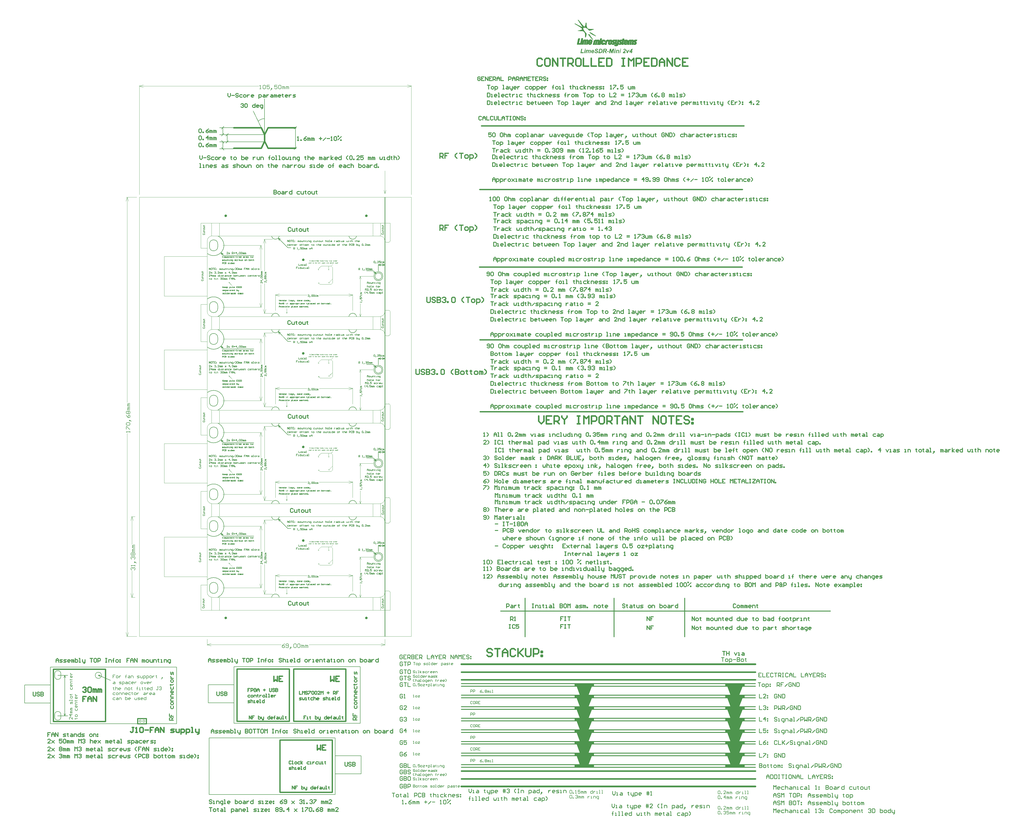
<source format=gm1>
G04*
G04 #@! TF.GenerationSoftware,Altium Limited,Altium Designer,19.1.6 (110)*
G04*
G04 Layer_Color=16711935*
%FSLAX44Y44*%
%MOMM*%
G71*
G01*
G75*
%ADD12C,0.2000*%
%ADD13C,0.3000*%
%ADD55C,0.4000*%
%ADD56C,0.1000*%
%ADD57C,0.1500*%
%ADD59C,0.5000*%
%ADD60C,0.7000*%
%ADD61C,0.2500*%
%ADD62C,0.6000*%
%ADD63C,0.3500*%
%ADD128C,0.2540*%
%ADD130C,0.0254*%
%ADD209C,0.0260*%
%ADD210C,0.1524*%
G36*
X1502000Y-344750D02*
X1426250D01*
Y-335000D01*
X1502000D01*
Y-344750D01*
D02*
G37*
G36*
X1480875Y-380000D02*
X1502000D01*
Y-389750D01*
X1426250D01*
Y-380000D01*
X1447125D01*
X1434000Y-345000D01*
X1494000D01*
X1480875Y-380000D01*
D02*
G37*
G36*
Y-425000D02*
X1502000D01*
Y-434750D01*
X1426250D01*
Y-425000D01*
X1447125D01*
X1434000Y-390000D01*
X1494000D01*
X1480875Y-425000D01*
D02*
G37*
G36*
Y-470000D02*
X1502000D01*
Y-479750D01*
X1426250D01*
Y-470000D01*
X1447125D01*
X1434000Y-435000D01*
X1494000D01*
X1480875Y-470000D01*
D02*
G37*
G36*
Y-515000D02*
X1502000D01*
Y-524750D01*
X1426250D01*
Y-515000D01*
X1447125D01*
X1434000Y-480000D01*
X1494000D01*
X1480875Y-515000D01*
D02*
G37*
G36*
Y-560000D02*
X1502000D01*
Y-569750D01*
X1426250D01*
Y-560000D01*
X1447125D01*
X1434000Y-525000D01*
X1494000D01*
X1480875Y-560000D01*
D02*
G37*
G36*
Y-605000D02*
X1502000D01*
Y-614750D01*
X1426250D01*
Y-605000D01*
X1447125D01*
X1434000Y-570000D01*
X1494000D01*
X1480875Y-605000D01*
D02*
G37*
G36*
X1480875Y-650000D02*
X1502000D01*
Y-659750D01*
X1426250D01*
Y-650000D01*
X1447125D01*
X1434000Y-615000D01*
X1494000D01*
X1480875Y-650000D01*
D02*
G37*
G36*
X2065875Y-650250D02*
X2087000D01*
Y-660000D01*
X2011250D01*
Y-650250D01*
X2032125D01*
X2019000Y-615250D01*
X2079000D01*
X2065875Y-650250D01*
D02*
G37*
G36*
X2065875Y-605250D02*
X2087000D01*
Y-615000D01*
X2011250D01*
Y-605250D01*
X2032125D01*
X2019000Y-570250D01*
X2079000D01*
X2065875Y-605250D01*
D02*
G37*
G36*
Y-560250D02*
X2087000D01*
Y-570000D01*
X2011250D01*
Y-560250D01*
X2032125D01*
X2019000Y-525250D01*
X2079000D01*
X2065875Y-560250D01*
D02*
G37*
G36*
Y-515250D02*
X2087000D01*
Y-525000D01*
X2011250D01*
Y-515250D01*
X2032125D01*
X2019000Y-480250D01*
X2079000D01*
X2065875Y-515250D01*
D02*
G37*
G36*
Y-470250D02*
X2087000D01*
Y-480000D01*
X2011250D01*
Y-470250D01*
X2032125D01*
X2019000Y-435250D01*
X2079000D01*
X2065875Y-470250D01*
D02*
G37*
G36*
Y-425250D02*
X2087000D01*
Y-435000D01*
X2011250D01*
Y-425250D01*
X2032125D01*
X2019000Y-390250D01*
X2079000D01*
X2065875Y-425250D01*
D02*
G37*
G36*
Y-380250D02*
X2087000D01*
Y-390000D01*
X2011250D01*
Y-380250D01*
X2032125D01*
X2019000Y-345250D01*
X2079000D01*
X2065875Y-380250D01*
D02*
G37*
G36*
X2011250Y-335250D02*
Y-345000D01*
X2087000D01*
Y-335250D01*
X2011250D01*
D02*
G37*
G36*
X1606674Y2128929D02*
X1603426D01*
X1604052Y2131863D01*
X1607275D01*
X1606674Y2128929D01*
D02*
G37*
G36*
X1585987D02*
X1582740D01*
X1583366Y2131863D01*
X1586589D01*
X1585987Y2128929D01*
D02*
G37*
G36*
X1469663Y2128929D02*
X1466416D01*
X1467041Y2131863D01*
X1470265D01*
X1469663Y2128929D01*
D02*
G37*
G36*
X1512599Y2132152D02*
X1512840Y2132128D01*
X1513129Y2132104D01*
X1513441Y2132056D01*
X1513778Y2132007D01*
X1514524Y2131839D01*
X1514908Y2131719D01*
X1515269Y2131599D01*
X1515654Y2131430D01*
X1516015Y2131238D01*
X1516352Y2131021D01*
X1516664Y2130781D01*
X1516688Y2130757D01*
X1516736Y2130709D01*
X1516809Y2130636D01*
X1516929Y2130540D01*
X1517049Y2130396D01*
X1517194Y2130228D01*
X1517338Y2130035D01*
X1517482Y2129819D01*
X1517651Y2129554D01*
X1517819Y2129289D01*
X1517963Y2128977D01*
X1518108Y2128664D01*
X1518228Y2128303D01*
X1518324Y2127942D01*
X1518396Y2127534D01*
X1518444Y2127125D01*
X1515173Y2126980D01*
Y2127004D01*
Y2127028D01*
X1515149Y2127173D01*
X1515077Y2127389D01*
X1515005Y2127654D01*
X1514884Y2127942D01*
X1514740Y2128255D01*
X1514548Y2128544D01*
X1514283Y2128808D01*
X1514259Y2128832D01*
X1514139Y2128905D01*
X1513970Y2129025D01*
X1513730Y2129145D01*
X1513441Y2129241D01*
X1513056Y2129362D01*
X1512599Y2129434D01*
X1512094Y2129458D01*
X1511854D01*
X1511613Y2129434D01*
X1511300Y2129386D01*
X1510988Y2129337D01*
X1510651Y2129241D01*
X1510338Y2129121D01*
X1510074Y2128953D01*
X1510050Y2128929D01*
X1509977Y2128856D01*
X1509881Y2128760D01*
X1509785Y2128616D01*
X1509665Y2128423D01*
X1509568Y2128207D01*
X1509496Y2127942D01*
X1509472Y2127678D01*
Y2127654D01*
Y2127558D01*
X1509496Y2127437D01*
X1509545Y2127269D01*
X1509617Y2127077D01*
X1509713Y2126884D01*
X1509833Y2126692D01*
X1510025Y2126499D01*
X1510050Y2126475D01*
X1510146Y2126403D01*
X1510290Y2126307D01*
X1510531Y2126162D01*
X1510699Y2126066D01*
X1510867Y2125970D01*
X1511060Y2125850D01*
X1511300Y2125730D01*
X1511541Y2125609D01*
X1511830Y2125465D01*
X1512142Y2125320D01*
X1512479Y2125176D01*
X1512503Y2125152D01*
X1512599Y2125128D01*
X1512744Y2125056D01*
X1512936Y2124984D01*
X1513177Y2124863D01*
X1513441Y2124743D01*
X1514019Y2124455D01*
X1514644Y2124142D01*
X1515245Y2123805D01*
X1515534Y2123637D01*
X1515774Y2123468D01*
X1515991Y2123300D01*
X1516159Y2123156D01*
X1516183Y2123132D01*
X1516207Y2123108D01*
X1516279Y2123035D01*
X1516352Y2122963D01*
X1516544Y2122699D01*
X1516761Y2122362D01*
X1516977Y2121953D01*
X1517146Y2121448D01*
X1517290Y2120871D01*
X1517314Y2120582D01*
X1517338Y2120245D01*
Y2120221D01*
Y2120149D01*
Y2120029D01*
X1517314Y2119884D01*
X1517290Y2119692D01*
X1517242Y2119451D01*
X1517194Y2119211D01*
X1517121Y2118946D01*
X1517025Y2118658D01*
X1516905Y2118345D01*
X1516761Y2118032D01*
X1516592Y2117720D01*
X1516400Y2117407D01*
X1516159Y2117070D01*
X1515895Y2116781D01*
X1515582Y2116469D01*
X1515558Y2116445D01*
X1515510Y2116397D01*
X1515390Y2116324D01*
X1515269Y2116228D01*
X1515077Y2116108D01*
X1514860Y2115964D01*
X1514620Y2115843D01*
X1514307Y2115699D01*
X1513994Y2115531D01*
X1513634Y2115410D01*
X1513225Y2115266D01*
X1512792Y2115146D01*
X1512335Y2115050D01*
X1511830Y2114977D01*
X1511300Y2114929D01*
X1510723Y2114905D01*
X1510362D01*
X1510170Y2114929D01*
X1509953Y2114953D01*
X1509713D01*
X1509448Y2115002D01*
X1508871Y2115074D01*
X1508246Y2115194D01*
X1507596Y2115362D01*
X1506995Y2115603D01*
X1506971D01*
X1506923Y2115627D01*
X1506850Y2115675D01*
X1506730Y2115747D01*
X1506466Y2115892D01*
X1506129Y2116132D01*
X1505768Y2116397D01*
X1505407Y2116757D01*
X1505070Y2117142D01*
X1504782Y2117599D01*
Y2117623D01*
X1504758Y2117647D01*
X1504734Y2117720D01*
X1504686Y2117840D01*
X1504637Y2117960D01*
X1504589Y2118104D01*
X1504469Y2118465D01*
X1504349Y2118898D01*
X1504253Y2119403D01*
X1504205Y2119957D01*
X1504180Y2120558D01*
X1507452Y2120750D01*
Y2120726D01*
Y2120678D01*
Y2120606D01*
X1507476Y2120510D01*
X1507500Y2120221D01*
X1507548Y2119908D01*
X1507596Y2119548D01*
X1507692Y2119187D01*
X1507813Y2118874D01*
X1507981Y2118634D01*
X1508029Y2118586D01*
X1508125Y2118489D01*
X1508318Y2118369D01*
X1508606Y2118201D01*
X1508775Y2118129D01*
X1508991Y2118032D01*
X1509208Y2117960D01*
X1509472Y2117912D01*
X1509737Y2117840D01*
X1510050Y2117816D01*
X1510386Y2117768D01*
X1511012D01*
X1511156Y2117792D01*
X1511324D01*
X1511685Y2117840D01*
X1512070Y2117912D01*
X1512479Y2118032D01*
X1512864Y2118177D01*
X1513177Y2118369D01*
X1513201Y2118393D01*
X1513297Y2118465D01*
X1513417Y2118609D01*
X1513561Y2118778D01*
X1513706Y2118994D01*
X1513826Y2119235D01*
X1513922Y2119500D01*
X1513946Y2119812D01*
Y2119836D01*
Y2119933D01*
X1513922Y2120077D01*
X1513874Y2120245D01*
X1513802Y2120438D01*
X1513682Y2120654D01*
X1513537Y2120871D01*
X1513321Y2121063D01*
X1513297Y2121087D01*
X1513225Y2121135D01*
X1513080Y2121231D01*
X1512864Y2121352D01*
X1512720Y2121448D01*
X1512551Y2121544D01*
X1512359Y2121640D01*
X1512142Y2121736D01*
X1511878Y2121857D01*
X1511613Y2122001D01*
X1511276Y2122145D01*
X1510940Y2122290D01*
X1510916D01*
X1510843Y2122338D01*
X1510747Y2122362D01*
X1510627Y2122434D01*
X1510459Y2122506D01*
X1510266Y2122578D01*
X1509857Y2122771D01*
X1509400Y2123011D01*
X1508919Y2123228D01*
X1508486Y2123468D01*
X1508270Y2123589D01*
X1508101Y2123685D01*
X1508053Y2123709D01*
X1507957Y2123781D01*
X1507789Y2123925D01*
X1507596Y2124094D01*
X1507380Y2124286D01*
X1507139Y2124551D01*
X1506923Y2124839D01*
X1506706Y2125152D01*
X1506682Y2125200D01*
X1506634Y2125320D01*
X1506538Y2125513D01*
X1506466Y2125753D01*
X1506369Y2126066D01*
X1506273Y2126427D01*
X1506225Y2126836D01*
X1506201Y2127269D01*
Y2127293D01*
Y2127365D01*
Y2127485D01*
X1506225Y2127630D01*
X1506249Y2127798D01*
X1506273Y2128015D01*
X1506321Y2128255D01*
X1506393Y2128496D01*
X1506562Y2129049D01*
X1506706Y2129337D01*
X1506850Y2129650D01*
X1507019Y2129939D01*
X1507211Y2130228D01*
X1507452Y2130516D01*
X1507716Y2130781D01*
X1507740Y2130805D01*
X1507789Y2130853D01*
X1507885Y2130901D01*
X1508005Y2130997D01*
X1508149Y2131093D01*
X1508342Y2131214D01*
X1508582Y2131358D01*
X1508847Y2131478D01*
X1509135Y2131599D01*
X1509448Y2131743D01*
X1509809Y2131863D01*
X1510218Y2131959D01*
X1510651Y2132056D01*
X1511108Y2132128D01*
X1511589Y2132152D01*
X1512118Y2132176D01*
X1512407D01*
X1512599Y2132152D01*
D02*
G37*
G36*
X1596234Y2127534D02*
X1596523Y2127509D01*
X1596860Y2127461D01*
X1597245Y2127341D01*
X1597630Y2127197D01*
X1598014Y2126980D01*
X1598375Y2126692D01*
X1598423Y2126644D01*
X1598519Y2126547D01*
X1598640Y2126355D01*
X1598808Y2126090D01*
X1598976Y2125753D01*
X1599097Y2125369D01*
X1599193Y2124936D01*
X1599241Y2124431D01*
Y2124406D01*
Y2124310D01*
X1599217Y2124142D01*
X1599169Y2123877D01*
X1599121Y2123565D01*
X1599049Y2123132D01*
X1599001Y2122891D01*
X1598952Y2122626D01*
X1598880Y2122338D01*
X1598808Y2122025D01*
X1597341Y2115218D01*
X1594118D01*
X1595585Y2122049D01*
Y2122073D01*
X1595609Y2122121D01*
Y2122194D01*
X1595633Y2122290D01*
X1595681Y2122554D01*
X1595753Y2122843D01*
X1595801Y2123156D01*
X1595849Y2123468D01*
X1595898Y2123709D01*
X1595922Y2123805D01*
Y2123877D01*
Y2123901D01*
Y2123974D01*
X1595898Y2124094D01*
X1595874Y2124238D01*
X1595825Y2124382D01*
X1595753Y2124551D01*
X1595657Y2124719D01*
X1595537Y2124863D01*
X1595513Y2124888D01*
X1595465Y2124912D01*
X1595392Y2124984D01*
X1595272Y2125056D01*
X1595128Y2125104D01*
X1594960Y2125176D01*
X1594743Y2125200D01*
X1594503Y2125224D01*
X1594382D01*
X1594238Y2125200D01*
X1594021Y2125152D01*
X1593781Y2125080D01*
X1593516Y2124960D01*
X1593228Y2124815D01*
X1592891Y2124623D01*
X1592843Y2124599D01*
X1592746Y2124503D01*
X1592578Y2124382D01*
X1592386Y2124190D01*
X1592169Y2123974D01*
X1591929Y2123709D01*
X1591712Y2123396D01*
X1591496Y2123035D01*
X1591472Y2123011D01*
X1591424Y2122891D01*
X1591351Y2122699D01*
X1591303Y2122554D01*
X1591255Y2122410D01*
X1591207Y2122218D01*
X1591135Y2122025D01*
X1591063Y2121785D01*
X1590991Y2121520D01*
X1590918Y2121231D01*
X1590822Y2120895D01*
X1590750Y2120534D01*
X1590654Y2120149D01*
X1589620Y2115218D01*
X1586396D01*
X1588922Y2127293D01*
X1592001D01*
X1591688Y2125705D01*
X1591712D01*
X1591736Y2125753D01*
X1591881Y2125874D01*
X1592121Y2126042D01*
X1592410Y2126259D01*
X1592746Y2126475D01*
X1593107Y2126716D01*
X1593492Y2126932D01*
X1593877Y2127125D01*
X1593925Y2127149D01*
X1594046Y2127197D01*
X1594262Y2127269D01*
X1594527Y2127341D01*
X1594839Y2127413D01*
X1595200Y2127485D01*
X1595585Y2127534D01*
X1595994Y2127558D01*
X1596138D01*
X1596234Y2127534D01*
D02*
G37*
G36*
X1486814Y2127509D02*
X1487126Y2127461D01*
X1487487Y2127365D01*
X1487872Y2127221D01*
X1488233Y2127028D01*
X1488546Y2126764D01*
X1488569Y2126740D01*
X1488666Y2126619D01*
X1488810Y2126451D01*
X1488954Y2126210D01*
X1489099Y2125922D01*
X1489243Y2125585D01*
X1489339Y2125176D01*
X1489363Y2124719D01*
Y2124695D01*
Y2124599D01*
X1489339Y2124431D01*
X1489315Y2124214D01*
X1489291Y2123925D01*
X1489219Y2123541D01*
X1489147Y2123083D01*
X1489027Y2122554D01*
X1487439Y2115218D01*
X1484216D01*
X1485779Y2122554D01*
Y2122578D01*
X1485803Y2122626D01*
Y2122675D01*
X1485827Y2122771D01*
X1485876Y2123011D01*
X1485924Y2123276D01*
X1485972Y2123541D01*
X1486020Y2123805D01*
X1486068Y2123998D01*
Y2124070D01*
Y2124118D01*
Y2124142D01*
Y2124214D01*
X1486044Y2124286D01*
X1486020Y2124406D01*
X1485948Y2124671D01*
X1485851Y2124791D01*
X1485755Y2124912D01*
X1485731Y2124936D01*
X1485707Y2124960D01*
X1485635Y2125008D01*
X1485539Y2125080D01*
X1485419Y2125128D01*
X1485250Y2125176D01*
X1485082Y2125200D01*
X1484865Y2125224D01*
X1484745D01*
X1484649Y2125200D01*
X1484408Y2125152D01*
X1484120Y2125056D01*
X1483783Y2124912D01*
X1483398Y2124671D01*
X1483206Y2124527D01*
X1483013Y2124358D01*
X1482845Y2124166D01*
X1482652Y2123925D01*
X1482628Y2123877D01*
X1482580Y2123829D01*
X1482532Y2123757D01*
X1482484Y2123637D01*
X1482412Y2123517D01*
X1482316Y2123348D01*
X1482243Y2123180D01*
X1482147Y2122963D01*
X1482051Y2122723D01*
X1481955Y2122458D01*
X1481859Y2122169D01*
X1481738Y2121857D01*
X1481642Y2121496D01*
X1481546Y2121111D01*
X1481450Y2120678D01*
X1480295Y2115218D01*
X1477072D01*
X1478587Y2122482D01*
Y2122506D01*
X1478611Y2122530D01*
X1478635Y2122699D01*
X1478683Y2122915D01*
X1478732Y2123156D01*
X1478780Y2123444D01*
X1478804Y2123709D01*
X1478852Y2123949D01*
Y2124118D01*
Y2124142D01*
Y2124190D01*
X1478828Y2124286D01*
X1478804Y2124406D01*
X1478707Y2124647D01*
X1478635Y2124791D01*
X1478515Y2124912D01*
X1478491Y2124936D01*
X1478467Y2124960D01*
X1478395Y2125008D01*
X1478299Y2125080D01*
X1478154Y2125128D01*
X1478010Y2125176D01*
X1477841Y2125200D01*
X1477625Y2125224D01*
X1477529D01*
X1477433Y2125200D01*
X1477288Y2125176D01*
X1477120Y2125152D01*
X1476927Y2125080D01*
X1476735Y2125008D01*
X1476519Y2124888D01*
X1476494Y2124863D01*
X1476422Y2124839D01*
X1476302Y2124767D01*
X1476182Y2124671D01*
X1476013Y2124551D01*
X1475845Y2124382D01*
X1475677Y2124214D01*
X1475508Y2124022D01*
X1475484Y2123998D01*
X1475436Y2123925D01*
X1475364Y2123805D01*
X1475268Y2123637D01*
X1475148Y2123444D01*
X1475027Y2123180D01*
X1474907Y2122915D01*
X1474787Y2122603D01*
Y2122578D01*
X1474763Y2122506D01*
X1474715Y2122386D01*
X1474666Y2122218D01*
X1474618Y2121977D01*
X1474522Y2121640D01*
X1474426Y2121255D01*
X1474378Y2121015D01*
X1474306Y2120750D01*
X1473151Y2115218D01*
X1469928D01*
X1472453Y2127293D01*
X1475508D01*
X1475220Y2125826D01*
X1475244Y2125850D01*
X1475292Y2125898D01*
X1475388Y2125994D01*
X1475532Y2126090D01*
X1475701Y2126235D01*
X1475893Y2126379D01*
X1476110Y2126523D01*
X1476374Y2126692D01*
X1476952Y2127004D01*
X1477577Y2127293D01*
X1477938Y2127389D01*
X1478275Y2127485D01*
X1478659Y2127534D01*
X1479020Y2127558D01*
X1479237D01*
X1479501Y2127534D01*
X1479790Y2127485D01*
X1480127Y2127413D01*
X1480488Y2127317D01*
X1480824Y2127173D01*
X1481113Y2126980D01*
X1481137Y2126956D01*
X1481233Y2126884D01*
X1481353Y2126740D01*
X1481522Y2126571D01*
X1481666Y2126355D01*
X1481835Y2126066D01*
X1481979Y2125778D01*
X1482075Y2125417D01*
X1482099Y2125465D01*
X1482195Y2125561D01*
X1482340Y2125730D01*
X1482532Y2125946D01*
X1482797Y2126187D01*
X1483085Y2126427D01*
X1483446Y2126692D01*
X1483855Y2126932D01*
X1483879D01*
X1483903Y2126956D01*
X1483975Y2126980D01*
X1484072Y2127028D01*
X1484288Y2127125D01*
X1484601Y2127245D01*
X1484962Y2127365D01*
X1485394Y2127461D01*
X1485827Y2127534D01*
X1486308Y2127558D01*
X1486549D01*
X1486814Y2127509D01*
D02*
G37*
G36*
X1576462Y2115218D02*
X1573359D01*
X1576246Y2129025D01*
X1570064Y2115218D01*
X1566817D01*
X1566191Y2129121D01*
X1563569Y2115218D01*
X1560466D01*
X1563930Y2131863D01*
X1568813D01*
X1569342Y2120414D01*
X1574562Y2131863D01*
X1579493D01*
X1576462Y2115218D01*
D02*
G37*
G36*
X1559071Y2119644D02*
X1552745D01*
X1553371Y2122795D01*
X1559697D01*
X1559071Y2119644D01*
D02*
G37*
G36*
X1632459Y2115218D02*
X1629669D01*
X1627264Y2127293D01*
X1630463D01*
X1631281Y2122001D01*
Y2121977D01*
X1631305Y2121905D01*
Y2121809D01*
X1631329Y2121664D01*
X1631353Y2121496D01*
X1631401Y2121279D01*
X1631473Y2120847D01*
X1631545Y2120365D01*
X1631617Y2119908D01*
X1631666Y2119500D01*
X1631690Y2119331D01*
X1631714Y2119187D01*
X1631738Y2119235D01*
X1631786Y2119307D01*
X1631858Y2119427D01*
X1631954Y2119620D01*
X1632099Y2119860D01*
X1632267Y2120197D01*
X1632387Y2120414D01*
X1632507Y2120630D01*
Y2120654D01*
X1632531Y2120678D01*
X1632628Y2120822D01*
X1632748Y2121039D01*
X1632892Y2121304D01*
X1633037Y2121568D01*
X1633181Y2121809D01*
X1633301Y2122025D01*
X1633373Y2122169D01*
X1636380Y2127293D01*
X1639892D01*
X1632459Y2115218D01*
D02*
G37*
G36*
X1649249Y2121352D02*
X1651318D01*
X1650716Y2118610D01*
X1648696D01*
X1647974Y2115218D01*
X1644919D01*
X1645617Y2118610D01*
X1639074D01*
X1639627Y2121304D01*
X1648648Y2131863D01*
X1651462D01*
X1649249Y2121352D01*
D02*
G37*
G36*
X1621226Y2131935D02*
X1621419Y2131911D01*
X1621659Y2131887D01*
X1621900Y2131863D01*
X1622164Y2131791D01*
X1622766Y2131647D01*
X1623367Y2131430D01*
X1623680Y2131286D01*
X1623968Y2131118D01*
X1624233Y2130901D01*
X1624498Y2130685D01*
X1624522Y2130661D01*
X1624546Y2130636D01*
X1624618Y2130564D01*
X1624714Y2130468D01*
X1624810Y2130324D01*
X1624931Y2130179D01*
X1625051Y2130011D01*
X1625171Y2129819D01*
X1625412Y2129362D01*
X1625628Y2128808D01*
X1625797Y2128183D01*
X1625820Y2127846D01*
X1625845Y2127485D01*
Y2127437D01*
Y2127317D01*
X1625820Y2127125D01*
X1625797Y2126860D01*
X1625748Y2126571D01*
X1625676Y2126235D01*
X1625580Y2125874D01*
X1625436Y2125489D01*
X1625412Y2125441D01*
X1625363Y2125321D01*
X1625267Y2125128D01*
X1625123Y2124863D01*
X1624931Y2124551D01*
X1624690Y2124190D01*
X1624425Y2123805D01*
X1624089Y2123396D01*
X1624065Y2123372D01*
X1623968Y2123252D01*
X1623800Y2123084D01*
X1623560Y2122843D01*
X1623247Y2122530D01*
X1622862Y2122146D01*
X1622405Y2121712D01*
X1621876Y2121207D01*
X1621852Y2121183D01*
X1621803Y2121135D01*
X1621731Y2121087D01*
X1621635Y2120991D01*
X1621371Y2120750D01*
X1621058Y2120438D01*
X1620721Y2120125D01*
X1620384Y2119812D01*
X1620096Y2119524D01*
X1619855Y2119283D01*
X1619831Y2119259D01*
X1619783Y2119187D01*
X1619687Y2119091D01*
X1619566Y2118970D01*
X1619422Y2118802D01*
X1619278Y2118610D01*
X1618941Y2118201D01*
X1624714D01*
X1624089Y2115218D01*
X1613986D01*
Y2115242D01*
Y2115266D01*
X1614010Y2115338D01*
Y2115435D01*
X1614058Y2115675D01*
X1614130Y2115964D01*
X1614227Y2116324D01*
X1614347Y2116709D01*
X1614491Y2117142D01*
X1614684Y2117551D01*
Y2117575D01*
X1614708Y2117599D01*
X1614780Y2117744D01*
X1614900Y2117960D01*
X1615069Y2118225D01*
X1615285Y2118537D01*
X1615526Y2118874D01*
X1615790Y2119235D01*
X1616079Y2119596D01*
X1616127Y2119644D01*
X1616247Y2119788D01*
X1616343Y2119884D01*
X1616464Y2120005D01*
X1616608Y2120173D01*
X1616776Y2120341D01*
X1616969Y2120558D01*
X1617209Y2120774D01*
X1617450Y2121039D01*
X1617738Y2121304D01*
X1618051Y2121616D01*
X1618388Y2121953D01*
X1618749Y2122314D01*
X1619158Y2122699D01*
X1619182Y2122723D01*
X1619230Y2122771D01*
X1619326Y2122843D01*
X1619422Y2122963D01*
X1619711Y2123228D01*
X1620048Y2123565D01*
X1620408Y2123925D01*
X1620769Y2124262D01*
X1621058Y2124575D01*
X1621178Y2124695D01*
X1621274Y2124791D01*
X1621298Y2124839D01*
X1621395Y2124936D01*
X1621539Y2125104D01*
X1621707Y2125321D01*
X1621900Y2125561D01*
X1622068Y2125826D01*
X1622236Y2126090D01*
X1622357Y2126331D01*
X1622381Y2126355D01*
X1622405Y2126451D01*
X1622453Y2126571D01*
X1622525Y2126716D01*
X1622573Y2126908D01*
X1622621Y2127101D01*
X1622645Y2127317D01*
X1622670Y2127509D01*
Y2127558D01*
Y2127654D01*
X1622645Y2127798D01*
X1622597Y2127991D01*
X1622549Y2128207D01*
X1622453Y2128448D01*
X1622333Y2128664D01*
X1622164Y2128880D01*
X1622140Y2128905D01*
X1622068Y2128953D01*
X1621972Y2129049D01*
X1621828Y2129145D01*
X1621635Y2129241D01*
X1621419Y2129337D01*
X1621178Y2129386D01*
X1620914Y2129410D01*
X1620793D01*
X1620649Y2129386D01*
X1620457Y2129337D01*
X1620240Y2129265D01*
X1620024Y2129145D01*
X1619783Y2129001D01*
X1619566Y2128808D01*
X1619543Y2128784D01*
X1619470Y2128688D01*
X1619374Y2128544D01*
X1619254Y2128327D01*
X1619109Y2128039D01*
X1618965Y2127678D01*
X1618821Y2127245D01*
X1618701Y2126716D01*
X1615526Y2127173D01*
Y2127197D01*
X1615550Y2127269D01*
X1615574Y2127389D01*
X1615598Y2127558D01*
X1615670Y2127750D01*
X1615718Y2127966D01*
X1615790Y2128207D01*
X1615886Y2128472D01*
X1616127Y2129049D01*
X1616440Y2129650D01*
X1616824Y2130204D01*
X1617065Y2130468D01*
X1617305Y2130709D01*
X1617330Y2130733D01*
X1617378Y2130757D01*
X1617450Y2130829D01*
X1617570Y2130901D01*
X1617690Y2130997D01*
X1617859Y2131093D01*
X1618051Y2131214D01*
X1618292Y2131334D01*
X1618532Y2131454D01*
X1618797Y2131575D01*
X1619398Y2131767D01*
X1620072Y2131911D01*
X1620457Y2131935D01*
X1620841Y2131959D01*
X1621058D01*
X1621226Y2131935D01*
D02*
G37*
G36*
X1603787Y2115218D02*
X1600564D01*
X1603090Y2127293D01*
X1606337D01*
X1603787Y2115218D01*
D02*
G37*
G36*
X1583101D02*
X1579878D01*
X1582403Y2127293D01*
X1585651D01*
X1583101Y2115218D01*
D02*
G37*
G36*
X1547549Y2131839D02*
X1547982Y2131815D01*
X1548463Y2131767D01*
X1548945Y2131695D01*
X1549426Y2131599D01*
X1549859Y2131454D01*
X1549883D01*
X1549907Y2131430D01*
X1550027Y2131382D01*
X1550219Y2131286D01*
X1550460Y2131142D01*
X1550749Y2130925D01*
X1551037Y2130685D01*
X1551302Y2130372D01*
X1551566Y2130011D01*
X1551591Y2129963D01*
X1551663Y2129819D01*
X1551783Y2129602D01*
X1551903Y2129314D01*
X1552023Y2128953D01*
X1552144Y2128520D01*
X1552216Y2128015D01*
X1552240Y2127485D01*
Y2127461D01*
Y2127389D01*
Y2127293D01*
X1552216Y2127125D01*
X1552192Y2126956D01*
X1552168Y2126740D01*
X1552144Y2126499D01*
X1552072Y2126259D01*
X1551927Y2125705D01*
X1551711Y2125104D01*
X1551566Y2124815D01*
X1551398Y2124527D01*
X1551182Y2124238D01*
X1550965Y2123974D01*
X1550941Y2123949D01*
X1550917Y2123925D01*
X1550821Y2123853D01*
X1550725Y2123757D01*
X1550580Y2123637D01*
X1550436Y2123517D01*
X1550244Y2123396D01*
X1550003Y2123252D01*
X1549762Y2123108D01*
X1549474Y2122963D01*
X1549161Y2122819D01*
X1548800Y2122675D01*
X1548439Y2122554D01*
X1548031Y2122458D01*
X1547574Y2122362D01*
X1547117Y2122290D01*
X1547141Y2122266D01*
X1547237Y2122194D01*
X1547357Y2122049D01*
X1547525Y2121881D01*
X1547694Y2121640D01*
X1547910Y2121376D01*
X1548127Y2121063D01*
X1548343Y2120726D01*
X1548367Y2120702D01*
X1548391Y2120630D01*
X1548463Y2120534D01*
X1548536Y2120365D01*
X1548656Y2120173D01*
X1548776Y2119933D01*
X1548920Y2119644D01*
X1549089Y2119307D01*
X1549281Y2118946D01*
X1549474Y2118537D01*
X1549690Y2118080D01*
X1549907Y2117575D01*
X1550147Y2117046D01*
X1550388Y2116469D01*
X1550652Y2115867D01*
X1550917Y2115218D01*
X1547237D01*
Y2115242D01*
X1547213Y2115290D01*
X1547189Y2115362D01*
X1547141Y2115483D01*
X1547092Y2115627D01*
X1547020Y2115819D01*
X1546948Y2116036D01*
X1546852Y2116300D01*
X1546732Y2116589D01*
X1546611Y2116902D01*
X1546467Y2117263D01*
X1546299Y2117647D01*
X1546130Y2118080D01*
X1545938Y2118561D01*
X1545721Y2119067D01*
X1545481Y2119596D01*
Y2119620D01*
X1545457Y2119668D01*
X1545409Y2119740D01*
X1545361Y2119860D01*
X1545216Y2120125D01*
X1545024Y2120462D01*
X1544807Y2120822D01*
X1544567Y2121183D01*
X1544278Y2121520D01*
X1544134Y2121640D01*
X1543990Y2121761D01*
X1543965Y2121785D01*
X1543893Y2121809D01*
X1543773Y2121857D01*
X1543605Y2121929D01*
X1543364Y2122001D01*
X1543076Y2122049D01*
X1542715Y2122073D01*
X1542282Y2122097D01*
X1540887D01*
X1539443Y2115218D01*
X1536052D01*
X1539539Y2131863D01*
X1547381D01*
X1547549Y2131839D01*
D02*
G37*
G36*
X1528595D02*
X1529004D01*
X1529341Y2131815D01*
X1529461D01*
X1529581Y2131791D01*
X1529629D01*
X1529750Y2131767D01*
X1529942Y2131743D01*
X1530207Y2131695D01*
X1530495Y2131647D01*
X1530808Y2131575D01*
X1531433Y2131358D01*
X1531481Y2131334D01*
X1531578Y2131310D01*
X1531722Y2131238D01*
X1531938Y2131142D01*
X1532155Y2130997D01*
X1532420Y2130853D01*
X1532660Y2130685D01*
X1532925Y2130468D01*
X1532949Y2130444D01*
X1533045Y2130372D01*
X1533165Y2130252D01*
X1533334Y2130083D01*
X1533502Y2129891D01*
X1533694Y2129650D01*
X1533887Y2129386D01*
X1534079Y2129097D01*
X1534103Y2129073D01*
X1534151Y2128953D01*
X1534248Y2128784D01*
X1534344Y2128568D01*
X1534464Y2128303D01*
X1534608Y2127991D01*
X1534729Y2127630D01*
X1534825Y2127245D01*
X1534849Y2127197D01*
X1534873Y2127052D01*
X1534921Y2126836D01*
X1534969Y2126571D01*
X1535017Y2126235D01*
X1535042Y2125826D01*
X1535090Y2125417D01*
Y2124960D01*
Y2124936D01*
Y2124839D01*
Y2124695D01*
X1535065Y2124503D01*
Y2124262D01*
X1535042Y2123998D01*
X1534993Y2123685D01*
X1534969Y2123348D01*
X1534897Y2122987D01*
X1534849Y2122603D01*
X1534657Y2121809D01*
X1534392Y2120991D01*
X1534248Y2120582D01*
X1534055Y2120173D01*
Y2120149D01*
X1534007Y2120077D01*
X1533959Y2119981D01*
X1533863Y2119836D01*
X1533767Y2119644D01*
X1533646Y2119451D01*
X1533334Y2118970D01*
X1532973Y2118441D01*
X1532516Y2117888D01*
X1532011Y2117359D01*
X1531458Y2116854D01*
X1531433D01*
X1531409Y2116806D01*
X1531337Y2116757D01*
X1531241Y2116709D01*
X1531121Y2116613D01*
X1530976Y2116541D01*
X1530616Y2116324D01*
X1530183Y2116108D01*
X1529653Y2115867D01*
X1529052Y2115651D01*
X1528379Y2115459D01*
X1528331D01*
X1528258Y2115435D01*
X1528186Y2115410D01*
X1528066D01*
X1527922Y2115386D01*
X1527753Y2115362D01*
X1527561Y2115338D01*
X1527344Y2115314D01*
X1527104Y2115290D01*
X1526839Y2115266D01*
X1526526D01*
X1526214Y2115242D01*
X1525853Y2115218D01*
X1519214Y2115218D01*
X1522702Y2131863D01*
X1528186D01*
X1528595Y2131839D01*
D02*
G37*
G36*
X1466777Y2115218D02*
X1463554D01*
X1466079Y2127293D01*
X1469326D01*
X1466777Y2115218D01*
D02*
G37*
G36*
X1453427Y2118008D02*
X1461942D01*
X1461365Y2115218D01*
X1449434D01*
X1452922Y2131863D01*
X1456337D01*
X1453427Y2118008D01*
D02*
G37*
G36*
X1498191Y2127534D02*
X1498383Y2127509D01*
X1498600Y2127485D01*
X1498840Y2127437D01*
X1499105Y2127389D01*
X1499682Y2127221D01*
X1499971Y2127125D01*
X1500260Y2126980D01*
X1500548Y2126812D01*
X1500837Y2126644D01*
X1501102Y2126427D01*
X1501366Y2126187D01*
X1501390Y2126162D01*
X1501414Y2126114D01*
X1501486Y2126042D01*
X1501583Y2125946D01*
X1501679Y2125802D01*
X1501775Y2125633D01*
X1501895Y2125417D01*
X1502040Y2125200D01*
X1502160Y2124936D01*
X1502280Y2124647D01*
X1502376Y2124334D01*
X1502473Y2123974D01*
X1502569Y2123613D01*
X1502641Y2123204D01*
X1502665Y2122795D01*
X1502689Y2122338D01*
Y2122314D01*
Y2122290D01*
Y2122145D01*
Y2121905D01*
X1502665Y2121640D01*
X1502641Y2121304D01*
X1502593Y2120943D01*
X1502449Y2120221D01*
X1494270D01*
Y2120197D01*
Y2120101D01*
X1494246Y2120005D01*
Y2119908D01*
Y2119884D01*
Y2119860D01*
Y2119716D01*
X1494294Y2119500D01*
X1494342Y2119211D01*
X1494415Y2118898D01*
X1494535Y2118586D01*
X1494703Y2118249D01*
X1494920Y2117960D01*
X1494944Y2117936D01*
X1495040Y2117840D01*
X1495184Y2117744D01*
X1495401Y2117599D01*
X1495641Y2117479D01*
X1495930Y2117359D01*
X1496267Y2117263D01*
X1496628Y2117238D01*
X1496796D01*
X1496892Y2117263D01*
X1497036Y2117287D01*
X1497205Y2117335D01*
X1497566Y2117455D01*
X1497758Y2117527D01*
X1497975Y2117647D01*
X1498191Y2117792D01*
X1498383Y2117960D01*
X1498600Y2118152D01*
X1498817Y2118369D01*
X1499009Y2118634D01*
X1499177Y2118922D01*
X1502088Y2118441D01*
Y2118417D01*
X1502040Y2118369D01*
X1501992Y2118273D01*
X1501919Y2118152D01*
X1501847Y2118008D01*
X1501727Y2117840D01*
X1501486Y2117431D01*
X1501150Y2116998D01*
X1500741Y2116565D01*
X1500284Y2116132D01*
X1499779Y2115771D01*
X1499755D01*
X1499706Y2115723D01*
X1499634Y2115699D01*
X1499538Y2115627D01*
X1499394Y2115579D01*
X1499249Y2115507D01*
X1498840Y2115338D01*
X1498383Y2115170D01*
X1497830Y2115050D01*
X1497253Y2114953D01*
X1496604Y2114905D01*
X1496363D01*
X1496195Y2114929D01*
X1495978Y2114953D01*
X1495738Y2114977D01*
X1495473Y2115025D01*
X1495184Y2115098D01*
X1494559Y2115290D01*
X1494222Y2115410D01*
X1493885Y2115555D01*
X1493573Y2115723D01*
X1493236Y2115940D01*
X1492923Y2116180D01*
X1492635Y2116445D01*
X1492611Y2116469D01*
X1492563Y2116517D01*
X1492490Y2116613D01*
X1492394Y2116733D01*
X1492274Y2116878D01*
X1492154Y2117070D01*
X1492009Y2117287D01*
X1491889Y2117527D01*
X1491745Y2117816D01*
X1491600Y2118104D01*
X1491480Y2118441D01*
X1491360Y2118802D01*
X1491264Y2119187D01*
X1491191Y2119620D01*
X1491143Y2120053D01*
X1491119Y2120510D01*
Y2120534D01*
Y2120630D01*
Y2120750D01*
X1491143Y2120919D01*
X1491167Y2121135D01*
X1491191Y2121400D01*
X1491239Y2121688D01*
X1491288Y2122001D01*
X1491456Y2122675D01*
X1491576Y2123035D01*
X1491696Y2123420D01*
X1491865Y2123805D01*
X1492033Y2124190D01*
X1492250Y2124575D01*
X1492490Y2124936D01*
X1492514Y2124960D01*
X1492587Y2125056D01*
X1492683Y2125176D01*
X1492827Y2125345D01*
X1493044Y2125537D01*
X1493260Y2125778D01*
X1493549Y2125994D01*
X1493861Y2126259D01*
X1494222Y2126499D01*
X1494631Y2126740D01*
X1495064Y2126956D01*
X1495545Y2127149D01*
X1496050Y2127317D01*
X1496604Y2127437D01*
X1497205Y2127534D01*
X1497830Y2127558D01*
X1498047D01*
X1498191Y2127534D01*
D02*
G37*
%LPC*%
G36*
X1647276Y2126571D02*
X1642899Y2121352D01*
X1646194D01*
X1647276Y2126571D01*
D02*
G37*
G36*
X1546635Y2129073D02*
X1542354D01*
X1541416Y2124599D01*
X1543917D01*
X1544158Y2124623D01*
X1544735Y2124647D01*
X1545336Y2124671D01*
X1545938Y2124743D01*
X1546202Y2124767D01*
X1546467Y2124815D01*
X1546684Y2124863D01*
X1546876Y2124912D01*
X1546924Y2124936D01*
X1547020Y2124984D01*
X1547189Y2125056D01*
X1547405Y2125176D01*
X1547622Y2125321D01*
X1547862Y2125489D01*
X1548079Y2125705D01*
X1548295Y2125946D01*
X1548319Y2125970D01*
X1548367Y2126066D01*
X1548463Y2126211D01*
X1548560Y2126403D01*
X1548656Y2126620D01*
X1548752Y2126860D01*
X1548800Y2127149D01*
X1548824Y2127437D01*
Y2127485D01*
Y2127582D01*
X1548776Y2127750D01*
X1548728Y2127942D01*
X1548632Y2128159D01*
X1548512Y2128375D01*
X1548319Y2128592D01*
X1548079Y2128784D01*
X1548055Y2128808D01*
X1547982Y2128832D01*
X1547862Y2128880D01*
X1547670Y2128929D01*
X1547405Y2128977D01*
X1547044Y2129025D01*
X1546635Y2129073D01*
D02*
G37*
G36*
X1528066Y2129121D02*
X1525540D01*
X1523183Y2117888D01*
X1525372D01*
X1525564Y2117912D01*
X1525973D01*
X1526430Y2117936D01*
X1526863Y2117984D01*
X1527296Y2118032D01*
X1527489Y2118056D01*
X1527657Y2118104D01*
X1527705Y2118129D01*
X1527801Y2118152D01*
X1527970Y2118225D01*
X1528186Y2118297D01*
X1528427Y2118417D01*
X1528691Y2118561D01*
X1528956Y2118754D01*
X1529220Y2118970D01*
X1529245D01*
X1529269Y2119019D01*
X1529389Y2119139D01*
X1529581Y2119355D01*
X1529822Y2119620D01*
X1530110Y2119981D01*
X1530399Y2120414D01*
X1530688Y2120895D01*
X1530952Y2121424D01*
Y2121448D01*
X1530976Y2121496D01*
X1531024Y2121592D01*
X1531073Y2121688D01*
X1531121Y2121857D01*
X1531169Y2122025D01*
X1531241Y2122218D01*
X1531313Y2122458D01*
X1531361Y2122699D01*
X1531433Y2122987D01*
X1531554Y2123613D01*
X1531626Y2124310D01*
X1531650Y2125056D01*
Y2125080D01*
Y2125128D01*
Y2125224D01*
Y2125345D01*
X1531626Y2125489D01*
Y2125657D01*
X1531578Y2126066D01*
X1531506Y2126499D01*
X1531409Y2126932D01*
X1531265Y2127365D01*
X1531073Y2127726D01*
X1531049Y2127774D01*
X1530976Y2127870D01*
X1530856Y2128015D01*
X1530688Y2128207D01*
X1530471Y2128400D01*
X1530231Y2128592D01*
X1529942Y2128760D01*
X1529629Y2128905D01*
X1529605D01*
X1529509Y2128929D01*
X1529365Y2128977D01*
X1529148Y2129025D01*
X1528860Y2129049D01*
X1528499Y2129097D01*
X1528066Y2129121D01*
D02*
G37*
G36*
X1497493Y2125224D02*
X1497325D01*
X1497133Y2125176D01*
X1496892Y2125128D01*
X1496604Y2125032D01*
X1496291Y2124912D01*
X1495978Y2124719D01*
X1495665Y2124455D01*
X1495641Y2124431D01*
X1495545Y2124310D01*
X1495401Y2124142D01*
X1495232Y2123877D01*
X1495064Y2123565D01*
X1494872Y2123180D01*
X1494703Y2122747D01*
X1494583Y2122218D01*
X1499706D01*
Y2122242D01*
Y2122338D01*
Y2122434D01*
Y2122530D01*
Y2122554D01*
Y2122578D01*
Y2122651D01*
Y2122747D01*
X1499682Y2122987D01*
X1499634Y2123300D01*
X1499562Y2123613D01*
X1499442Y2123949D01*
X1499297Y2124262D01*
X1499105Y2124551D01*
X1499081Y2124575D01*
X1498985Y2124647D01*
X1498865Y2124767D01*
X1498672Y2124888D01*
X1498456Y2125008D01*
X1498167Y2125128D01*
X1497854Y2125200D01*
X1497493Y2125224D01*
D02*
G37*
%LPD*%
D12*
X-422500Y-315042D02*
G03*
X-422500Y-290958I0J12042D01*
G01*
D02*
G03*
X-422500Y-315042I0J-12042D01*
G01*
X-241757Y-481000D02*
G03*
X-241757Y-481000I-4243J0D01*
G01*
X-255757D02*
G03*
X-255757Y-481000I-4243J0D01*
G01*
X-567958Y-455500D02*
G03*
X-592042Y-455500I-12042J0D01*
G01*
X-592042Y-465500D02*
G03*
X-567958Y-465500I12042J0D01*
G01*
Y-297000D02*
G03*
X-592042Y-297000I-12042J0D01*
G01*
X-592042Y-307000D02*
G03*
X-567958Y-307000I12042J0D01*
G01*
X222750Y1860500D02*
G03*
X197969Y1850235I0J-35046D01*
G01*
X-422500Y-302500D02*
X-375000Y-322500D01*
X-422500Y-302500D02*
X-415000D01*
X-422500Y-303000D02*
X-417500Y-307500D01*
X-556000Y-452000D02*
X-553000Y-461000D01*
X-550000Y-452000D01*
X-553000Y-303000D02*
X-550000Y-312000D01*
X-556000D02*
X-553000Y-303000D01*
Y-461000D02*
Y-303000D01*
X-581000Y-461000D02*
X-541000D01*
X-580000Y-303000D02*
X-541000D01*
X-592042Y-465500D02*
Y-455500D01*
X-592042Y-455500D01*
X-567958Y-465500D02*
Y-455500D01*
X-567958Y-455500D01*
X-567958Y-307000D02*
X-567958Y-307000D01*
X-567958Y-307000D02*
Y-297000D01*
X-592042Y-307000D02*
X-592042Y-307000D01*
X-592042Y-307000D02*
Y-297000D01*
X-608750Y-490750D02*
Y-270750D01*
Y-490750D02*
X-118750D01*
Y-270750D01*
X-608750D02*
X-118750D01*
X-708750Y-340750D02*
X-608750D01*
X-708750Y-410750D02*
Y-340750D01*
Y-410750D02*
X-608750D01*
X497250Y-766000D02*
Y-546000D01*
X7250Y-766000D02*
X497250D01*
X7250D02*
Y-546000D01*
X497250D01*
Y-616000D02*
X597250D01*
Y-686000D02*
Y-616000D01*
X497250Y-686000D02*
X597250D01*
X4250Y-409750D02*
X104250D01*
X4250D02*
Y-339750D01*
X104250D01*
Y-269750D02*
X594250D01*
Y-489750D02*
Y-269750D01*
X104250Y-489750D02*
X594250D01*
X104250D02*
Y-269750D01*
X178613Y1890894D02*
X209764Y1825000D01*
X48000Y1798000D02*
X223000D01*
X48000Y1825500D02*
X103000D01*
X60500Y1798000D02*
Y1825500D01*
X55500Y1820500D02*
X65500Y1830500D01*
X55500Y1793000D02*
X65500Y1803000D01*
X55500Y1775500D02*
X65500Y1765500D01*
X55500Y1748000D02*
X65500Y1738000D01*
X60500Y1743000D02*
Y1770500D01*
X48000Y1743000D02*
X103000D01*
X48000Y1770500D02*
X223000D01*
X73000Y1765500D02*
X83000Y1775500D01*
X73000Y1793000D02*
X83000Y1803000D01*
X78000Y1770500D02*
Y1798000D01*
X338000Y1740500D02*
X348000Y1750500D01*
X338000Y1820500D02*
X348000Y1830500D01*
X343000Y1745500D02*
Y1825500D01*
X223000Y1798000D02*
Y1938000D01*
X-357503Y-301225D02*
X-365500D01*
Y-307223D01*
X-361501D01*
X-365500D01*
Y-313221D01*
X-351505D02*
X-347506D01*
X-345507Y-311222D01*
Y-307223D01*
X-347506Y-305224D01*
X-351505D01*
X-353504Y-307223D01*
Y-311222D01*
X-351505Y-313221D01*
X-341508Y-305224D02*
Y-313221D01*
Y-309223D01*
X-339508Y-307223D01*
X-337509Y-305224D01*
X-335510D01*
X-315516Y-313221D02*
Y-303225D01*
Y-307223D01*
X-317516D01*
X-313517D01*
X-315516D01*
Y-303225D01*
X-313517Y-301225D01*
X-305519Y-305224D02*
X-301521D01*
X-299521Y-307223D01*
Y-313221D01*
X-305519D01*
X-307519Y-311222D01*
X-305519Y-309223D01*
X-299521D01*
X-295523Y-313221D02*
Y-305224D01*
X-289525D01*
X-287525Y-307223D01*
Y-313221D01*
X-271530D02*
X-265532D01*
X-263533Y-311222D01*
X-265532Y-309223D01*
X-269531D01*
X-271530Y-307223D01*
X-269531Y-305224D01*
X-263533D01*
X-259534D02*
Y-311222D01*
X-257535Y-313221D01*
X-251537D01*
Y-305224D01*
X-247538Y-317220D02*
Y-305224D01*
X-241540D01*
X-239541Y-307223D01*
Y-311222D01*
X-241540Y-313221D01*
X-247538D01*
X-235542Y-317220D02*
Y-305224D01*
X-229544D01*
X-227545Y-307223D01*
Y-311222D01*
X-229544Y-313221D01*
X-235542D01*
X-221547D02*
X-217548D01*
X-215548Y-311222D01*
Y-307223D01*
X-217548Y-305224D01*
X-221547D01*
X-223546Y-307223D01*
Y-311222D01*
X-221547Y-313221D01*
X-211550Y-305224D02*
Y-313221D01*
Y-309223D01*
X-209550Y-307223D01*
X-207551Y-305224D01*
X-205552D01*
X-197554Y-303225D02*
Y-305224D01*
X-199554D01*
X-195555D01*
X-197554D01*
Y-311222D01*
X-195555Y-313221D01*
X-175562Y-315221D02*
X-173562Y-313221D01*
Y-311222D01*
X-175562D01*
Y-313221D01*
X-173562D01*
X-175562Y-315221D01*
X-177561Y-317220D01*
X-363501Y-328418D02*
X-359502D01*
X-357503Y-330417D01*
Y-336415D01*
X-363501D01*
X-365500Y-334416D01*
X-363501Y-332417D01*
X-357503D01*
X-341508Y-336415D02*
X-335510D01*
X-333510Y-334416D01*
X-335510Y-332417D01*
X-339508D01*
X-341508Y-330417D01*
X-339508Y-328418D01*
X-333510D01*
X-329512Y-340414D02*
Y-328418D01*
X-323514D01*
X-321514Y-330417D01*
Y-334416D01*
X-323514Y-336415D01*
X-329512D01*
X-315516Y-328418D02*
X-311518D01*
X-309518Y-330417D01*
Y-336415D01*
X-315516D01*
X-317516Y-334416D01*
X-315516Y-332417D01*
X-309518D01*
X-297522Y-328418D02*
X-303520D01*
X-305519Y-330417D01*
Y-334416D01*
X-303520Y-336415D01*
X-297522D01*
X-287525D02*
X-291524D01*
X-293523Y-334416D01*
Y-330417D01*
X-291524Y-328418D01*
X-287525D01*
X-285526Y-330417D01*
Y-332417D01*
X-293523D01*
X-281527Y-328418D02*
Y-336415D01*
Y-332417D01*
X-279528Y-330417D01*
X-277528Y-328418D01*
X-275529D01*
X-255536Y-336415D02*
X-251537D01*
X-249538Y-334416D01*
Y-330417D01*
X-251537Y-328418D01*
X-255536D01*
X-257535Y-330417D01*
Y-334416D01*
X-255536Y-336415D01*
X-245539Y-328418D02*
X-241540Y-336415D01*
X-237541Y-328418D01*
X-227545Y-336415D02*
X-231543D01*
X-233543Y-334416D01*
Y-330417D01*
X-231543Y-328418D01*
X-227545D01*
X-225545Y-330417D01*
Y-332417D01*
X-233543D01*
X-221547Y-328418D02*
Y-336415D01*
Y-332417D01*
X-219547Y-330417D01*
X-217548Y-328418D01*
X-215549D01*
X-363501Y-349613D02*
Y-351612D01*
X-365500D01*
X-361501D01*
X-363501D01*
Y-357610D01*
X-361501Y-359609D01*
X-355503Y-347613D02*
Y-359609D01*
Y-353611D01*
X-353504Y-351612D01*
X-349505D01*
X-347506Y-353611D01*
Y-359609D01*
X-337509D02*
X-341508D01*
X-343507Y-357610D01*
Y-353611D01*
X-341508Y-351612D01*
X-337509D01*
X-335510Y-353611D01*
Y-355611D01*
X-343507D01*
X-319515Y-359609D02*
Y-351612D01*
X-313517D01*
X-311518Y-353611D01*
Y-359609D01*
X-305519D02*
X-301521D01*
X-299521Y-357610D01*
Y-353611D01*
X-301521Y-351612D01*
X-305519D01*
X-307519Y-353611D01*
Y-357610D01*
X-305519Y-359609D01*
X-293523Y-349613D02*
Y-351612D01*
X-295523D01*
X-291524D01*
X-293523D01*
Y-357610D01*
X-291524Y-359609D01*
X-271530D02*
Y-349613D01*
Y-353611D01*
X-273530D01*
X-269531D01*
X-271530D01*
Y-349613D01*
X-269531Y-347613D01*
X-263533Y-359609D02*
X-259534D01*
X-261534D01*
Y-351612D01*
X-263533D01*
X-251537Y-349613D02*
Y-351612D01*
X-253536D01*
X-249538D01*
X-251537D01*
Y-357610D01*
X-249538Y-359609D01*
X-241540Y-349613D02*
Y-351612D01*
X-243539D01*
X-239541D01*
X-241540D01*
Y-357610D01*
X-239541Y-359609D01*
X-227545D02*
X-231543D01*
X-233543Y-357610D01*
Y-353611D01*
X-231543Y-351612D01*
X-227545D01*
X-225545Y-353611D01*
Y-355611D01*
X-233543D01*
X-213549Y-347613D02*
Y-359609D01*
X-219547D01*
X-221546Y-357610D01*
Y-353611D01*
X-219547Y-351612D01*
X-213549D01*
X-189557Y-347613D02*
X-193556D01*
X-191556D01*
Y-357610D01*
X-193556Y-359609D01*
X-195555D01*
X-197554Y-357610D01*
X-185558Y-349613D02*
X-183559Y-347613D01*
X-179560D01*
X-177561Y-349613D01*
Y-351612D01*
X-179560Y-353611D01*
X-181560D01*
X-179560D01*
X-177561Y-355611D01*
Y-357610D01*
X-179560Y-359609D01*
X-183559D01*
X-185558Y-357610D01*
X-357503Y-370807D02*
X-363501D01*
X-365500Y-372807D01*
Y-376805D01*
X-363501Y-378805D01*
X-357503D01*
X-351505D02*
X-347506D01*
X-345507Y-376805D01*
Y-372807D01*
X-347506Y-370807D01*
X-351505D01*
X-353504Y-372807D01*
Y-376805D01*
X-351505Y-378805D01*
X-341508D02*
Y-370807D01*
X-335510D01*
X-333510Y-372807D01*
Y-378805D01*
X-329512D02*
Y-370807D01*
X-323514D01*
X-321514Y-372807D01*
Y-378805D01*
X-311518D02*
X-315516D01*
X-317516Y-376805D01*
Y-372807D01*
X-315516Y-370807D01*
X-311518D01*
X-309518Y-372807D01*
Y-374806D01*
X-317516D01*
X-297522Y-370807D02*
X-303520D01*
X-305519Y-372807D01*
Y-376805D01*
X-303520Y-378805D01*
X-297522D01*
X-291524Y-368808D02*
Y-370807D01*
X-293523D01*
X-289525D01*
X-291524D01*
Y-376805D01*
X-289525Y-378805D01*
X-281527D02*
X-277528D01*
X-275529Y-376805D01*
Y-372807D01*
X-277528Y-370807D01*
X-281527D01*
X-283526Y-372807D01*
Y-376805D01*
X-281527Y-378805D01*
X-271530Y-370807D02*
Y-378805D01*
Y-374806D01*
X-269531Y-372807D01*
X-267532Y-370807D01*
X-265532D01*
X-245539D02*
X-241540D01*
X-239541Y-372807D01*
Y-378805D01*
X-245539D01*
X-247538Y-376805D01*
X-245539Y-374806D01*
X-239541D01*
X-235542Y-370807D02*
Y-378805D01*
Y-374806D01*
X-233543Y-372807D01*
X-231543Y-370807D01*
X-229544D01*
X-217548Y-378805D02*
X-221547D01*
X-223546Y-376805D01*
Y-372807D01*
X-221547Y-370807D01*
X-217548D01*
X-215548Y-372807D01*
Y-374806D01*
X-223546D01*
X-209550Y-370807D02*
X-205552D01*
X-203552Y-372807D01*
Y-378805D01*
X-209550D01*
X-211550Y-376805D01*
X-209550Y-374806D01*
X-203552D01*
X-357503Y-390003D02*
X-363501D01*
X-365500Y-392002D01*
Y-396001D01*
X-363501Y-398000D01*
X-357503D01*
X-351505Y-390003D02*
X-347506D01*
X-345507Y-392002D01*
Y-398000D01*
X-351505D01*
X-353504Y-396001D01*
X-351505Y-394001D01*
X-345507D01*
X-341508Y-398000D02*
Y-390003D01*
X-335510D01*
X-333510Y-392002D01*
Y-398000D01*
X-317516Y-386004D02*
Y-398000D01*
X-311518D01*
X-309518Y-396001D01*
Y-394001D01*
Y-392002D01*
X-311518Y-390003D01*
X-317516D01*
X-299521Y-398000D02*
X-303520D01*
X-305519Y-396001D01*
Y-392002D01*
X-303520Y-390003D01*
X-299521D01*
X-297522Y-392002D01*
Y-394001D01*
X-305519D01*
X-281527Y-390003D02*
Y-396001D01*
X-279528Y-398000D01*
X-273530D01*
Y-390003D01*
X-269531Y-398000D02*
X-263533D01*
X-261534Y-396001D01*
X-263533Y-394001D01*
X-267532D01*
X-269531Y-392002D01*
X-267532Y-390003D01*
X-261534D01*
X-251537Y-398000D02*
X-255536D01*
X-257535Y-396001D01*
Y-392002D01*
X-255536Y-390003D01*
X-251537D01*
X-249538Y-392002D01*
Y-394001D01*
X-257535D01*
X-237541Y-386004D02*
Y-398000D01*
X-243540D01*
X-245539Y-396001D01*
Y-392002D01*
X-243540Y-390003D01*
X-237541D01*
X1983500Y-753768D02*
X1985499Y-751769D01*
X1989498D01*
X1991497Y-753768D01*
Y-761766D01*
X1989498Y-763765D01*
X1985499D01*
X1983500Y-761766D01*
Y-753768D01*
X1995496Y-763765D02*
Y-761766D01*
X1997496D01*
Y-763765D01*
X1995496D01*
X2013490D02*
X2005493D01*
X2013490Y-755768D01*
Y-753768D01*
X2011491Y-751769D01*
X2007492D01*
X2005493Y-753768D01*
X2017489Y-763765D02*
Y-755768D01*
X2019488D01*
X2021488Y-757767D01*
Y-763765D01*
Y-757767D01*
X2023487Y-755768D01*
X2025486Y-757767D01*
Y-763765D01*
X2029485D02*
Y-755768D01*
X2031485D01*
X2033484Y-757767D01*
Y-763765D01*
Y-757767D01*
X2035483Y-755768D01*
X2037482Y-757767D01*
Y-763765D01*
X2061475Y-751769D02*
Y-763765D01*
X2055477D01*
X2053477Y-761766D01*
Y-757767D01*
X2055477Y-755768D01*
X2061475D01*
X2065473D02*
Y-763765D01*
Y-759767D01*
X2067473Y-757767D01*
X2069472Y-755768D01*
X2071472D01*
X2077470Y-763765D02*
X2081468D01*
X2079469D01*
Y-755768D01*
X2077470D01*
X2087466Y-763765D02*
X2091465D01*
X2089466D01*
Y-751769D01*
X2087466D01*
X2097463Y-763765D02*
X2101462D01*
X2099462D01*
Y-751769D01*
X2097463D01*
X1983500Y-772964D02*
X1985499Y-770965D01*
X1989498D01*
X1991497Y-772964D01*
Y-780961D01*
X1989498Y-782961D01*
X1985499D01*
X1983500Y-780961D01*
Y-772964D01*
X1995496Y-782961D02*
Y-780961D01*
X1997496D01*
Y-782961D01*
X1995496D01*
X2011491D02*
Y-770965D01*
X2005493Y-776963D01*
X2013490D01*
X2017489Y-782961D02*
Y-774963D01*
X2019488D01*
X2021488Y-776963D01*
Y-782961D01*
Y-776963D01*
X2023487Y-774963D01*
X2025486Y-776963D01*
Y-782961D01*
X2029485D02*
Y-774963D01*
X2031485D01*
X2033484Y-776963D01*
Y-782961D01*
Y-776963D01*
X2035483Y-774963D01*
X2037482Y-776963D01*
Y-782961D01*
X2053477Y-774963D02*
Y-782961D01*
Y-778962D01*
X2055477Y-776963D01*
X2057476Y-774963D01*
X2059475D01*
X2065473Y-782961D02*
X2069472D01*
X2067473D01*
Y-774963D01*
X2065473D01*
X2075470Y-782961D02*
Y-774963D01*
X2081468D01*
X2083468Y-776963D01*
Y-782961D01*
X2091465Y-786959D02*
X2093464D01*
X2095464Y-784960D01*
Y-774963D01*
X2089466D01*
X2087466Y-776963D01*
Y-780961D01*
X2089466Y-782961D01*
X2095464D01*
X-523195Y-466003D02*
Y-474000D01*
X-531193Y-466003D01*
X-533192D01*
X-535191Y-468002D01*
Y-472001D01*
X-533192Y-474000D01*
X-523195Y-456006D02*
X-535191D01*
X-529193Y-462004D01*
Y-454007D01*
X-523195Y-450008D02*
X-531193D01*
Y-448008D01*
X-529193Y-446009D01*
X-523195D01*
X-529193D01*
X-531193Y-444010D01*
X-529193Y-442010D01*
X-523195D01*
Y-438012D02*
X-531193D01*
Y-436012D01*
X-529193Y-434013D01*
X-523195D01*
X-529193D01*
X-531193Y-432014D01*
X-529193Y-430014D01*
X-523195D01*
Y-414019D02*
Y-408021D01*
X-525195Y-406022D01*
X-527194Y-408021D01*
Y-412020D01*
X-529193Y-414019D01*
X-531193Y-412020D01*
Y-406022D01*
X-523195Y-402023D02*
Y-398025D01*
Y-400024D01*
X-535191D01*
Y-402023D01*
X-523195Y-390027D02*
Y-386029D01*
X-525195Y-384029D01*
X-529193D01*
X-531193Y-386029D01*
Y-390027D01*
X-529193Y-392026D01*
X-525195D01*
X-523195Y-390027D01*
X-533192Y-378031D02*
X-531193D01*
Y-380030D01*
Y-376032D01*
Y-378031D01*
X-525195D01*
X-523195Y-376032D01*
X-531193Y-350040D02*
Y-356038D01*
X-529193Y-358037D01*
X-525195D01*
X-523195Y-356038D01*
Y-350040D01*
Y-340043D02*
Y-344042D01*
X-525195Y-346041D01*
X-529193D01*
X-531193Y-344042D01*
Y-340043D01*
X-529193Y-338044D01*
X-527194D01*
Y-346041D01*
X-523195Y-334045D02*
X-531193D01*
Y-328047D01*
X-529193Y-326048D01*
X-523195D01*
X-533192Y-320050D02*
X-531193D01*
Y-322049D01*
Y-318050D01*
Y-320050D01*
X-525195D01*
X-523195Y-318050D01*
Y-306054D02*
Y-310053D01*
X-525195Y-312052D01*
X-529193D01*
X-531193Y-310053D01*
Y-306054D01*
X-529193Y-304055D01*
X-527194D01*
Y-312052D01*
X-531193Y-300056D02*
X-523195D01*
X-527194D01*
X-529193Y-298057D01*
X-531193Y-296058D01*
Y-294058D01*
X-513997Y-472001D02*
X-511997D01*
Y-474000D01*
Y-470001D01*
Y-472001D01*
X-505999D01*
X-504000Y-470001D01*
Y-462004D02*
Y-458005D01*
X-505999Y-456006D01*
X-509998D01*
X-511997Y-458005D01*
Y-462004D01*
X-509998Y-464003D01*
X-505999D01*
X-504000Y-462004D01*
X-511997Y-432014D02*
Y-438012D01*
X-509998Y-440011D01*
X-505999D01*
X-504000Y-438012D01*
Y-432014D01*
Y-422017D02*
Y-426016D01*
X-505999Y-428015D01*
X-509998D01*
X-511997Y-426016D01*
Y-422017D01*
X-509998Y-420017D01*
X-507999D01*
Y-428015D01*
X-504000Y-416019D02*
X-511997D01*
Y-410021D01*
X-509998Y-408021D01*
X-504000D01*
X-513997Y-402023D02*
X-511997D01*
Y-404023D01*
Y-400024D01*
Y-402023D01*
X-505999D01*
X-504000Y-400024D01*
Y-388028D02*
Y-392026D01*
X-505999Y-394026D01*
X-509998D01*
X-511997Y-392026D01*
Y-388028D01*
X-509998Y-386028D01*
X-507999D01*
Y-394026D01*
X-511997Y-382030D02*
X-504000D01*
X-507999D01*
X-509998Y-380030D01*
X-511997Y-378031D01*
Y-376032D01*
X1983500Y-813769D02*
X1985499Y-811769D01*
X1989498D01*
X1991497Y-813769D01*
Y-821766D01*
X1989498Y-823765D01*
X1985499D01*
X1983500Y-821766D01*
Y-813769D01*
X1995496Y-823765D02*
Y-821766D01*
X1997496D01*
Y-823765D01*
X1995496D01*
X2013490D02*
X2005493D01*
X2013490Y-815768D01*
Y-813769D01*
X2011491Y-811769D01*
X2007492D01*
X2005493Y-813769D01*
X2017489Y-823765D02*
Y-815768D01*
X2019488D01*
X2021488Y-817767D01*
Y-823765D01*
Y-817767D01*
X2023487Y-815768D01*
X2025486Y-817767D01*
Y-823765D01*
X2029485D02*
Y-815768D01*
X2031485D01*
X2033484Y-817767D01*
Y-823765D01*
Y-817767D01*
X2035483Y-815768D01*
X2037482Y-817767D01*
Y-823765D01*
X2061475Y-811769D02*
Y-823765D01*
X2055477D01*
X2053477Y-821766D01*
Y-817767D01*
X2055477Y-815768D01*
X2061475D01*
X2065473D02*
Y-823765D01*
Y-819767D01*
X2067473Y-817767D01*
X2069472Y-815768D01*
X2071472D01*
X2077470Y-823765D02*
X2081468D01*
X2079469D01*
Y-815768D01*
X2077470D01*
X2087466Y-823765D02*
X2091465D01*
X2089466D01*
Y-811769D01*
X2087466D01*
X2097463Y-823765D02*
X2101462D01*
X2099462D01*
Y-811769D01*
X2097463D01*
X1983500Y-832964D02*
X1985499Y-830965D01*
X1989498D01*
X1991497Y-832964D01*
Y-840961D01*
X1989498Y-842961D01*
X1985499D01*
X1983500Y-840961D01*
Y-832964D01*
X1995496Y-842961D02*
Y-840961D01*
X1997496D01*
Y-842961D01*
X1995496D01*
X2005493Y-832964D02*
X2007492Y-830965D01*
X2011491D01*
X2013490Y-832964D01*
Y-834963D01*
X2011491Y-836963D01*
X2009492D01*
X2011491D01*
X2013490Y-838962D01*
Y-840961D01*
X2011491Y-842961D01*
X2007492D01*
X2005493Y-840961D01*
X2025486Y-830965D02*
X2017489D01*
Y-836963D01*
X2021488Y-834963D01*
X2023487D01*
X2025486Y-836963D01*
Y-840961D01*
X2023487Y-842961D01*
X2019488D01*
X2017489Y-840961D01*
X2029485Y-842961D02*
Y-834963D01*
X2031485D01*
X2033484Y-836963D01*
Y-842961D01*
Y-836963D01*
X2035483Y-834963D01*
X2037482Y-836963D01*
Y-842961D01*
X2041481D02*
Y-834963D01*
X2043481D01*
X2045480Y-836963D01*
Y-842961D01*
Y-836963D01*
X2047479Y-834963D01*
X2049479Y-836963D01*
Y-842961D01*
X2065473Y-834963D02*
Y-842961D01*
Y-838962D01*
X2067473Y-836963D01*
X2069472Y-834963D01*
X2071472D01*
X2077470Y-842961D02*
X2081468D01*
X2079469D01*
Y-834963D01*
X2077470D01*
X2087466Y-842961D02*
Y-834963D01*
X2093464D01*
X2095464Y-836963D01*
Y-842961D01*
X2103461Y-846959D02*
X2105461D01*
X2107460Y-844960D01*
Y-834963D01*
X2101462D01*
X2099462Y-836963D01*
Y-840961D01*
X2101462Y-842961D01*
X2107460D01*
X1408000Y-751768D02*
X1409999Y-749769D01*
X1413998D01*
X1415997Y-751768D01*
Y-759766D01*
X1413998Y-761765D01*
X1409999D01*
X1408000Y-759766D01*
Y-751768D01*
X1419996Y-761765D02*
Y-759766D01*
X1421996D01*
Y-761765D01*
X1419996D01*
X1429993D02*
X1433992D01*
X1431992D01*
Y-749769D01*
X1429993Y-751768D01*
X1447987Y-749769D02*
X1439990D01*
Y-755767D01*
X1443988Y-753768D01*
X1445988D01*
X1447987Y-755767D01*
Y-759766D01*
X1445988Y-761765D01*
X1441989D01*
X1439990Y-759766D01*
X1451986Y-761765D02*
Y-753768D01*
X1453985D01*
X1455984Y-755767D01*
Y-761765D01*
Y-755767D01*
X1457984Y-753768D01*
X1459983Y-755767D01*
Y-761765D01*
X1463982D02*
Y-753768D01*
X1465981D01*
X1467981Y-755767D01*
Y-761765D01*
Y-755767D01*
X1469980Y-753768D01*
X1471979Y-755767D01*
Y-761765D01*
X1495972Y-749769D02*
Y-761765D01*
X1489973D01*
X1487974Y-759766D01*
Y-755767D01*
X1489973Y-753768D01*
X1495972D01*
X1499970D02*
Y-761765D01*
Y-757767D01*
X1501970Y-755767D01*
X1503969Y-753768D01*
X1505968D01*
X1511966Y-761765D02*
X1515965D01*
X1513966D01*
Y-753768D01*
X1511966D01*
X1521963Y-761765D02*
X1525962D01*
X1523963D01*
Y-749769D01*
X1521963D01*
X1531960Y-761765D02*
X1535959D01*
X1533959D01*
Y-749769D01*
X1531960D01*
X1408000Y-770964D02*
X1409999Y-768964D01*
X1413998D01*
X1415997Y-770964D01*
Y-778961D01*
X1413998Y-780961D01*
X1409999D01*
X1408000Y-778961D01*
Y-770964D01*
X1419996Y-780961D02*
Y-778961D01*
X1421996D01*
Y-780961D01*
X1419996D01*
X1429993Y-770964D02*
X1431992Y-768964D01*
X1435991D01*
X1437990Y-770964D01*
Y-772963D01*
X1435991Y-774963D01*
X1433992D01*
X1435991D01*
X1437990Y-776962D01*
Y-778961D01*
X1435991Y-780961D01*
X1431992D01*
X1429993Y-778961D01*
X1441989Y-780961D02*
Y-772963D01*
X1443988D01*
X1445988Y-774963D01*
Y-780961D01*
Y-774963D01*
X1447987Y-772963D01*
X1449986Y-774963D01*
Y-780961D01*
X1453985D02*
Y-772963D01*
X1455984D01*
X1457984Y-774963D01*
Y-780961D01*
Y-774963D01*
X1459983Y-772963D01*
X1461983Y-774963D01*
Y-780961D01*
X1477977Y-772963D02*
Y-780961D01*
Y-776962D01*
X1479977Y-774963D01*
X1481976Y-772963D01*
X1483975D01*
X1489973Y-780961D02*
X1493972D01*
X1491973D01*
Y-772963D01*
X1489973D01*
X1499970Y-780961D02*
Y-772963D01*
X1505968D01*
X1507968Y-774963D01*
Y-780961D01*
X1515965Y-784959D02*
X1517964D01*
X1519964Y-782960D01*
Y-772963D01*
X1513966D01*
X1511966Y-774963D01*
Y-778961D01*
X1513966Y-780961D01*
X1519964D01*
X986Y244810D02*
G03*
X41992Y313012I24014J31990D01*
G01*
Y589D02*
G03*
X986Y68790I-16992J36212D01*
G01*
X682368Y156850D02*
G03*
X682368Y156850I-17503J0D01*
G01*
X677865D02*
G03*
X677865Y156850I-13000J0D01*
G01*
X579773Y616D02*
G03*
X550274Y868I-14773J-2616D01*
G01*
X279773Y616D02*
G03*
X250274Y868I-14773J-2616D01*
G01*
X250227Y313084D02*
G03*
X279726Y312832I14773J2616D01*
G01*
X550274D02*
G03*
X579773Y313084I14726J2868D01*
G01*
X8998Y31300D02*
G03*
X41001Y31300I16001J0D01*
G01*
Y42300D02*
G03*
X8998Y42300I-16001J0D01*
G01*
X41001Y282300D02*
G03*
X8998Y282300I-16001J0D01*
G01*
Y271300D02*
G03*
X41001Y271300I16001J0D01*
G01*
X8998Y31300D02*
Y42300D01*
X41001Y31300D02*
Y42300D01*
Y271300D02*
Y282300D01*
X8998Y271300D02*
Y282300D01*
X986Y608510D02*
G03*
X41992Y676712I24014J31990D01*
G01*
Y364289D02*
G03*
X986Y432490I-16992J36212D01*
G01*
X682368Y520550D02*
G03*
X682368Y520550I-17503J0D01*
G01*
X677865D02*
G03*
X677865Y520550I-13000J0D01*
G01*
X579773Y364316D02*
G03*
X550274Y364568I-14773J-2616D01*
G01*
X279773Y364316D02*
G03*
X250274Y364568I-14773J-2616D01*
G01*
X250227Y676785D02*
G03*
X279726Y676532I14773J2616D01*
G01*
X550274D02*
G03*
X579773Y676785I14726J2868D01*
G01*
X8998Y395000D02*
G03*
X41001Y395000I16001J0D01*
G01*
Y406000D02*
G03*
X8998Y406000I-16001J0D01*
G01*
X41001Y646000D02*
G03*
X8998Y646000I-16001J0D01*
G01*
Y635000D02*
G03*
X41001Y635000I16001J0D01*
G01*
X8998Y395000D02*
Y406000D01*
X41001Y395000D02*
Y406000D01*
Y635000D02*
Y646000D01*
X8998Y635000D02*
Y646000D01*
X986Y972210D02*
G03*
X41992Y1040412I24014J31990D01*
G01*
Y727989D02*
G03*
X986Y796190I-16992J36212D01*
G01*
X682368Y884250D02*
G03*
X682368Y884250I-17503J0D01*
G01*
X677865D02*
G03*
X677865Y884250I-13000J0D01*
G01*
X579773Y728016D02*
G03*
X550274Y728268I-14773J-2616D01*
G01*
X279773Y728016D02*
G03*
X250274Y728268I-14773J-2616D01*
G01*
X250227Y1040485D02*
G03*
X279726Y1040232I14773J2616D01*
G01*
X550274D02*
G03*
X579773Y1040485I14726J2868D01*
G01*
X8998Y758700D02*
G03*
X41001Y758700I16001J0D01*
G01*
Y769700D02*
G03*
X8998Y769700I-16001J0D01*
G01*
X41001Y1009700D02*
G03*
X8998Y1009700I-16001J0D01*
G01*
Y998700D02*
G03*
X41001Y998700I16001J0D01*
G01*
X8998Y758700D02*
Y769700D01*
X41001Y758700D02*
Y769700D01*
Y998700D02*
Y1009700D01*
X8998Y998700D02*
Y1009700D01*
X986Y1335910D02*
G03*
X41992Y1404112I24014J31990D01*
G01*
Y1091689D02*
G03*
X986Y1159890I-16992J36212D01*
G01*
X682368Y1247950D02*
G03*
X682368Y1247950I-17503J0D01*
G01*
X677865D02*
G03*
X677865Y1247950I-13000J0D01*
G01*
X579773Y1091716D02*
G03*
X550274Y1091968I-14773J-2616D01*
G01*
X279773Y1091716D02*
G03*
X250274Y1091968I-14773J-2616D01*
G01*
X250227Y1404185D02*
G03*
X279726Y1403932I14773J2616D01*
G01*
X550274D02*
G03*
X579773Y1404185I14726J2868D01*
G01*
X8998Y1122400D02*
G03*
X41001Y1122400I16001J0D01*
G01*
Y1133400D02*
G03*
X8998Y1133400I-16001J0D01*
G01*
X41001Y1373400D02*
G03*
X8998Y1373400I-16001J0D01*
G01*
Y1362400D02*
G03*
X41001Y1362400I16001J0D01*
G01*
X8998Y1122400D02*
Y1133400D01*
X41001Y1122400D02*
Y1133400D01*
Y1362400D02*
Y1373400D01*
X8998Y1362400D02*
Y1373400D01*
D13*
X987375Y-660250D02*
X2128250Y-660250D01*
X987375Y-650250D02*
X2128250D01*
X987375Y-335250D02*
X2128250Y-335250D01*
X987375Y-615250D02*
X2128250Y-615250D01*
X987375Y-605250D02*
X2128250D01*
X987375Y-525250D02*
X2128250Y-525250D01*
X987375Y-515250D02*
X2128250D01*
X987375Y-570250D02*
X2128250Y-570250D01*
X987375Y-560250D02*
X2128250D01*
X987375Y-470250D02*
X2128250D01*
X987375Y-480250D02*
X2128250Y-480250D01*
X987375Y-425250D02*
X2128250D01*
X987375Y-435250D02*
X2128250Y-435250D01*
X987375Y-390250D02*
X2128250Y-390250D01*
X987375Y-380250D02*
X2128250D01*
X987375Y-345250D02*
X2128250D01*
X1139500Y-53750D02*
X2419500D01*
X1234500Y-153750D02*
Y-3750D01*
X1579500Y-153750D02*
Y-3750D01*
X1854500Y-153750D02*
Y-3750D01*
X-29000Y1715785D02*
Y1705788D01*
X-24002Y1700790D01*
X-19003Y1705788D01*
Y1715785D01*
X-14005Y1708287D02*
X-4008D01*
X10987Y1713286D02*
X8488Y1715785D01*
X3489D01*
X990Y1713286D01*
Y1710786D01*
X3489Y1708287D01*
X8488D01*
X10987Y1705788D01*
Y1703289D01*
X8488Y1700790D01*
X3489D01*
X990Y1703289D01*
X25982Y1710786D02*
X18485D01*
X15985Y1708287D01*
Y1703289D01*
X18485Y1700790D01*
X25982D01*
X33480D02*
X38478D01*
X40977Y1703289D01*
Y1708287D01*
X38478Y1710786D01*
X33480D01*
X30981Y1708287D01*
Y1703289D01*
X33480Y1700790D01*
X45976Y1710786D02*
Y1700790D01*
Y1705788D01*
X48475Y1708287D01*
X50974Y1710786D01*
X53473D01*
X68468Y1700790D02*
X63470D01*
X60971Y1703289D01*
Y1708287D01*
X63470Y1710786D01*
X68468D01*
X70968Y1708287D01*
Y1705788D01*
X60971D01*
X93460Y1713286D02*
Y1710786D01*
X90961D01*
X95960D01*
X93460D01*
Y1703289D01*
X95960Y1700790D01*
X105956D02*
X110955D01*
X113454Y1703289D01*
Y1708287D01*
X110955Y1710786D01*
X105956D01*
X103457Y1708287D01*
Y1703289D01*
X105956Y1700790D01*
X133447Y1715785D02*
Y1700790D01*
X140945D01*
X143444Y1703289D01*
Y1705788D01*
Y1708287D01*
X140945Y1710786D01*
X133447D01*
X155940Y1700790D02*
X150942D01*
X148443Y1703289D01*
Y1708287D01*
X150942Y1710786D01*
X155940D01*
X158439Y1708287D01*
Y1705788D01*
X148443D01*
X178433Y1710786D02*
Y1700790D01*
Y1705788D01*
X180932Y1708287D01*
X183431Y1710786D01*
X185930D01*
X193428D02*
Y1703289D01*
X195927Y1700790D01*
X203425D01*
Y1710786D01*
X208423Y1700790D02*
Y1710786D01*
X215921D01*
X218420Y1708287D01*
Y1700790D01*
X240913D02*
Y1713286D01*
Y1708287D01*
X238413D01*
X243412D01*
X240913D01*
Y1713286D01*
X243412Y1715785D01*
X253409Y1700790D02*
X258407D01*
X260906Y1703289D01*
Y1708287D01*
X258407Y1710786D01*
X253409D01*
X250909Y1708287D01*
Y1703289D01*
X253409Y1700790D01*
X265905D02*
X270903D01*
X268404D01*
Y1715785D01*
X265905D01*
X278400Y1700790D02*
X283399D01*
X280900D01*
Y1715785D01*
X278400D01*
X293396Y1700790D02*
X298394D01*
X300893Y1703289D01*
Y1708287D01*
X298394Y1710786D01*
X293396D01*
X290896Y1708287D01*
Y1703289D01*
X293396Y1700790D01*
X305892Y1710786D02*
Y1703289D01*
X308391Y1700790D01*
X310890Y1703289D01*
X313389Y1700790D01*
X315888Y1703289D01*
Y1710786D01*
X320887Y1700790D02*
X325885D01*
X323386D01*
Y1710786D01*
X320887D01*
X333383Y1700790D02*
Y1710786D01*
X340880D01*
X343380Y1708287D01*
Y1700790D01*
X353376Y1695791D02*
X355875D01*
X358375Y1698290D01*
Y1710786D01*
X350877D01*
X348378Y1708287D01*
Y1703289D01*
X350877Y1700790D01*
X358375D01*
X380867Y1713286D02*
Y1710786D01*
X378368D01*
X383367D01*
X380867D01*
Y1703289D01*
X383367Y1700790D01*
X390864Y1715785D02*
Y1700790D01*
Y1708287D01*
X393363Y1710786D01*
X398362D01*
X400861Y1708287D01*
Y1700790D01*
X413357D02*
X408358D01*
X405859Y1703289D01*
Y1708287D01*
X408358Y1710786D01*
X413357D01*
X415856Y1708287D01*
Y1705788D01*
X405859D01*
X435849Y1700790D02*
Y1710786D01*
X438349D01*
X440848Y1708287D01*
Y1700790D01*
Y1708287D01*
X443347Y1710786D01*
X445846Y1708287D01*
Y1700790D01*
X453344Y1710786D02*
X458342D01*
X460841Y1708287D01*
Y1700790D01*
X453344D01*
X450845Y1703289D01*
X453344Y1705788D01*
X460841D01*
X465840Y1710786D02*
Y1700790D01*
Y1705788D01*
X468339Y1708287D01*
X470838Y1710786D01*
X473337D01*
X480835Y1700790D02*
Y1715785D01*
Y1705788D02*
X488332Y1710786D01*
X480835Y1705788D02*
X488332Y1700790D01*
X503328D02*
X498329D01*
X495830Y1703289D01*
Y1708287D01*
X498329Y1710786D01*
X503328D01*
X505827Y1708287D01*
Y1705788D01*
X495830D01*
X520822Y1715785D02*
Y1700790D01*
X513324D01*
X510825Y1703289D01*
Y1708287D01*
X513324Y1710786D01*
X520822D01*
X545814Y1700790D02*
X540816Y1705788D01*
Y1710786D01*
X545814Y1715785D01*
X553312Y1713286D02*
X555811Y1715785D01*
X560809D01*
X563308Y1713286D01*
Y1703289D01*
X560809Y1700790D01*
X555811D01*
X553312Y1703289D01*
Y1713286D01*
X568307Y1700790D02*
Y1703289D01*
X570806D01*
Y1700790D01*
X568307D01*
X590799D02*
X580803D01*
X590799Y1710786D01*
Y1713286D01*
X588300Y1715785D01*
X583302D01*
X580803Y1713286D01*
X605794Y1715785D02*
X595798D01*
Y1708287D01*
X600796Y1710786D01*
X603295D01*
X605794Y1708287D01*
Y1703289D01*
X603295Y1700790D01*
X598297D01*
X595798Y1703289D01*
X625788Y1700790D02*
Y1710786D01*
X628287D01*
X630786Y1708287D01*
Y1700790D01*
Y1708287D01*
X633286Y1710786D01*
X635785Y1708287D01*
Y1700790D01*
X640783D02*
Y1710786D01*
X643282D01*
X645782Y1708287D01*
Y1700790D01*
Y1708287D01*
X648281Y1710786D01*
X650780Y1708287D01*
Y1700790D01*
X670773Y1710786D02*
Y1703289D01*
X673273Y1700790D01*
X675772Y1703289D01*
X678271Y1700790D01*
X680770Y1703289D01*
Y1710786D01*
X685769Y1700790D02*
X690767D01*
X688268D01*
Y1710786D01*
X685769D01*
X708261Y1715785D02*
Y1700790D01*
X700764D01*
X698265Y1703289D01*
Y1708287D01*
X700764Y1710786D01*
X708261D01*
X715759Y1713286D02*
Y1710786D01*
X713260D01*
X718258D01*
X715759D01*
Y1703289D01*
X718258Y1700790D01*
X725756Y1715785D02*
Y1700790D01*
Y1708287D01*
X728255Y1710786D01*
X733253D01*
X735752Y1708287D01*
Y1700790D01*
X740751D02*
X745749Y1705788D01*
Y1710786D01*
X740751Y1715785D01*
X-29000Y1670597D02*
X-24002D01*
X-26501D01*
Y1685592D01*
X-29000D01*
X-16504Y1670597D02*
X-11506D01*
X-14005D01*
Y1680594D01*
X-16504D01*
X-4008Y1670597D02*
Y1680594D01*
X3489D01*
X5989Y1678095D01*
Y1670597D01*
X18485D02*
X13486D01*
X10987Y1673096D01*
Y1678095D01*
X13486Y1680594D01*
X18485D01*
X20984Y1678095D01*
Y1675596D01*
X10987D01*
X25982Y1670597D02*
X33480D01*
X35979Y1673096D01*
X33480Y1675596D01*
X28481D01*
X25982Y1678095D01*
X28481Y1680594D01*
X35979D01*
X58472D02*
X63470D01*
X65969Y1678095D01*
Y1670597D01*
X58472D01*
X55972Y1673096D01*
X58472Y1675596D01*
X65969D01*
X70968Y1670597D02*
X78465D01*
X80964Y1673096D01*
X78465Y1675596D01*
X73467D01*
X70968Y1678095D01*
X73467Y1680594D01*
X80964D01*
X100958Y1670597D02*
X108455D01*
X110955Y1673096D01*
X108455Y1675596D01*
X103457D01*
X100958Y1678095D01*
X103457Y1680594D01*
X110955D01*
X115953Y1685592D02*
Y1670597D01*
Y1678095D01*
X118452Y1680594D01*
X123451D01*
X125950Y1678095D01*
Y1670597D01*
X133447D02*
X138446D01*
X140945Y1673096D01*
Y1678095D01*
X138446Y1680594D01*
X133447D01*
X130948Y1678095D01*
Y1673096D01*
X133447Y1670597D01*
X145943Y1680594D02*
Y1673096D01*
X148443Y1670597D01*
X150942Y1673096D01*
X153441Y1670597D01*
X155940Y1673096D01*
Y1680594D01*
X160938Y1670597D02*
Y1680594D01*
X168436D01*
X170935Y1678095D01*
Y1670597D01*
X193428D02*
X198426D01*
X200926Y1673096D01*
Y1678095D01*
X198426Y1680594D01*
X193428D01*
X190929Y1678095D01*
Y1673096D01*
X193428Y1670597D01*
X205924D02*
Y1680594D01*
X213421D01*
X215921Y1678095D01*
Y1670597D01*
X238413Y1683093D02*
Y1680594D01*
X235914D01*
X240913D01*
X238413D01*
Y1673096D01*
X240913Y1670597D01*
X248410Y1685592D02*
Y1670597D01*
Y1678095D01*
X250909Y1680594D01*
X255908D01*
X258407Y1678095D01*
Y1670597D01*
X270903D02*
X265905D01*
X263405Y1673096D01*
Y1678095D01*
X265905Y1680594D01*
X270903D01*
X273402Y1678095D01*
Y1675596D01*
X263405D01*
X293396Y1670597D02*
Y1680594D01*
X300893D01*
X303392Y1678095D01*
Y1670597D01*
X310890Y1680594D02*
X315888D01*
X318388Y1678095D01*
Y1670597D01*
X310890D01*
X308391Y1673096D01*
X310890Y1675596D01*
X318388D01*
X323386Y1680594D02*
Y1670597D01*
Y1675596D01*
X325885Y1678095D01*
X328384Y1680594D01*
X330883D01*
X338381D02*
Y1670597D01*
Y1675596D01*
X340880Y1678095D01*
X343380Y1680594D01*
X345879D01*
X355875Y1670597D02*
X360874D01*
X363373Y1673096D01*
Y1678095D01*
X360874Y1680594D01*
X355875D01*
X353376Y1678095D01*
Y1673096D01*
X355875Y1670597D01*
X368371Y1680594D02*
Y1673096D01*
X370871Y1670597D01*
X373370Y1673096D01*
X375869Y1670597D01*
X378368Y1673096D01*
Y1680594D01*
X398362Y1670597D02*
X405859D01*
X408358Y1673096D01*
X405859Y1675596D01*
X400861D01*
X398362Y1678095D01*
X400861Y1680594D01*
X408358D01*
X413357Y1670597D02*
X418355D01*
X415856D01*
Y1680594D01*
X413357D01*
X435849Y1685592D02*
Y1670597D01*
X428352D01*
X425853Y1673096D01*
Y1678095D01*
X428352Y1680594D01*
X435849D01*
X448345Y1670597D02*
X443347D01*
X440848Y1673096D01*
Y1678095D01*
X443347Y1680594D01*
X448345D01*
X450845Y1678095D01*
Y1675596D01*
X440848D01*
X473337Y1670597D02*
X478336D01*
X480835Y1673096D01*
Y1678095D01*
X478336Y1680594D01*
X473337D01*
X470838Y1678095D01*
Y1673096D01*
X473337Y1670597D01*
X488332D02*
Y1683093D01*
Y1678095D01*
X485833D01*
X490832D01*
X488332D01*
Y1683093D01*
X490832Y1685592D01*
X520822Y1670597D02*
X515824D01*
X513324Y1673096D01*
Y1678095D01*
X515824Y1680594D01*
X520822D01*
X523321Y1678095D01*
Y1675596D01*
X513324D01*
X530819Y1680594D02*
X535817D01*
X538316Y1678095D01*
Y1670597D01*
X530819D01*
X528320Y1673096D01*
X530819Y1675596D01*
X538316D01*
X553312Y1680594D02*
X545814D01*
X543315Y1678095D01*
Y1673096D01*
X545814Y1670597D01*
X553312D01*
X558310Y1685592D02*
Y1670597D01*
Y1678095D01*
X560809Y1680594D01*
X565807D01*
X568307Y1678095D01*
Y1670597D01*
X588300Y1685592D02*
Y1670597D01*
X595798D01*
X598297Y1673096D01*
Y1675596D01*
Y1678095D01*
X595798Y1680594D01*
X588300D01*
X605794Y1670597D02*
X610793D01*
X613292Y1673096D01*
Y1678095D01*
X610793Y1680594D01*
X605794D01*
X603295Y1678095D01*
Y1673096D01*
X605794Y1670597D01*
X620790Y1680594D02*
X625788D01*
X628287Y1678095D01*
Y1670597D01*
X620790D01*
X618290Y1673096D01*
X620790Y1675596D01*
X628287D01*
X633286Y1680594D02*
Y1670597D01*
Y1675596D01*
X635785Y1678095D01*
X638284Y1680594D01*
X640783D01*
X658278Y1685592D02*
Y1670597D01*
X650780D01*
X648281Y1673096D01*
Y1678095D01*
X650780Y1680594D01*
X658278D01*
X663276Y1670597D02*
Y1673096D01*
X665775D01*
Y1670597D01*
X663276D01*
X325747Y-18255D02*
X323248Y-15756D01*
X318249D01*
X315750Y-18255D01*
Y-28252D01*
X318249Y-30751D01*
X323248D01*
X325747Y-28252D01*
X330745Y-20754D02*
Y-28252D01*
X333244Y-30751D01*
X340742D01*
Y-20754D01*
X348240Y-18255D02*
Y-20754D01*
X345740D01*
X350739D01*
X348240D01*
Y-28252D01*
X350739Y-30751D01*
X360735D02*
X365734D01*
X368233Y-28252D01*
Y-23253D01*
X365734Y-20754D01*
X360735D01*
X358236Y-23253D01*
Y-28252D01*
X360735Y-30751D01*
X373231Y-20754D02*
Y-28252D01*
X375731Y-30751D01*
X383228D01*
Y-20754D01*
X390726Y-18255D02*
Y-20754D01*
X388227D01*
X393225D01*
X390726D01*
Y-28252D01*
X393225Y-30751D01*
X1087750Y1990225D02*
X1097747D01*
X1092748D01*
Y1975230D01*
X1105244D02*
X1110243D01*
X1112742Y1977729D01*
Y1982727D01*
X1110243Y1985226D01*
X1105244D01*
X1102745Y1982727D01*
Y1977729D01*
X1105244Y1975230D01*
X1117740Y1970231D02*
Y1985226D01*
X1125238D01*
X1127737Y1982727D01*
Y1977729D01*
X1125238Y1975230D01*
X1117740D01*
X1147731D02*
X1152729D01*
X1150230D01*
Y1990225D01*
X1147731D01*
X1162726Y1985226D02*
X1167724D01*
X1170223Y1982727D01*
Y1975230D01*
X1162726D01*
X1160227Y1977729D01*
X1162726Y1980228D01*
X1170223D01*
X1175222Y1985226D02*
Y1977729D01*
X1177721Y1975230D01*
X1185218D01*
Y1972731D01*
X1182719Y1970231D01*
X1180220D01*
X1185218Y1975230D02*
Y1985226D01*
X1197714Y1975230D02*
X1192716D01*
X1190217Y1977729D01*
Y1982727D01*
X1192716Y1985226D01*
X1197714D01*
X1200214Y1982727D01*
Y1980228D01*
X1190217D01*
X1205212Y1985226D02*
Y1975230D01*
Y1980228D01*
X1207711Y1982727D01*
X1210210Y1985226D01*
X1212710D01*
X1245199D02*
X1237701D01*
X1235202Y1982727D01*
Y1977729D01*
X1237701Y1975230D01*
X1245199D01*
X1252697D02*
X1257695D01*
X1260194Y1977729D01*
Y1982727D01*
X1257695Y1985226D01*
X1252697D01*
X1250197Y1982727D01*
Y1977729D01*
X1252697Y1975230D01*
X1265192Y1970231D02*
Y1985226D01*
X1272690D01*
X1275189Y1982727D01*
Y1977729D01*
X1272690Y1975230D01*
X1265192D01*
X1280188Y1970231D02*
Y1985226D01*
X1287685D01*
X1290184Y1982727D01*
Y1977729D01*
X1287685Y1975230D01*
X1280188D01*
X1302680D02*
X1297682D01*
X1295183Y1977729D01*
Y1982727D01*
X1297682Y1985226D01*
X1302680D01*
X1305180Y1982727D01*
Y1980228D01*
X1295183D01*
X1310178Y1985226D02*
Y1975230D01*
Y1980228D01*
X1312677Y1982727D01*
X1315176Y1985226D01*
X1317675D01*
X1342667Y1975230D02*
Y1987726D01*
Y1982727D01*
X1340168D01*
X1345167D01*
X1342667D01*
Y1987726D01*
X1345167Y1990225D01*
X1355163Y1975230D02*
X1360162D01*
X1362661Y1977729D01*
Y1982727D01*
X1360162Y1985226D01*
X1355163D01*
X1352664Y1982727D01*
Y1977729D01*
X1355163Y1975230D01*
X1367659D02*
X1372658D01*
X1370159D01*
Y1985226D01*
X1367659D01*
X1380155Y1975230D02*
X1385154D01*
X1382655D01*
Y1990225D01*
X1380155D01*
X1410146Y1987726D02*
Y1985226D01*
X1407646D01*
X1412645D01*
X1410146D01*
Y1977729D01*
X1412645Y1975230D01*
X1420142Y1990225D02*
Y1975230D01*
Y1982727D01*
X1422642Y1985226D01*
X1427640D01*
X1430139Y1982727D01*
Y1975230D01*
X1435137D02*
X1440136D01*
X1437637D01*
Y1985226D01*
X1435137D01*
X1457630D02*
X1450133D01*
X1447634Y1982727D01*
Y1977729D01*
X1450133Y1975230D01*
X1457630D01*
X1462629D02*
Y1990225D01*
Y1980228D02*
X1470126Y1985226D01*
X1462629Y1980228D02*
X1470126Y1975230D01*
X1477624D02*
Y1985226D01*
X1485121D01*
X1487621Y1982727D01*
Y1975230D01*
X1500116D02*
X1495118D01*
X1492619Y1977729D01*
Y1982727D01*
X1495118Y1985226D01*
X1500116D01*
X1502616Y1982727D01*
Y1980228D01*
X1492619D01*
X1507614Y1975230D02*
X1515112D01*
X1517611Y1977729D01*
X1515112Y1980228D01*
X1510113D01*
X1507614Y1982727D01*
X1510113Y1985226D01*
X1517611D01*
X1522609Y1975230D02*
X1530107D01*
X1532606Y1977729D01*
X1530107Y1980228D01*
X1525108D01*
X1522609Y1982727D01*
X1525108Y1985226D01*
X1532606D01*
X1537604D02*
X1540103D01*
Y1982727D01*
X1537604D01*
Y1985226D01*
Y1977729D02*
X1540103D01*
Y1975230D01*
X1537604D01*
Y1977729D01*
X1565096Y1975230D02*
X1570094D01*
X1567595D01*
Y1990225D01*
X1565096Y1987726D01*
X1577591Y1990225D02*
X1587588D01*
Y1987726D01*
X1577591Y1977729D01*
Y1975230D01*
X1592587D02*
Y1977729D01*
X1595086D01*
Y1975230D01*
X1592587D01*
X1615079Y1990225D02*
X1605083D01*
Y1982727D01*
X1610081Y1985226D01*
X1612580D01*
X1615079Y1982727D01*
Y1977729D01*
X1612580Y1975230D01*
X1607582D01*
X1605083Y1977729D01*
X1635073Y1985226D02*
Y1977729D01*
X1637572Y1975230D01*
X1645070D01*
Y1985226D01*
X1650068Y1975230D02*
Y1985226D01*
X1652567D01*
X1655066Y1982727D01*
Y1975230D01*
Y1982727D01*
X1657565Y1985226D01*
X1660065Y1982727D01*
Y1975230D01*
X1087750Y1960032D02*
Y1945037D01*
X1095248D01*
X1097747Y1947536D01*
Y1957533D01*
X1095248Y1960032D01*
X1087750D01*
X1102745Y1945037D02*
X1107744D01*
X1105244D01*
Y1955034D01*
X1102745D01*
X1122739Y1945037D02*
X1117740D01*
X1115241Y1947536D01*
Y1952535D01*
X1117740Y1955034D01*
X1122739D01*
X1125238Y1952535D01*
Y1950036D01*
X1115241D01*
X1130236Y1945037D02*
X1135235D01*
X1132735D01*
Y1960032D01*
X1130236D01*
X1150230Y1945037D02*
X1145231D01*
X1142732Y1947536D01*
Y1952535D01*
X1145231Y1955034D01*
X1150230D01*
X1152729Y1952535D01*
Y1950036D01*
X1142732D01*
X1167724Y1955034D02*
X1160227D01*
X1157727Y1952535D01*
Y1947536D01*
X1160227Y1945037D01*
X1167724D01*
X1175222Y1957533D02*
Y1955034D01*
X1172722D01*
X1177721D01*
X1175222D01*
Y1947536D01*
X1177721Y1945037D01*
X1185219Y1955034D02*
Y1945037D01*
Y1950036D01*
X1187718Y1952535D01*
X1190217Y1955034D01*
X1192716D01*
X1200214Y1945037D02*
X1205212D01*
X1202713D01*
Y1955034D01*
X1200214D01*
X1222706D02*
X1215209D01*
X1212710Y1952535D01*
Y1947536D01*
X1215209Y1945037D01*
X1222706D01*
X1245199Y1957533D02*
Y1955034D01*
X1242700D01*
X1247698D01*
X1245199D01*
Y1947536D01*
X1247698Y1945037D01*
X1255196Y1960032D02*
Y1945037D01*
Y1952535D01*
X1257695Y1955034D01*
X1262693D01*
X1265193Y1952535D01*
Y1945037D01*
X1270191D02*
X1275189D01*
X1272690D01*
Y1955034D01*
X1270191D01*
X1292684D02*
X1285186D01*
X1282687Y1952535D01*
Y1947536D01*
X1285186Y1945037D01*
X1292684D01*
X1297682D02*
Y1960032D01*
Y1950036D02*
X1305180Y1955034D01*
X1297682Y1950036D02*
X1305180Y1945037D01*
X1312677D02*
Y1955034D01*
X1320175D01*
X1322674Y1952535D01*
Y1945037D01*
X1335170D02*
X1330172D01*
X1327672Y1947536D01*
Y1952535D01*
X1330172Y1955034D01*
X1335170D01*
X1337669Y1952535D01*
Y1950036D01*
X1327672D01*
X1342668Y1945037D02*
X1350165D01*
X1352664Y1947536D01*
X1350165Y1950036D01*
X1345167D01*
X1342668Y1952535D01*
X1345167Y1955034D01*
X1352664D01*
X1357663Y1945037D02*
X1365160D01*
X1367659Y1947536D01*
X1365160Y1950036D01*
X1360162D01*
X1357663Y1952535D01*
X1360162Y1955034D01*
X1367659D01*
X1390152Y1945037D02*
Y1957533D01*
Y1952535D01*
X1387653D01*
X1392651D01*
X1390152D01*
Y1957533D01*
X1392651Y1960032D01*
X1400149Y1955034D02*
Y1945037D01*
Y1950036D01*
X1402648Y1952535D01*
X1405147Y1955034D01*
X1407646D01*
X1417643Y1945037D02*
X1422642D01*
X1425141Y1947536D01*
Y1952535D01*
X1422642Y1955034D01*
X1417643D01*
X1415144Y1952535D01*
Y1947536D01*
X1417643Y1945037D01*
X1430139D02*
Y1955034D01*
X1432638D01*
X1435138Y1952535D01*
Y1945037D01*
Y1952535D01*
X1437637Y1955034D01*
X1440136Y1952535D01*
Y1945037D01*
X1460130Y1960032D02*
X1470126D01*
X1465128D01*
Y1945037D01*
X1477624D02*
X1482622D01*
X1485121Y1947536D01*
Y1952535D01*
X1482622Y1955034D01*
X1477624D01*
X1475125Y1952535D01*
Y1947536D01*
X1477624Y1945037D01*
X1490120Y1940039D02*
Y1955034D01*
X1497617D01*
X1500116Y1952535D01*
Y1947536D01*
X1497617Y1945037D01*
X1490120D01*
X1522609Y1957533D02*
Y1955034D01*
X1520110D01*
X1525108D01*
X1522609D01*
Y1947536D01*
X1525108Y1945037D01*
X1535105D02*
X1540104D01*
X1542603Y1947536D01*
Y1952535D01*
X1540104Y1955034D01*
X1535105D01*
X1532606Y1952535D01*
Y1947536D01*
X1535105Y1945037D01*
X1562596Y1960032D02*
Y1945037D01*
X1572593D01*
X1587588D02*
X1577591D01*
X1587588Y1955034D01*
Y1957533D01*
X1585089Y1960032D01*
X1580091D01*
X1577591Y1957533D01*
X1607582Y1950036D02*
X1617578D01*
X1607582Y1955034D02*
X1617578D01*
X1637572Y1945037D02*
X1642570D01*
X1640071D01*
Y1960032D01*
X1637572Y1957533D01*
X1650068Y1960032D02*
X1660065D01*
Y1957533D01*
X1650068Y1947536D01*
Y1945037D01*
X1665063Y1957533D02*
X1667562Y1960032D01*
X1672561D01*
X1675060Y1957533D01*
Y1955034D01*
X1672561Y1952535D01*
X1670061D01*
X1672561D01*
X1675060Y1950036D01*
Y1947536D01*
X1672561Y1945037D01*
X1667562D01*
X1665063Y1947536D01*
X1680058Y1955034D02*
Y1947536D01*
X1682557Y1945037D01*
X1690055D01*
Y1955034D01*
X1695053Y1945037D02*
Y1955034D01*
X1697553D01*
X1700052Y1952535D01*
Y1945037D01*
Y1952535D01*
X1702551Y1955034D01*
X1705050Y1952535D01*
Y1945037D01*
X1730042D02*
X1725044Y1950036D01*
Y1955034D01*
X1730042Y1960032D01*
X1747536D02*
X1742538Y1957533D01*
X1737540Y1952535D01*
Y1947536D01*
X1740039Y1945037D01*
X1745037D01*
X1747536Y1947536D01*
Y1950036D01*
X1745037Y1952535D01*
X1737540D01*
X1752535Y1945037D02*
Y1947536D01*
X1755034D01*
Y1945037D01*
X1752535D01*
X1765031Y1957533D02*
X1767530Y1960032D01*
X1772528D01*
X1775027Y1957533D01*
Y1955034D01*
X1772528Y1952535D01*
X1775027Y1950036D01*
Y1947536D01*
X1772528Y1945037D01*
X1767530D01*
X1765031Y1947536D01*
Y1950036D01*
X1767530Y1952535D01*
X1765031Y1955034D01*
Y1957533D01*
X1767530Y1952535D02*
X1772528D01*
X1795021Y1945037D02*
Y1955034D01*
X1797520D01*
X1800019Y1952535D01*
Y1945037D01*
Y1952535D01*
X1802519Y1955034D01*
X1805018Y1952535D01*
Y1945037D01*
X1810016D02*
X1815015D01*
X1812515D01*
Y1955034D01*
X1810016D01*
X1822512Y1945037D02*
X1827511D01*
X1825011D01*
Y1960032D01*
X1822512D01*
X1835008Y1945037D02*
X1842506D01*
X1845005Y1947536D01*
X1842506Y1950036D01*
X1837507D01*
X1835008Y1952535D01*
X1837507Y1955034D01*
X1845005D01*
X1850003Y1945037D02*
X1855002Y1950036D01*
Y1955034D01*
X1850003Y1960032D01*
X1087750Y1929840D02*
Y1914845D01*
X1095248D01*
X1097747Y1917344D01*
Y1927341D01*
X1095248Y1929840D01*
X1087750D01*
X1102745Y1914845D02*
X1107744D01*
X1105244D01*
Y1924841D01*
X1102745D01*
X1122739Y1914845D02*
X1117740D01*
X1115241Y1917344D01*
Y1922342D01*
X1117740Y1924841D01*
X1122739D01*
X1125238Y1922342D01*
Y1919843D01*
X1115241D01*
X1130236Y1914845D02*
X1135235D01*
X1132735D01*
Y1929840D01*
X1130236D01*
X1150230Y1914845D02*
X1145231D01*
X1142732Y1917344D01*
Y1922342D01*
X1145231Y1924841D01*
X1150230D01*
X1152729Y1922342D01*
Y1919843D01*
X1142732D01*
X1167724Y1924841D02*
X1160227D01*
X1157727Y1922342D01*
Y1917344D01*
X1160227Y1914845D01*
X1167724D01*
X1175222Y1927341D02*
Y1924841D01*
X1172722D01*
X1177721D01*
X1175222D01*
Y1917344D01*
X1177721Y1914845D01*
X1185219Y1924841D02*
Y1914845D01*
Y1919843D01*
X1187718Y1922342D01*
X1190217Y1924841D01*
X1192716D01*
X1200214Y1914845D02*
X1205212D01*
X1202713D01*
Y1924841D01*
X1200214D01*
X1222706D02*
X1215209D01*
X1212710Y1922342D01*
Y1917344D01*
X1215209Y1914845D01*
X1222706D01*
X1242700Y1929840D02*
Y1914845D01*
X1250197D01*
X1252697Y1917344D01*
Y1919843D01*
Y1922342D01*
X1250197Y1924841D01*
X1242700D01*
X1265193Y1914845D02*
X1260194D01*
X1257695Y1917344D01*
Y1922342D01*
X1260194Y1924841D01*
X1265193D01*
X1267692Y1922342D01*
Y1919843D01*
X1257695D01*
X1275189Y1927341D02*
Y1924841D01*
X1272690D01*
X1277689D01*
X1275189D01*
Y1917344D01*
X1277689Y1914845D01*
X1285186Y1924841D02*
Y1917344D01*
X1287685Y1914845D01*
X1290184Y1917344D01*
X1292684Y1914845D01*
X1295183Y1917344D01*
Y1924841D01*
X1307679Y1914845D02*
X1302680D01*
X1300181Y1917344D01*
Y1922342D01*
X1302680Y1924841D01*
X1307679D01*
X1310178Y1922342D01*
Y1919843D01*
X1300181D01*
X1322674Y1914845D02*
X1317676D01*
X1315176Y1917344D01*
Y1922342D01*
X1317676Y1924841D01*
X1322674D01*
X1325173Y1922342D01*
Y1919843D01*
X1315176D01*
X1330172Y1914845D02*
Y1924841D01*
X1337669D01*
X1340168Y1922342D01*
Y1914845D01*
X1360162Y1929840D02*
X1370159D01*
X1365160D01*
Y1914845D01*
X1377656D02*
X1382655D01*
X1385154Y1917344D01*
Y1922342D01*
X1382655Y1924841D01*
X1377656D01*
X1375157Y1922342D01*
Y1917344D01*
X1377656Y1914845D01*
X1390152Y1909846D02*
Y1924841D01*
X1397650D01*
X1400149Y1922342D01*
Y1917344D01*
X1397650Y1914845D01*
X1390152D01*
X1420142D02*
X1425141D01*
X1422642D01*
Y1929840D01*
X1420142D01*
X1435137Y1924841D02*
X1440136D01*
X1442635Y1922342D01*
Y1914845D01*
X1435137D01*
X1432638Y1917344D01*
X1435137Y1919843D01*
X1442635D01*
X1447634Y1924841D02*
Y1917344D01*
X1450133Y1914845D01*
X1457630D01*
Y1912345D01*
X1455131Y1909846D01*
X1452632D01*
X1457630Y1914845D02*
Y1924841D01*
X1470126Y1914845D02*
X1465128D01*
X1462629Y1917344D01*
Y1922342D01*
X1465128Y1924841D01*
X1470126D01*
X1472625Y1922342D01*
Y1919843D01*
X1462629D01*
X1477624Y1924841D02*
Y1914845D01*
Y1919843D01*
X1480123Y1922342D01*
X1482622Y1924841D01*
X1485121D01*
X1510113D02*
X1515112D01*
X1517611Y1922342D01*
Y1914845D01*
X1510113D01*
X1507614Y1917344D01*
X1510113Y1919843D01*
X1517611D01*
X1522609Y1914845D02*
Y1924841D01*
X1530107D01*
X1532606Y1922342D01*
Y1914845D01*
X1547601Y1929840D02*
Y1914845D01*
X1540103D01*
X1537604Y1917344D01*
Y1922342D01*
X1540103Y1924841D01*
X1547601D01*
X1577591Y1914845D02*
X1567595D01*
X1577591Y1924841D01*
Y1927341D01*
X1575092Y1929840D01*
X1570094D01*
X1567595Y1927341D01*
X1582590Y1914845D02*
Y1924841D01*
X1590087D01*
X1592587Y1922342D01*
Y1914845D01*
X1607582Y1929840D02*
Y1914845D01*
X1600084D01*
X1597585Y1917344D01*
Y1922342D01*
X1600084Y1924841D01*
X1607582D01*
X1627575Y1914845D02*
X1632574D01*
X1630074D01*
Y1929840D01*
X1627575D01*
X1642570Y1924841D02*
X1647569D01*
X1650068Y1922342D01*
Y1914845D01*
X1642570D01*
X1640071Y1917344D01*
X1642570Y1919843D01*
X1650068D01*
X1655066Y1924841D02*
Y1917344D01*
X1657565Y1914845D01*
X1665063D01*
Y1912345D01*
X1662564Y1909846D01*
X1660065D01*
X1665063Y1914845D02*
Y1924841D01*
X1677559Y1914845D02*
X1672561D01*
X1670061Y1917344D01*
Y1922342D01*
X1672561Y1924841D01*
X1677559D01*
X1680058Y1922342D01*
Y1919843D01*
X1670061D01*
X1685057Y1924841D02*
Y1914845D01*
Y1919843D01*
X1687556Y1922342D01*
X1690055Y1924841D01*
X1692554D01*
X1715047D02*
Y1914845D01*
Y1919843D01*
X1717546Y1922342D01*
X1720045Y1924841D01*
X1722545D01*
X1737540Y1914845D02*
X1732541D01*
X1730042Y1917344D01*
Y1922342D01*
X1732541Y1924841D01*
X1737540D01*
X1740039Y1922342D01*
Y1919843D01*
X1730042D01*
X1745037Y1914845D02*
X1750036D01*
X1747536D01*
Y1929840D01*
X1745037D01*
X1760032Y1924841D02*
X1765031D01*
X1767530Y1922342D01*
Y1914845D01*
X1760032D01*
X1757533Y1917344D01*
X1760032Y1919843D01*
X1767530D01*
X1775027Y1927341D02*
Y1924841D01*
X1772528D01*
X1777527D01*
X1775027D01*
Y1917344D01*
X1777527Y1914845D01*
X1785024D02*
X1790023D01*
X1787523D01*
Y1924841D01*
X1785024D01*
X1797520D02*
X1802519Y1914845D01*
X1807517Y1924841D01*
X1820013Y1914845D02*
X1815015D01*
X1812515Y1917344D01*
Y1922342D01*
X1815015Y1924841D01*
X1820013D01*
X1822512Y1922342D01*
Y1919843D01*
X1812515D01*
X1842506Y1909846D02*
Y1924841D01*
X1850003D01*
X1852502Y1922342D01*
Y1917344D01*
X1850003Y1914845D01*
X1842506D01*
X1864998D02*
X1860000D01*
X1857501Y1917344D01*
Y1922342D01*
X1860000Y1924841D01*
X1864998D01*
X1867498Y1922342D01*
Y1919843D01*
X1857501D01*
X1872496Y1924841D02*
Y1914845D01*
Y1919843D01*
X1874995Y1922342D01*
X1877494Y1924841D01*
X1879993D01*
X1887491Y1914845D02*
Y1924841D01*
X1889990D01*
X1892489Y1922342D01*
Y1914845D01*
Y1922342D01*
X1894989Y1924841D01*
X1897488Y1922342D01*
Y1914845D01*
X1902486D02*
X1907485D01*
X1904985D01*
Y1924841D01*
X1902486D01*
X1917481Y1927341D02*
Y1924841D01*
X1914982D01*
X1919981D01*
X1917481D01*
Y1917344D01*
X1919981Y1914845D01*
X1929977Y1927341D02*
Y1924841D01*
X1927478D01*
X1932477D01*
X1929977D01*
Y1917344D01*
X1932477Y1914845D01*
X1939974D02*
X1944973D01*
X1942473D01*
Y1924841D01*
X1939974D01*
X1952470D02*
X1957469Y1914845D01*
X1962467Y1924841D01*
X1967465Y1914845D02*
X1972464D01*
X1969964D01*
Y1924841D01*
X1967465D01*
X1982460Y1927341D02*
Y1924841D01*
X1979961D01*
X1984960D01*
X1982460D01*
Y1917344D01*
X1984960Y1914845D01*
X1992457Y1924841D02*
Y1917344D01*
X1994956Y1914845D01*
X2002454D01*
Y1912345D01*
X1999955Y1909846D01*
X1997455D01*
X2002454Y1914845D02*
Y1924841D01*
X2027446Y1914845D02*
X2022447Y1919843D01*
Y1924841D01*
X2027446Y1929840D01*
X2044940D02*
X2034943D01*
Y1914845D01*
X2044940D01*
X2034943Y1922342D02*
X2039942D01*
X2049939Y1924841D02*
Y1914845D01*
Y1919843D01*
X2052438Y1922342D01*
X2054937Y1924841D01*
X2057436D01*
X2064934Y1914845D02*
X2069932Y1919843D01*
Y1924841D01*
X2064934Y1929840D01*
X2077430Y1924841D02*
X2079929D01*
Y1922342D01*
X2077430D01*
Y1924841D01*
Y1917344D02*
X2079929D01*
Y1914845D01*
X2077430D01*
Y1917344D01*
X2112418Y1914845D02*
Y1929840D01*
X2104921Y1922342D01*
X2114917D01*
X2119916Y1914845D02*
Y1917344D01*
X2122415D01*
Y1914845D01*
X2119916D01*
X2142409D02*
X2132412D01*
X2142409Y1924841D01*
Y1927341D01*
X2139909Y1929840D01*
X2134911D01*
X2132412Y1927341D01*
X37250Y-367256D02*
Y-379752D01*
X39749Y-382251D01*
X44748D01*
X47247Y-379752D01*
Y-367256D01*
X62242Y-369755D02*
X59743Y-367256D01*
X54744D01*
X52245Y-369755D01*
Y-372254D01*
X54744Y-374753D01*
X59743D01*
X62242Y-377252D01*
Y-379752D01*
X59743Y-382251D01*
X54744D01*
X52245Y-379752D01*
X67240Y-367256D02*
Y-382251D01*
X74738D01*
X77237Y-379752D01*
Y-377252D01*
X74738Y-374753D01*
X67240D01*
X74738D01*
X77237Y-372254D01*
Y-369755D01*
X74738Y-367256D01*
X67240D01*
X1882500Y-125752D02*
Y-110756D01*
X1892497Y-125752D01*
Y-110756D01*
X1899994Y-125752D02*
X1904993D01*
X1907492Y-123252D01*
Y-118254D01*
X1904993Y-115755D01*
X1899994D01*
X1897495Y-118254D01*
Y-123252D01*
X1899994Y-125752D01*
X1914989Y-113256D02*
Y-115755D01*
X1912490D01*
X1917489D01*
X1914989D01*
Y-123252D01*
X1917489Y-125752D01*
X1939981D02*
Y-115755D01*
X1942481D01*
X1944980Y-118254D01*
Y-125752D01*
Y-118254D01*
X1947479Y-115755D01*
X1949978Y-118254D01*
Y-125752D01*
X1957476D02*
X1962474D01*
X1964973Y-123252D01*
Y-118254D01*
X1962474Y-115755D01*
X1957476D01*
X1954977Y-118254D01*
Y-123252D01*
X1957476Y-125752D01*
X1969972Y-115755D02*
Y-123252D01*
X1972471Y-125752D01*
X1979968D01*
Y-115755D01*
X1984967Y-125752D02*
Y-115755D01*
X1992464D01*
X1994964Y-118254D01*
Y-125752D01*
X2002461Y-113256D02*
Y-115755D01*
X1999962D01*
X2004960D01*
X2002461D01*
Y-123252D01*
X2004960Y-125752D01*
X2019955D02*
X2014957D01*
X2012458Y-123252D01*
Y-118254D01*
X2014957Y-115755D01*
X2019955D01*
X2022455Y-118254D01*
Y-120753D01*
X2012458D01*
X2037450Y-110756D02*
Y-125752D01*
X2029952D01*
X2027453Y-123252D01*
Y-118254D01*
X2029952Y-115755D01*
X2037450D01*
X2067440Y-110756D02*
Y-125752D01*
X2059942D01*
X2057443Y-123252D01*
Y-118254D01*
X2059942Y-115755D01*
X2067440D01*
X2072439D02*
Y-123252D01*
X2074938Y-125752D01*
X2082435D01*
Y-115755D01*
X2094931Y-125752D02*
X2089933D01*
X2087434Y-123252D01*
Y-118254D01*
X2089933Y-115755D01*
X2094931D01*
X2097430Y-118254D01*
Y-120753D01*
X2087434D01*
X2119923Y-113256D02*
Y-115755D01*
X2117424D01*
X2122422D01*
X2119923D01*
Y-123252D01*
X2122422Y-125752D01*
X2132419D02*
X2137417D01*
X2139917Y-123252D01*
Y-118254D01*
X2137417Y-115755D01*
X2132419D01*
X2129920Y-118254D01*
Y-123252D01*
X2132419Y-125752D01*
X2159910Y-130750D02*
Y-115755D01*
X2167408D01*
X2169907Y-118254D01*
Y-123252D01*
X2167408Y-125752D01*
X2159910D01*
X2177404Y-115755D02*
X2182403D01*
X2184902Y-118254D01*
Y-125752D01*
X2177404D01*
X2174905Y-123252D01*
X2177404Y-120753D01*
X2184902D01*
X2189901Y-115755D02*
Y-125752D01*
Y-120753D01*
X2192400Y-118254D01*
X2194899Y-115755D01*
X2197398D01*
X2207395Y-113256D02*
Y-115755D01*
X2204896D01*
X2209894D01*
X2207395D01*
Y-123252D01*
X2209894Y-125752D01*
X2232387D02*
X2239884D01*
X2242384Y-123252D01*
X2239884Y-120753D01*
X2234886D01*
X2232387Y-118254D01*
X2234886Y-115755D01*
X2242384D01*
X2247382Y-110756D02*
Y-125752D01*
Y-118254D01*
X2249881Y-115755D01*
X2254879D01*
X2257379Y-118254D01*
Y-125752D01*
X2264876D02*
X2269875D01*
X2272374Y-123252D01*
Y-118254D01*
X2269875Y-115755D01*
X2264876D01*
X2262377Y-118254D01*
Y-123252D01*
X2264876Y-125752D01*
X2277372Y-115755D02*
Y-125752D01*
Y-120753D01*
X2279871Y-118254D01*
X2282370Y-115755D01*
X2284870D01*
X2294866Y-113256D02*
Y-115755D01*
X2292367D01*
X2297366D01*
X2294866D01*
Y-123252D01*
X2297366Y-125752D01*
X2307362Y-115755D02*
X2312361D01*
X2314860Y-118254D01*
Y-125752D01*
X2307362D01*
X2304863Y-123252D01*
X2307362Y-120753D01*
X2314860D01*
X2324857Y-130750D02*
X2327356D01*
X2329855Y-128251D01*
Y-115755D01*
X2322358D01*
X2319858Y-118254D01*
Y-123252D01*
X2322358Y-125752D01*
X2329855D01*
X2342351D02*
X2337353D01*
X2334854Y-123252D01*
Y-118254D01*
X2337353Y-115755D01*
X2342351D01*
X2344850Y-118254D01*
Y-120753D01*
X2334854D01*
X1882500Y-90752D02*
Y-75756D01*
X1892497Y-90752D01*
Y-75756D01*
X1899994Y-90752D02*
X1904993D01*
X1907492Y-88252D01*
Y-83254D01*
X1904993Y-80755D01*
X1899994D01*
X1897495Y-83254D01*
Y-88252D01*
X1899994Y-90752D01*
X1914989Y-78256D02*
Y-80755D01*
X1912490D01*
X1917489D01*
X1914989D01*
Y-88252D01*
X1917489Y-90752D01*
X1939981D02*
Y-80755D01*
X1942481D01*
X1944980Y-83254D01*
Y-90752D01*
Y-83254D01*
X1947479Y-80755D01*
X1949978Y-83254D01*
Y-90752D01*
X1957476D02*
X1962474D01*
X1964973Y-88252D01*
Y-83254D01*
X1962474Y-80755D01*
X1957476D01*
X1954977Y-83254D01*
Y-88252D01*
X1957476Y-90752D01*
X1969972Y-80755D02*
Y-88252D01*
X1972471Y-90752D01*
X1979968D01*
Y-80755D01*
X1984967Y-90752D02*
Y-80755D01*
X1992464D01*
X1994964Y-83254D01*
Y-90752D01*
X2002461Y-78256D02*
Y-80755D01*
X1999962D01*
X2004960D01*
X2002461D01*
Y-88252D01*
X2004960Y-90752D01*
X2019955D02*
X2014957D01*
X2012458Y-88252D01*
Y-83254D01*
X2014957Y-80755D01*
X2019955D01*
X2022455Y-83254D01*
Y-85753D01*
X2012458D01*
X2037450Y-75756D02*
Y-90752D01*
X2029952D01*
X2027453Y-88252D01*
Y-83254D01*
X2029952Y-80755D01*
X2037450D01*
X2067440Y-75756D02*
Y-90752D01*
X2059942D01*
X2057443Y-88252D01*
Y-83254D01*
X2059942Y-80755D01*
X2067440D01*
X2072439D02*
Y-88252D01*
X2074938Y-90752D01*
X2082435D01*
Y-80755D01*
X2094931Y-90752D02*
X2089933D01*
X2087434Y-88252D01*
Y-83254D01*
X2089933Y-80755D01*
X2094931D01*
X2097430Y-83254D01*
Y-85753D01*
X2087434D01*
X2119923Y-78256D02*
Y-80755D01*
X2117424D01*
X2122422D01*
X2119923D01*
Y-88252D01*
X2122422Y-90752D01*
X2132419D02*
X2137417D01*
X2139917Y-88252D01*
Y-83254D01*
X2137417Y-80755D01*
X2132419D01*
X2129920Y-83254D01*
Y-88252D01*
X2132419Y-90752D01*
X2159910Y-75756D02*
Y-90752D01*
X2167408D01*
X2169907Y-88252D01*
Y-85753D01*
Y-83254D01*
X2167408Y-80755D01*
X2159910D01*
X2177404D02*
X2182403D01*
X2184902Y-83254D01*
Y-90752D01*
X2177404D01*
X2174905Y-88252D01*
X2177404Y-85753D01*
X2184902D01*
X2199897Y-75756D02*
Y-90752D01*
X2192400D01*
X2189901Y-88252D01*
Y-83254D01*
X2192400Y-80755D01*
X2199897D01*
X2222390Y-90752D02*
Y-78256D01*
Y-83254D01*
X2219891D01*
X2224889D01*
X2222390D01*
Y-78256D01*
X2224889Y-75756D01*
X2234886Y-90752D02*
X2239884D01*
X2242384Y-88252D01*
Y-83254D01*
X2239884Y-80755D01*
X2234886D01*
X2232387Y-83254D01*
Y-88252D01*
X2234886Y-90752D01*
X2249881D02*
X2254879D01*
X2257379Y-88252D01*
Y-83254D01*
X2254879Y-80755D01*
X2249881D01*
X2247382Y-83254D01*
Y-88252D01*
X2249881Y-90752D01*
X2264876Y-78256D02*
Y-80755D01*
X2262377D01*
X2267375D01*
X2264876D01*
Y-88252D01*
X2267375Y-90752D01*
X2274873Y-95750D02*
Y-80755D01*
X2282370D01*
X2284870Y-83254D01*
Y-88252D01*
X2282370Y-90752D01*
X2274873D01*
X2289868Y-80755D02*
Y-90752D01*
Y-85753D01*
X2292367Y-83254D01*
X2294866Y-80755D01*
X2297366D01*
X2304863Y-90752D02*
X2309862D01*
X2307362D01*
Y-80755D01*
X2304863D01*
X2317359Y-90752D02*
Y-80755D01*
X2324857D01*
X2327356Y-83254D01*
Y-90752D01*
X2334854Y-78256D02*
Y-80755D01*
X2332354D01*
X2337353D01*
X2334854D01*
Y-88252D01*
X2337353Y-90752D01*
X-609003Y-526213D02*
X-619000D01*
Y-533710D01*
X-614002D01*
X-619000D01*
Y-541208D01*
X-604005D02*
Y-531211D01*
X-599007Y-526213D01*
X-594008Y-531211D01*
Y-541208D01*
Y-533710D01*
X-604005D01*
X-589010Y-541208D02*
Y-526213D01*
X-579013Y-541208D01*
Y-526213D01*
X-559019Y-541208D02*
X-551522D01*
X-549023Y-538709D01*
X-551522Y-536210D01*
X-556520D01*
X-559019Y-533710D01*
X-556520Y-531211D01*
X-549023D01*
X-541525Y-528712D02*
Y-531211D01*
X-544024D01*
X-539026D01*
X-541525D01*
Y-538709D01*
X-539026Y-541208D01*
X-529029Y-531211D02*
X-524031D01*
X-521532Y-533710D01*
Y-541208D01*
X-529029D01*
X-531528Y-538709D01*
X-529029Y-536210D01*
X-521532D01*
X-516533Y-541208D02*
Y-531211D01*
X-509036D01*
X-506536Y-533710D01*
Y-541208D01*
X-491541Y-526213D02*
Y-541208D01*
X-499039D01*
X-501538Y-538709D01*
Y-533710D01*
X-499039Y-531211D01*
X-491541D01*
X-486543Y-541208D02*
X-479045D01*
X-476546Y-538709D01*
X-479045Y-536210D01*
X-484044D01*
X-486543Y-533710D01*
X-484044Y-531211D01*
X-476546D01*
X-454053Y-541208D02*
X-449055D01*
X-446556Y-538709D01*
Y-533710D01*
X-449055Y-531211D01*
X-454053D01*
X-456553Y-533710D01*
Y-538709D01*
X-454053Y-541208D01*
X-441558D02*
Y-531211D01*
X-434060D01*
X-431561Y-533710D01*
Y-541208D01*
X-426562Y-531211D02*
X-424063D01*
Y-533710D01*
X-426562D01*
Y-531211D01*
Y-538709D02*
X-424063D01*
Y-541208D01*
X-426562D01*
Y-538709D01*
X-609003Y-566402D02*
X-619000D01*
X-609003Y-556405D01*
Y-553906D01*
X-611502Y-551407D01*
X-616501D01*
X-619000Y-553906D01*
X-604005Y-556405D02*
X-594008Y-566402D01*
X-599007Y-561404D01*
X-594008Y-556405D01*
X-604005Y-566402D01*
X-564018Y-551407D02*
X-574015D01*
Y-558904D01*
X-569016Y-556405D01*
X-566517D01*
X-564018Y-558904D01*
Y-563903D01*
X-566517Y-566402D01*
X-571515D01*
X-574015Y-563903D01*
X-559019Y-553906D02*
X-556520Y-551407D01*
X-551522D01*
X-549023Y-553906D01*
Y-563903D01*
X-551522Y-566402D01*
X-556520D01*
X-559019Y-563903D01*
Y-553906D01*
X-544024Y-566402D02*
Y-556405D01*
X-541525D01*
X-539026Y-558904D01*
Y-566402D01*
Y-558904D01*
X-536527Y-556405D01*
X-534027Y-558904D01*
Y-566402D01*
X-529029D02*
Y-556405D01*
X-526530D01*
X-524031Y-558904D01*
Y-566402D01*
Y-558904D01*
X-521532Y-556405D01*
X-519032Y-558904D01*
Y-566402D01*
X-499039D02*
Y-551407D01*
X-494040Y-556405D01*
X-489042Y-551407D01*
Y-566402D01*
X-484044Y-553906D02*
X-481544Y-551407D01*
X-476546D01*
X-474047Y-553906D01*
Y-556405D01*
X-476546Y-558904D01*
X-479045D01*
X-476546D01*
X-474047Y-561404D01*
Y-563903D01*
X-476546Y-566402D01*
X-481544D01*
X-484044Y-563903D01*
X-454053Y-551407D02*
Y-566402D01*
Y-558904D01*
X-451554Y-556405D01*
X-446556D01*
X-444057Y-558904D01*
Y-566402D01*
X-431561D02*
X-436559D01*
X-439058Y-563903D01*
Y-558904D01*
X-436559Y-556405D01*
X-431561D01*
X-429062Y-558904D01*
Y-561404D01*
X-439058D01*
X-424063Y-556405D02*
X-414066Y-566402D01*
X-419065Y-561404D01*
X-414066Y-556405D01*
X-424063Y-566402D01*
X-394073D02*
Y-556405D01*
X-391574D01*
X-389075Y-558904D01*
Y-566402D01*
Y-558904D01*
X-386575Y-556405D01*
X-384076Y-558904D01*
Y-566402D01*
X-371580D02*
X-376578D01*
X-379078Y-563903D01*
Y-558904D01*
X-376578Y-556405D01*
X-371580D01*
X-369081Y-558904D01*
Y-561404D01*
X-379078D01*
X-361583Y-553906D02*
Y-556405D01*
X-364083D01*
X-359084D01*
X-361583D01*
Y-563903D01*
X-359084Y-566402D01*
X-349087Y-556405D02*
X-344089D01*
X-341590Y-558904D01*
Y-566402D01*
X-349087D01*
X-351587Y-563903D01*
X-349087Y-561404D01*
X-341590D01*
X-336591Y-566402D02*
X-331593D01*
X-334092D01*
Y-551407D01*
X-336591D01*
X-309100Y-566402D02*
X-301603D01*
X-299104Y-563903D01*
X-301603Y-561404D01*
X-306601D01*
X-309100Y-558904D01*
X-306601Y-556405D01*
X-299104D01*
X-294105Y-571400D02*
Y-556405D01*
X-286608D01*
X-284108Y-558904D01*
Y-563903D01*
X-286608Y-566402D01*
X-294105D01*
X-276611Y-556405D02*
X-271612D01*
X-269113Y-558904D01*
Y-566402D01*
X-276611D01*
X-279110Y-563903D01*
X-276611Y-561404D01*
X-269113D01*
X-254118Y-556405D02*
X-261616D01*
X-264115Y-558904D01*
Y-563903D01*
X-261616Y-566402D01*
X-254118D01*
X-241622D02*
X-246621D01*
X-249120Y-563903D01*
Y-558904D01*
X-246621Y-556405D01*
X-241622D01*
X-239123Y-558904D01*
Y-561404D01*
X-249120D01*
X-234125Y-556405D02*
Y-566402D01*
Y-561404D01*
X-231625Y-558904D01*
X-229126Y-556405D01*
X-226627D01*
X-219130Y-566402D02*
X-211632D01*
X-209133Y-563903D01*
X-211632Y-561404D01*
X-216630D01*
X-219130Y-558904D01*
X-216630Y-556405D01*
X-209133D01*
X-204134Y-558904D02*
Y-556405D01*
X-201635D01*
Y-558904D01*
X-204134D01*
Y-563903D02*
X-201635D01*
Y-566402D01*
X-204134Y-568901D01*
X-201635Y-566402D02*
X-204134D01*
Y-563903D01*
X-609003Y-596595D02*
X-619000D01*
X-609003Y-586598D01*
Y-584099D01*
X-611502Y-581600D01*
X-616501D01*
X-619000Y-584099D01*
X-604005Y-586598D02*
X-594008Y-596595D01*
X-599007Y-591596D01*
X-594008Y-586598D01*
X-604005Y-596595D01*
X-574015Y-584099D02*
X-571515Y-581600D01*
X-566517D01*
X-564018Y-584099D01*
Y-586598D01*
X-566517Y-589097D01*
X-564018Y-591596D01*
Y-594095D01*
X-566517Y-596595D01*
X-571515D01*
X-574015Y-594095D01*
Y-591596D01*
X-571515Y-589097D01*
X-574015Y-586598D01*
Y-584099D01*
X-571515Y-589097D02*
X-566517D01*
X-559019Y-596595D02*
Y-586598D01*
X-556520D01*
X-554021Y-589097D01*
Y-596595D01*
Y-589097D01*
X-551522Y-586598D01*
X-549023Y-589097D01*
Y-596595D01*
X-544024D02*
Y-586598D01*
X-541525D01*
X-539026Y-589097D01*
Y-596595D01*
Y-589097D01*
X-536527Y-586598D01*
X-534027Y-589097D01*
Y-596595D01*
X-514034D02*
Y-581600D01*
X-509036Y-586598D01*
X-504037Y-581600D01*
Y-596595D01*
X-499039Y-584099D02*
X-496540Y-581600D01*
X-491541D01*
X-489042Y-584099D01*
Y-586598D01*
X-491541Y-589097D01*
X-494040D01*
X-491541D01*
X-489042Y-591596D01*
Y-594095D01*
X-491541Y-596595D01*
X-496540D01*
X-499039Y-594095D01*
X-469049Y-596595D02*
Y-586598D01*
X-466549D01*
X-464050Y-589097D01*
Y-596595D01*
Y-589097D01*
X-461551Y-586598D01*
X-459052Y-589097D01*
Y-596595D01*
X-446556D02*
X-451554D01*
X-454053Y-594095D01*
Y-589097D01*
X-451554Y-586598D01*
X-446556D01*
X-444057Y-589097D01*
Y-591596D01*
X-454053D01*
X-436559Y-584099D02*
Y-586598D01*
X-439058D01*
X-434060D01*
X-436559D01*
Y-594095D01*
X-434060Y-596595D01*
X-424063Y-586598D02*
X-419065D01*
X-416566Y-589097D01*
Y-596595D01*
X-424063D01*
X-426562Y-594095D01*
X-424063Y-591596D01*
X-416566D01*
X-411567Y-596595D02*
X-406569D01*
X-409068D01*
Y-581600D01*
X-411567D01*
X-384076Y-596595D02*
X-376578D01*
X-374079Y-594095D01*
X-376578Y-591596D01*
X-381577D01*
X-384076Y-589097D01*
X-381577Y-586598D01*
X-374079D01*
X-359084D02*
X-366582D01*
X-369081Y-589097D01*
Y-594095D01*
X-366582Y-596595D01*
X-359084D01*
X-354086Y-586598D02*
Y-596595D01*
Y-591596D01*
X-351587Y-589097D01*
X-349087Y-586598D01*
X-346588D01*
X-331593Y-596595D02*
X-336591D01*
X-339091Y-594095D01*
Y-589097D01*
X-336591Y-586598D01*
X-331593D01*
X-329094Y-589097D01*
Y-591596D01*
X-339091D01*
X-324095Y-586598D02*
Y-594095D01*
X-321596Y-596595D01*
X-319097Y-594095D01*
X-316598Y-596595D01*
X-314099Y-594095D01*
Y-586598D01*
X-309100Y-596595D02*
X-301603D01*
X-299104Y-594095D01*
X-301603Y-591596D01*
X-306601D01*
X-309100Y-589097D01*
X-306601Y-586598D01*
X-299104D01*
X-274112Y-596595D02*
X-279110Y-591596D01*
Y-586598D01*
X-274112Y-581600D01*
X-256617D02*
X-266614D01*
Y-589097D01*
X-261616D01*
X-266614D01*
Y-596595D01*
X-251619D02*
Y-586598D01*
X-246621Y-581600D01*
X-241622Y-586598D01*
Y-596595D01*
Y-589097D01*
X-251619D01*
X-236624Y-596595D02*
Y-581600D01*
X-226627Y-596595D01*
Y-581600D01*
X-206633Y-596595D02*
X-199136D01*
X-196637Y-594095D01*
X-199136Y-591596D01*
X-204134D01*
X-206633Y-589097D01*
X-204134Y-586598D01*
X-196637D01*
X-191638Y-596595D02*
X-186640D01*
X-189139D01*
Y-586598D01*
X-191638D01*
X-169146Y-581600D02*
Y-596595D01*
X-176643D01*
X-179142Y-594095D01*
Y-589097D01*
X-176643Y-586598D01*
X-169146D01*
X-156650Y-596595D02*
X-161648D01*
X-164147Y-594095D01*
Y-589097D01*
X-161648Y-586598D01*
X-156650D01*
X-154150Y-589097D01*
Y-591596D01*
X-164147D01*
X-149152Y-596595D02*
X-144154Y-591596D01*
Y-586598D01*
X-149152Y-581600D01*
X-136656Y-589097D02*
Y-586598D01*
X-134157D01*
Y-589097D01*
X-136656D01*
Y-594095D02*
X-134157D01*
Y-596595D01*
X-136656Y-599094D01*
X-134157Y-596595D02*
X-136656D01*
Y-594095D01*
X-609003Y-624288D02*
X-619000D01*
X-609003Y-614291D01*
Y-611792D01*
X-611502Y-609293D01*
X-616501D01*
X-619000Y-611792D01*
X-604005Y-614291D02*
X-594008Y-624288D01*
X-599007Y-619290D01*
X-594008Y-614291D01*
X-604005Y-624288D01*
X-574015Y-611792D02*
X-571515Y-609293D01*
X-566517D01*
X-564018Y-611792D01*
Y-614291D01*
X-566517Y-616790D01*
X-569016D01*
X-566517D01*
X-564018Y-619290D01*
Y-621789D01*
X-566517Y-624288D01*
X-571515D01*
X-574015Y-621789D01*
X-559019Y-624288D02*
Y-614291D01*
X-556520D01*
X-554021Y-616790D01*
Y-624288D01*
Y-616790D01*
X-551522Y-614291D01*
X-549023Y-616790D01*
Y-624288D01*
X-544024D02*
Y-614291D01*
X-541525D01*
X-539026Y-616790D01*
Y-624288D01*
Y-616790D01*
X-536527Y-614291D01*
X-534027Y-616790D01*
Y-624288D01*
X-514034D02*
Y-609293D01*
X-509036Y-614291D01*
X-504037Y-609293D01*
Y-624288D01*
X-499039Y-611792D02*
X-496540Y-609293D01*
X-491541D01*
X-489042Y-611792D01*
Y-614291D01*
X-491541Y-616790D01*
X-494040D01*
X-491541D01*
X-489042Y-619290D01*
Y-621789D01*
X-491541Y-624288D01*
X-496540D01*
X-499039Y-621789D01*
X-469049Y-624288D02*
Y-614291D01*
X-466549D01*
X-464050Y-616790D01*
Y-624288D01*
Y-616790D01*
X-461551Y-614291D01*
X-459052Y-616790D01*
Y-624288D01*
X-446556D02*
X-451554D01*
X-454053Y-621789D01*
Y-616790D01*
X-451554Y-614291D01*
X-446556D01*
X-444057Y-616790D01*
Y-619290D01*
X-454053D01*
X-436559Y-611792D02*
Y-614291D01*
X-439058D01*
X-434060D01*
X-436559D01*
Y-621789D01*
X-434060Y-624288D01*
X-424063Y-614291D02*
X-419065D01*
X-416566Y-616790D01*
Y-624288D01*
X-424063D01*
X-426562Y-621789D01*
X-424063Y-619290D01*
X-416566D01*
X-411567Y-624288D02*
X-406569D01*
X-409068D01*
Y-609293D01*
X-411567D01*
X-384076Y-624288D02*
X-376578D01*
X-374079Y-621789D01*
X-376578Y-619290D01*
X-381577D01*
X-384076Y-616790D01*
X-381577Y-614291D01*
X-374079D01*
X-359084D02*
X-366582D01*
X-369081Y-616790D01*
Y-621789D01*
X-366582Y-624288D01*
X-359084D01*
X-354086Y-614291D02*
Y-624288D01*
Y-619290D01*
X-351587Y-616790D01*
X-349087Y-614291D01*
X-346588D01*
X-331593Y-624288D02*
X-336591D01*
X-339091Y-621789D01*
Y-616790D01*
X-336591Y-614291D01*
X-331593D01*
X-329094Y-616790D01*
Y-619290D01*
X-339091D01*
X-324095Y-614291D02*
Y-621789D01*
X-321596Y-624288D01*
X-319097Y-621789D01*
X-316598Y-624288D01*
X-314099Y-621789D01*
Y-614291D01*
X-309100Y-624288D02*
X-301603D01*
X-299104Y-621789D01*
X-301603Y-619290D01*
X-306601D01*
X-309100Y-616790D01*
X-306601Y-614291D01*
X-299104D01*
X-274112Y-624288D02*
X-279110Y-619290D01*
Y-614291D01*
X-274112Y-609293D01*
X-266614Y-624288D02*
Y-609293D01*
X-259116D01*
X-256617Y-611792D01*
Y-616790D01*
X-259116Y-619290D01*
X-266614D01*
X-241622Y-611792D02*
X-244121Y-609293D01*
X-249120D01*
X-251619Y-611792D01*
Y-621789D01*
X-249120Y-624288D01*
X-244121D01*
X-241622Y-621789D01*
X-236624Y-609293D02*
Y-624288D01*
X-229126D01*
X-226627Y-621789D01*
Y-619290D01*
X-229126Y-616790D01*
X-236624D01*
X-229126D01*
X-226627Y-614291D01*
Y-611792D01*
X-229126Y-609293D01*
X-236624D01*
X-206633D02*
Y-624288D01*
X-199136D01*
X-196637Y-621789D01*
Y-619290D01*
Y-616790D01*
X-199136Y-614291D01*
X-206633D01*
X-189139Y-624288D02*
X-184141D01*
X-181642Y-621789D01*
Y-616790D01*
X-184141Y-614291D01*
X-189139D01*
X-191638Y-616790D01*
Y-621789D01*
X-189139Y-624288D01*
X-174144Y-611792D02*
Y-614291D01*
X-176643D01*
X-171645D01*
X-174144D01*
Y-621789D01*
X-171645Y-624288D01*
X-161648Y-611792D02*
Y-614291D01*
X-164147D01*
X-159149D01*
X-161648D01*
Y-621789D01*
X-159149Y-624288D01*
X-149152D02*
X-144154D01*
X-141655Y-621789D01*
Y-616790D01*
X-144154Y-614291D01*
X-149152D01*
X-151651Y-616790D01*
Y-621789D01*
X-149152Y-624288D01*
X-136656D02*
Y-614291D01*
X-134157D01*
X-131658Y-616790D01*
Y-624288D01*
Y-616790D01*
X-129159Y-614291D01*
X-126659Y-616790D01*
Y-624288D01*
X-106666D02*
X-99168D01*
X-96669Y-621789D01*
X-99168Y-619290D01*
X-104167D01*
X-106666Y-616790D01*
X-104167Y-614291D01*
X-96669D01*
X-91671Y-624288D02*
X-86672D01*
X-89172D01*
Y-614291D01*
X-91671D01*
X-69178Y-609293D02*
Y-624288D01*
X-76676D01*
X-79175Y-621789D01*
Y-616790D01*
X-76676Y-614291D01*
X-69178D01*
X-56682Y-624288D02*
X-61680D01*
X-64180Y-621789D01*
Y-616790D01*
X-61680Y-614291D01*
X-56682D01*
X-54183Y-616790D01*
Y-619290D01*
X-64180D01*
X-49184Y-624288D02*
X-44186Y-619290D01*
Y-614291D01*
X-49184Y-609293D01*
X-36688Y-616790D02*
Y-614291D01*
X-34189D01*
Y-616790D01*
X-36688D01*
Y-621789D02*
X-34189D01*
Y-624288D01*
X-36688Y-626787D01*
X-34189Y-624288D02*
X-36688D01*
Y-621789D01*
X-587000Y-252002D02*
Y-242005D01*
X-582002Y-237006D01*
X-577003Y-242005D01*
Y-252002D01*
Y-244504D01*
X-587000D01*
X-572005Y-252002D02*
X-564507D01*
X-562008Y-249502D01*
X-564507Y-247003D01*
X-569506D01*
X-572005Y-244504D01*
X-569506Y-242005D01*
X-562008D01*
X-557010Y-252002D02*
X-549512D01*
X-547013Y-249502D01*
X-549512Y-247003D01*
X-554510D01*
X-557010Y-244504D01*
X-554510Y-242005D01*
X-547013D01*
X-534517Y-252002D02*
X-539515D01*
X-542015Y-249502D01*
Y-244504D01*
X-539515Y-242005D01*
X-534517D01*
X-532018Y-244504D01*
Y-247003D01*
X-542015D01*
X-527019Y-252002D02*
Y-242005D01*
X-524520D01*
X-522021Y-244504D01*
Y-252002D01*
Y-244504D01*
X-519522Y-242005D01*
X-517023Y-244504D01*
Y-252002D01*
X-512024Y-237006D02*
Y-252002D01*
X-504527D01*
X-502028Y-249502D01*
Y-247003D01*
Y-244504D01*
X-504527Y-242005D01*
X-512024D01*
X-497029Y-252002D02*
X-492031D01*
X-494530D01*
Y-237006D01*
X-497029D01*
X-484533Y-242005D02*
Y-249502D01*
X-482034Y-252002D01*
X-474536D01*
Y-254501D01*
X-477036Y-257000D01*
X-479535D01*
X-474536Y-252002D02*
Y-242005D01*
X-454543Y-237006D02*
X-444546D01*
X-449544D01*
Y-252002D01*
X-432050Y-237006D02*
X-437049D01*
X-439548Y-239506D01*
Y-249502D01*
X-437049Y-252002D01*
X-432050D01*
X-429551Y-249502D01*
Y-239506D01*
X-432050Y-237006D01*
X-424553Y-252002D02*
Y-237006D01*
X-417055D01*
X-414556Y-239506D01*
Y-244504D01*
X-417055Y-247003D01*
X-424553D01*
X-394562Y-237006D02*
X-389564D01*
X-392063D01*
Y-252002D01*
X-394562D01*
X-389564D01*
X-382066D02*
Y-242005D01*
X-374569D01*
X-372070Y-244504D01*
Y-252002D01*
X-364572D02*
Y-239506D01*
Y-244504D01*
X-367071D01*
X-362073D01*
X-364572D01*
Y-239506D01*
X-362073Y-237006D01*
X-352076Y-252002D02*
X-347078D01*
X-344579Y-249502D01*
Y-244504D01*
X-347078Y-242005D01*
X-352076D01*
X-354575Y-244504D01*
Y-249502D01*
X-352076Y-252002D01*
X-339580Y-242005D02*
X-337081D01*
Y-244504D01*
X-339580D01*
Y-242005D01*
Y-249502D02*
X-337081D01*
Y-252002D01*
X-339580D01*
Y-249502D01*
X-302092Y-237006D02*
X-312089D01*
Y-244504D01*
X-307091D01*
X-312089D01*
Y-252002D01*
X-297094D02*
Y-242005D01*
X-292096Y-237006D01*
X-287097Y-242005D01*
Y-252002D01*
Y-244504D01*
X-297094D01*
X-282099Y-252002D02*
Y-237006D01*
X-272102Y-252002D01*
Y-237006D01*
X-252108Y-252002D02*
Y-242005D01*
X-249609D01*
X-247110Y-244504D01*
Y-252002D01*
Y-244504D01*
X-244611Y-242005D01*
X-242112Y-244504D01*
Y-252002D01*
X-234614D02*
X-229616D01*
X-227117Y-249502D01*
Y-244504D01*
X-229616Y-242005D01*
X-234614D01*
X-237113Y-244504D01*
Y-249502D01*
X-234614Y-252002D01*
X-222118Y-242005D02*
Y-249502D01*
X-219619Y-252002D01*
X-212121D01*
Y-242005D01*
X-207123Y-252002D02*
Y-242005D01*
X-199625D01*
X-197126Y-244504D01*
Y-252002D01*
X-189629Y-239506D02*
Y-242005D01*
X-192128D01*
X-187129D01*
X-189629D01*
Y-249502D01*
X-187129Y-252002D01*
X-179632D02*
X-174634D01*
X-177133D01*
Y-242005D01*
X-179632D01*
X-167136Y-252002D02*
Y-242005D01*
X-159638D01*
X-157139Y-244504D01*
Y-252002D01*
X-147142Y-257000D02*
X-144643D01*
X-142144Y-254501D01*
Y-242005D01*
X-149642D01*
X-152141Y-244504D01*
Y-249502D01*
X-149642Y-252002D01*
X-142144D01*
X1172500Y-105755D02*
X1177498D01*
X1174999D01*
Y-120750D01*
X1172500D01*
X1177498D01*
X1194993Y-108254D02*
X1192494Y-105755D01*
X1187495D01*
X1184996Y-108254D01*
Y-118251D01*
X1187495Y-120750D01*
X1192494D01*
X1194993Y-118251D01*
X1209988Y-105755D02*
X1199991D01*
Y-113252D01*
X1204989Y-110753D01*
X1207489D01*
X1209988Y-113252D01*
Y-118251D01*
X1207489Y-120750D01*
X1202490D01*
X1199991Y-118251D01*
X323497Y1072995D02*
X320998Y1075494D01*
X315999D01*
X313500Y1072995D01*
Y1062998D01*
X315999Y1060499D01*
X320998D01*
X323497Y1062998D01*
X328495Y1070496D02*
Y1062998D01*
X330994Y1060499D01*
X338492D01*
Y1070496D01*
X345989Y1072995D02*
Y1070496D01*
X343490D01*
X348489D01*
X345989D01*
Y1062998D01*
X348489Y1060499D01*
X358485D02*
X363484D01*
X365983Y1062998D01*
Y1067997D01*
X363484Y1070496D01*
X358485D01*
X355986Y1067997D01*
Y1062998D01*
X358485Y1060499D01*
X370981Y1070496D02*
Y1062998D01*
X373481Y1060499D01*
X380978D01*
Y1070496D01*
X388476Y1072995D02*
Y1070496D01*
X385976D01*
X390975D01*
X388476D01*
Y1062998D01*
X390975Y1060499D01*
X333497Y342995D02*
X330998Y345494D01*
X325999D01*
X323500Y342995D01*
Y332998D01*
X325999Y330499D01*
X330998D01*
X333497Y332998D01*
X338495Y340496D02*
Y332998D01*
X340994Y330499D01*
X348492D01*
Y340496D01*
X355989Y342995D02*
Y340496D01*
X353490D01*
X358489D01*
X355989D01*
Y332998D01*
X358489Y330499D01*
X368485D02*
X373484D01*
X375983Y332998D01*
Y337997D01*
X373484Y340496D01*
X368485D01*
X365986Y337997D01*
Y332998D01*
X368485Y330499D01*
X380981Y340496D02*
Y332998D01*
X383481Y330499D01*
X390978D01*
Y340496D01*
X398476Y342995D02*
Y340496D01*
X395976D01*
X400975D01*
X398476D01*
Y332998D01*
X400975Y330499D01*
X1262500Y-25755D02*
X1267498D01*
X1264999D01*
Y-40750D01*
X1262500D01*
X1267498D01*
X1274996D02*
Y-30753D01*
X1282493D01*
X1284993Y-33252D01*
Y-40750D01*
X1289991D02*
X1294989D01*
X1292490D01*
Y-30753D01*
X1289991D01*
X1304986Y-28254D02*
Y-30753D01*
X1302487D01*
X1307486D01*
X1304986D01*
Y-38251D01*
X1307486Y-40750D01*
X1314983D02*
X1319981D01*
X1317482D01*
Y-30753D01*
X1314983D01*
X1329978D02*
X1334977D01*
X1337476Y-33252D01*
Y-40750D01*
X1329978D01*
X1327479Y-38251D01*
X1329978Y-35752D01*
X1337476D01*
X1342474Y-40750D02*
X1347473D01*
X1344973D01*
Y-25755D01*
X1342474D01*
X1369965D02*
Y-40750D01*
X1377463D01*
X1379962Y-38251D01*
Y-35752D01*
X1377463Y-33252D01*
X1369965D01*
X1377463D01*
X1379962Y-30753D01*
Y-28254D01*
X1377463Y-25755D01*
X1369965D01*
X1392458D02*
X1387460D01*
X1384960Y-28254D01*
Y-38251D01*
X1387460Y-40750D01*
X1392458D01*
X1394957Y-38251D01*
Y-28254D01*
X1392458Y-25755D01*
X1399955Y-40750D02*
Y-25755D01*
X1404954Y-30753D01*
X1409952Y-25755D01*
Y-40750D01*
X1432445Y-30753D02*
X1437443D01*
X1439943Y-33252D01*
Y-40750D01*
X1432445D01*
X1429946Y-38251D01*
X1432445Y-35752D01*
X1439943D01*
X1444941Y-40750D02*
X1452439D01*
X1454938Y-38251D01*
X1452439Y-35752D01*
X1447440D01*
X1444941Y-33252D01*
X1447440Y-30753D01*
X1454938D01*
X1459936Y-40750D02*
Y-30753D01*
X1462435D01*
X1464935Y-33252D01*
Y-40750D01*
Y-33252D01*
X1467434Y-30753D01*
X1469933Y-33252D01*
Y-40750D01*
X1474931D02*
Y-38251D01*
X1477430D01*
Y-40750D01*
X1474931D01*
X1502422D02*
Y-30753D01*
X1509920D01*
X1512419Y-33252D01*
Y-40750D01*
X1519917D02*
X1524915D01*
X1527414Y-38251D01*
Y-33252D01*
X1524915Y-30753D01*
X1519917D01*
X1517417Y-33252D01*
Y-38251D01*
X1519917Y-40750D01*
X1534912Y-28254D02*
Y-30753D01*
X1532413D01*
X1537411D01*
X1534912D01*
Y-38251D01*
X1537411Y-40750D01*
X1552406D02*
X1547408D01*
X1544909Y-38251D01*
Y-33252D01*
X1547408Y-30753D01*
X1552406D01*
X1554905Y-33252D01*
Y-35752D01*
X1544909D01*
X1707500Y-90750D02*
Y-75755D01*
X1717497Y-90750D01*
Y-75755D01*
X1732492D02*
X1722495D01*
Y-83252D01*
X1727493D01*
X1722495D01*
Y-90750D01*
X2052497Y-28254D02*
X2049998Y-25755D01*
X2044999D01*
X2042500Y-28254D01*
Y-38251D01*
X2044999Y-40750D01*
X2049998D01*
X2052497Y-38251D01*
X2059994Y-40750D02*
X2064993D01*
X2067492Y-38251D01*
Y-33252D01*
X2064993Y-30753D01*
X2059994D01*
X2057495Y-33252D01*
Y-38251D01*
X2059994Y-40750D01*
X2072490D02*
Y-30753D01*
X2074989D01*
X2077489Y-33252D01*
Y-40750D01*
Y-33252D01*
X2079988Y-30753D01*
X2082487Y-33252D01*
Y-40750D01*
X2087485D02*
Y-30753D01*
X2089985D01*
X2092484Y-33252D01*
Y-40750D01*
Y-33252D01*
X2094983Y-30753D01*
X2097482Y-33252D01*
Y-40750D01*
X2109978D02*
X2104980D01*
X2102481Y-38251D01*
Y-33252D01*
X2104980Y-30753D01*
X2109978D01*
X2112477Y-33252D01*
Y-35752D01*
X2102481D01*
X2117476Y-40750D02*
Y-30753D01*
X2124973D01*
X2127473Y-33252D01*
Y-40750D01*
X2134970Y-28254D02*
Y-30753D01*
X2132471D01*
X2137469D01*
X2134970D01*
Y-38251D01*
X2137469Y-40750D01*
X1382497Y-75755D02*
X1372500D01*
Y-83252D01*
X1377498D01*
X1372500D01*
Y-90750D01*
X1387495Y-75755D02*
X1392493D01*
X1389994D01*
Y-90750D01*
X1387495D01*
X1392493D01*
X1399991Y-75755D02*
X1409988D01*
X1404989D01*
Y-90750D01*
X1162500Y-40750D02*
Y-25755D01*
X1169998D01*
X1172497Y-28254D01*
Y-33252D01*
X1169998Y-35752D01*
X1162500D01*
X1179994Y-30753D02*
X1184993D01*
X1187492Y-33252D01*
Y-40750D01*
X1179994D01*
X1177495Y-38251D01*
X1179994Y-35752D01*
X1187492D01*
X1192490Y-30753D02*
Y-40750D01*
Y-35752D01*
X1194989Y-33252D01*
X1197489Y-30753D01*
X1199988D01*
X1209985Y-28254D02*
Y-30753D01*
X1207485D01*
X1212484D01*
X1209985D01*
Y-38251D01*
X1212484Y-40750D01*
X-675750Y-368256D02*
Y-380752D01*
X-673251Y-383251D01*
X-668252D01*
X-665753Y-380752D01*
Y-368256D01*
X-650758Y-370755D02*
X-653257Y-368256D01*
X-658256D01*
X-660755Y-370755D01*
Y-373254D01*
X-658256Y-375753D01*
X-653257D01*
X-650758Y-378252D01*
Y-380752D01*
X-653257Y-383251D01*
X-658256D01*
X-660755Y-380752D01*
X-645760Y-368256D02*
Y-383251D01*
X-638262D01*
X-635763Y-380752D01*
Y-378252D01*
X-638262Y-375753D01*
X-645760D01*
X-638262D01*
X-635763Y-373254D01*
Y-370755D01*
X-638262Y-368256D01*
X-645760D01*
X1102997Y1804998D02*
X1093000D01*
Y1797500D01*
X1097998Y1799999D01*
X1100498D01*
X1102997Y1797500D01*
Y1792502D01*
X1100498Y1790002D01*
X1095499D01*
X1093000Y1792502D01*
X1107995Y1802498D02*
X1110494Y1804998D01*
X1115493D01*
X1117992Y1802498D01*
Y1792502D01*
X1115493Y1790002D01*
X1110494D01*
X1107995Y1792502D01*
Y1802498D01*
X1145483Y1804998D02*
X1140485D01*
X1137985Y1802498D01*
Y1792502D01*
X1140485Y1790002D01*
X1145483D01*
X1147982Y1792502D01*
Y1802498D01*
X1145483Y1804998D01*
X1152981D02*
Y1790002D01*
Y1797500D01*
X1155480Y1799999D01*
X1160478D01*
X1162977Y1797500D01*
Y1790002D01*
X1167976D02*
Y1799999D01*
X1170475D01*
X1172974Y1797500D01*
Y1790002D01*
Y1797500D01*
X1175473Y1799999D01*
X1177972Y1797500D01*
Y1790002D01*
X1207963Y1799999D02*
X1200465D01*
X1197966Y1797500D01*
Y1792502D01*
X1200465Y1790002D01*
X1207963D01*
X1215460D02*
X1220459D01*
X1222958Y1792502D01*
Y1797500D01*
X1220459Y1799999D01*
X1215460D01*
X1212961Y1797500D01*
Y1792502D01*
X1215460Y1790002D01*
X1227956Y1785004D02*
Y1799999D01*
X1235454D01*
X1237953Y1797500D01*
Y1792502D01*
X1235454Y1790002D01*
X1227956D01*
X1242951D02*
X1247950D01*
X1245451D01*
Y1804998D01*
X1242951D01*
X1257947Y1799999D02*
X1262945D01*
X1265444Y1797500D01*
Y1790002D01*
X1257947D01*
X1255447Y1792502D01*
X1257947Y1795001D01*
X1265444D01*
X1270443Y1790002D02*
Y1799999D01*
X1277940D01*
X1280439Y1797500D01*
Y1790002D01*
X1287937Y1799999D02*
X1292935D01*
X1295434Y1797500D01*
Y1790002D01*
X1287937D01*
X1285438Y1792502D01*
X1287937Y1795001D01*
X1295434D01*
X1300433Y1799999D02*
Y1790002D01*
Y1795001D01*
X1302932Y1797500D01*
X1305431Y1799999D01*
X1307930D01*
X1330423D02*
Y1792502D01*
X1332922Y1790002D01*
X1335421Y1792502D01*
X1337921Y1790002D01*
X1340420Y1792502D01*
Y1799999D01*
X1347917D02*
X1352916D01*
X1355415Y1797500D01*
Y1790002D01*
X1347917D01*
X1345418Y1792502D01*
X1347917Y1795001D01*
X1355415D01*
X1360413Y1799999D02*
X1365412Y1790002D01*
X1370410Y1799999D01*
X1382906Y1790002D02*
X1377908D01*
X1375409Y1792502D01*
Y1797500D01*
X1377908Y1799999D01*
X1382906D01*
X1385405Y1797500D01*
Y1795001D01*
X1375409D01*
X1395402Y1785004D02*
X1397901D01*
X1400401Y1787503D01*
Y1799999D01*
X1392903D01*
X1390404Y1797500D01*
Y1792502D01*
X1392903Y1790002D01*
X1400401D01*
X1405399Y1799999D02*
Y1792502D01*
X1407898Y1790002D01*
X1415396D01*
Y1799999D01*
X1420394Y1790002D02*
X1425392D01*
X1422893D01*
Y1799999D01*
X1420394D01*
X1442887Y1804998D02*
Y1790002D01*
X1435389D01*
X1432890Y1792502D01*
Y1797500D01*
X1435389Y1799999D01*
X1442887D01*
X1455383Y1790002D02*
X1450384D01*
X1447885Y1792502D01*
Y1797500D01*
X1450384Y1799999D01*
X1455383D01*
X1457882Y1797500D01*
Y1795001D01*
X1447885D01*
X1482874Y1790002D02*
X1477875Y1795001D01*
Y1799999D01*
X1482874Y1804998D01*
X1490371D02*
X1500368D01*
X1495370D01*
Y1790002D01*
X1507866D02*
X1512864D01*
X1515363Y1792502D01*
Y1797500D01*
X1512864Y1799999D01*
X1507866D01*
X1505367Y1797500D01*
Y1792502D01*
X1507866Y1790002D01*
X1520362Y1785004D02*
Y1799999D01*
X1527859D01*
X1530358Y1797500D01*
Y1792502D01*
X1527859Y1790002D01*
X1520362D01*
X1550352D02*
X1555350D01*
X1552851D01*
Y1804998D01*
X1550352D01*
X1565347Y1799999D02*
X1570345D01*
X1572845Y1797500D01*
Y1790002D01*
X1565347D01*
X1562848Y1792502D01*
X1565347Y1795001D01*
X1572845D01*
X1577843Y1799999D02*
Y1792502D01*
X1580342Y1790002D01*
X1587840D01*
Y1787503D01*
X1585341Y1785004D01*
X1582841D01*
X1587840Y1790002D02*
Y1799999D01*
X1600336Y1790002D02*
X1595337D01*
X1592838Y1792502D01*
Y1797500D01*
X1595337Y1799999D01*
X1600336D01*
X1602835Y1797500D01*
Y1795001D01*
X1592838D01*
X1607833Y1799999D02*
Y1790002D01*
Y1795001D01*
X1610332Y1797500D01*
X1612832Y1799999D01*
X1615331D01*
X1625328Y1787503D02*
X1627827Y1790002D01*
Y1792502D01*
X1625328D01*
Y1790002D01*
X1627827D01*
X1625328Y1787503D01*
X1622829Y1785004D01*
X1652819Y1799999D02*
Y1792502D01*
X1655318Y1790002D01*
X1657817Y1792502D01*
X1660316Y1790002D01*
X1662816Y1792502D01*
Y1799999D01*
X1667814Y1790002D02*
X1672812D01*
X1670313D01*
Y1799999D01*
X1667814D01*
X1682809Y1802498D02*
Y1799999D01*
X1680310D01*
X1685308D01*
X1682809D01*
Y1792502D01*
X1685308Y1790002D01*
X1692806Y1804998D02*
Y1790002D01*
Y1797500D01*
X1695305Y1799999D01*
X1700303D01*
X1702803Y1797500D01*
Y1790002D01*
X1710300D02*
X1715298D01*
X1717798Y1792502D01*
Y1797500D01*
X1715298Y1799999D01*
X1710300D01*
X1707801Y1797500D01*
Y1792502D01*
X1710300Y1790002D01*
X1722796Y1799999D02*
Y1792502D01*
X1725295Y1790002D01*
X1732793D01*
Y1799999D01*
X1740290Y1802498D02*
Y1799999D01*
X1737791D01*
X1742790D01*
X1740290D01*
Y1792502D01*
X1742790Y1790002D01*
X1775279Y1802498D02*
X1772780Y1804998D01*
X1767782D01*
X1765282Y1802498D01*
Y1792502D01*
X1767782Y1790002D01*
X1772780D01*
X1775279Y1792502D01*
Y1797500D01*
X1770281D01*
X1780278Y1790002D02*
Y1804998D01*
X1790274Y1790002D01*
Y1804998D01*
X1795273D02*
Y1790002D01*
X1802770D01*
X1805269Y1792502D01*
Y1802498D01*
X1802770Y1804998D01*
X1795273D01*
X1810268Y1790002D02*
X1815266Y1795001D01*
Y1799999D01*
X1810268Y1804998D01*
X1847756Y1799999D02*
X1840258D01*
X1837759Y1797500D01*
Y1792502D01*
X1840258Y1790002D01*
X1847756D01*
X1852754Y1804998D02*
Y1790002D01*
Y1797500D01*
X1855253Y1799999D01*
X1860252D01*
X1862751Y1797500D01*
Y1790002D01*
X1870248Y1799999D02*
X1875247D01*
X1877746Y1797500D01*
Y1790002D01*
X1870248D01*
X1867749Y1792502D01*
X1870248Y1795001D01*
X1877746D01*
X1882744Y1799999D02*
Y1790002D01*
Y1795001D01*
X1885244Y1797500D01*
X1887743Y1799999D01*
X1890242D01*
X1900239D02*
X1905237D01*
X1907736Y1797500D01*
Y1790002D01*
X1900239D01*
X1897740Y1792502D01*
X1900239Y1795001D01*
X1907736D01*
X1922731Y1799999D02*
X1915234D01*
X1912735Y1797500D01*
Y1792502D01*
X1915234Y1790002D01*
X1922731D01*
X1930229Y1802498D02*
Y1799999D01*
X1927730D01*
X1932728D01*
X1930229D01*
Y1792502D01*
X1932728Y1790002D01*
X1947723D02*
X1942725D01*
X1940226Y1792502D01*
Y1797500D01*
X1942725Y1799999D01*
X1947723D01*
X1950222Y1797500D01*
Y1795001D01*
X1940226D01*
X1955221Y1799999D02*
Y1790002D01*
Y1795001D01*
X1957720Y1797500D01*
X1960219Y1799999D01*
X1962718D01*
X1970216Y1790002D02*
X1975214D01*
X1972715D01*
Y1799999D01*
X1970216D01*
X1982712Y1790002D02*
X1990210D01*
X1992709Y1792502D01*
X1990210Y1795001D01*
X1985211D01*
X1982712Y1797500D01*
X1985211Y1799999D01*
X1992709D01*
X2000206Y1802498D02*
Y1799999D01*
X1997707D01*
X2002706D01*
X2000206D01*
Y1792502D01*
X2002706Y1790002D01*
X2010203D02*
X2015202D01*
X2012702D01*
Y1799999D01*
X2010203D01*
X2032696D02*
X2025198D01*
X2022699Y1797500D01*
Y1792502D01*
X2025198Y1790002D01*
X2032696D01*
X2037694D02*
X2045192D01*
X2047691Y1792502D01*
X2045192Y1795001D01*
X2040193D01*
X2037694Y1797500D01*
X2040193Y1799999D01*
X2047691D01*
X2052689D02*
X2055188D01*
Y1797500D01*
X2052689D01*
Y1799999D01*
Y1792502D02*
X2055188D01*
Y1790002D01*
X2052689D01*
Y1792502D01*
X1107995Y1774805D02*
X1117992D01*
X1112993D01*
Y1759810D01*
X1125490D02*
X1130488D01*
X1132987Y1762309D01*
Y1767307D01*
X1130488Y1769807D01*
X1125490D01*
X1122990Y1767307D01*
Y1762309D01*
X1125490Y1759810D01*
X1137985Y1754811D02*
Y1769807D01*
X1145483D01*
X1147982Y1767307D01*
Y1762309D01*
X1145483Y1759810D01*
X1137985D01*
X1167976D02*
X1172974D01*
X1170475D01*
Y1774805D01*
X1167976D01*
X1182971Y1769807D02*
X1187969D01*
X1190468Y1767307D01*
Y1759810D01*
X1182971D01*
X1180472Y1762309D01*
X1182971Y1764808D01*
X1190468D01*
X1195467Y1769807D02*
Y1762309D01*
X1197966Y1759810D01*
X1205464D01*
Y1757311D01*
X1202964Y1754811D01*
X1200465D01*
X1205464Y1759810D02*
Y1769807D01*
X1217960Y1759810D02*
X1212961D01*
X1210462Y1762309D01*
Y1767307D01*
X1212961Y1769807D01*
X1217960D01*
X1220459Y1767307D01*
Y1764808D01*
X1210462D01*
X1225457Y1769807D02*
Y1759810D01*
Y1764808D01*
X1227956Y1767307D01*
X1230455Y1769807D01*
X1232955D01*
X1265444D02*
X1257947D01*
X1255447Y1767307D01*
Y1762309D01*
X1257947Y1759810D01*
X1265444D01*
X1272942D02*
X1277940D01*
X1280439Y1762309D01*
Y1767307D01*
X1277940Y1769807D01*
X1272942D01*
X1270443Y1767307D01*
Y1762309D01*
X1272942Y1759810D01*
X1285438Y1754811D02*
Y1769807D01*
X1292935D01*
X1295434Y1767307D01*
Y1762309D01*
X1292935Y1759810D01*
X1285438D01*
X1300433Y1754811D02*
Y1769807D01*
X1307930D01*
X1310430Y1767307D01*
Y1762309D01*
X1307930Y1759810D01*
X1300433D01*
X1322926D02*
X1317927D01*
X1315428Y1762309D01*
Y1767307D01*
X1317927Y1769807D01*
X1322926D01*
X1325425Y1767307D01*
Y1764808D01*
X1315428D01*
X1330423Y1769807D02*
Y1759810D01*
Y1764808D01*
X1332922Y1767307D01*
X1335421Y1769807D01*
X1337921D01*
X1362913Y1759810D02*
Y1772306D01*
Y1767307D01*
X1360413D01*
X1365412D01*
X1362913D01*
Y1772306D01*
X1365412Y1774805D01*
X1375409Y1759810D02*
X1380407D01*
X1382906Y1762309D01*
Y1767307D01*
X1380407Y1769807D01*
X1375409D01*
X1372909Y1767307D01*
Y1762309D01*
X1375409Y1759810D01*
X1387905D02*
X1392903D01*
X1390404D01*
Y1769807D01*
X1387905D01*
X1400401Y1759810D02*
X1405399D01*
X1402900D01*
Y1774805D01*
X1400401D01*
X1430391Y1772306D02*
Y1769807D01*
X1427892D01*
X1432890D01*
X1430391D01*
Y1762309D01*
X1432890Y1759810D01*
X1440388Y1774805D02*
Y1759810D01*
Y1767307D01*
X1442887Y1769807D01*
X1447885D01*
X1450384Y1767307D01*
Y1759810D01*
X1455383D02*
X1460381D01*
X1457882D01*
Y1769807D01*
X1455383D01*
X1477875D02*
X1470378D01*
X1467879Y1767307D01*
Y1762309D01*
X1470378Y1759810D01*
X1477875D01*
X1482874D02*
Y1774805D01*
Y1764808D02*
X1490371Y1769807D01*
X1482874Y1764808D02*
X1490371Y1759810D01*
X1497869D02*
Y1769807D01*
X1505367D01*
X1507866Y1767307D01*
Y1759810D01*
X1520362D02*
X1515363D01*
X1512864Y1762309D01*
Y1767307D01*
X1515363Y1769807D01*
X1520362D01*
X1522861Y1767307D01*
Y1764808D01*
X1512864D01*
X1527859Y1759810D02*
X1535357D01*
X1537856Y1762309D01*
X1535357Y1764808D01*
X1530358D01*
X1527859Y1767307D01*
X1530358Y1769807D01*
X1537856D01*
X1542854Y1759810D02*
X1550352D01*
X1552851Y1762309D01*
X1550352Y1764808D01*
X1545354D01*
X1542854Y1767307D01*
X1545354Y1769807D01*
X1552851D01*
X1557849D02*
X1560349D01*
Y1767307D01*
X1557849D01*
Y1769807D01*
Y1762309D02*
X1560349D01*
Y1759810D01*
X1557849D01*
Y1762309D01*
X1585341Y1759810D02*
X1590339D01*
X1587840D01*
Y1774805D01*
X1585341Y1772306D01*
X1597837Y1774805D02*
X1607833D01*
Y1772306D01*
X1597837Y1762309D01*
Y1759810D01*
X1612832D02*
Y1762309D01*
X1615331D01*
Y1759810D01*
X1612832D01*
X1635324Y1774805D02*
X1625328D01*
Y1767307D01*
X1630326Y1769807D01*
X1632825D01*
X1635324Y1767307D01*
Y1762309D01*
X1632825Y1759810D01*
X1627827D01*
X1625328Y1762309D01*
X1655318Y1769807D02*
Y1762309D01*
X1657817Y1759810D01*
X1665315D01*
Y1769807D01*
X1670313Y1759810D02*
Y1769807D01*
X1672812D01*
X1675311Y1767307D01*
Y1759810D01*
Y1767307D01*
X1677811Y1769807D01*
X1680310Y1767307D01*
Y1759810D01*
X1107995Y1744612D02*
X1117992D01*
X1112993D01*
Y1729617D01*
X1122990Y1739614D02*
Y1729617D01*
Y1734616D01*
X1125490Y1737115D01*
X1127989Y1739614D01*
X1130488D01*
X1140485D02*
X1145483D01*
X1147982Y1737115D01*
Y1729617D01*
X1140485D01*
X1137985Y1732116D01*
X1140485Y1734616D01*
X1147982D01*
X1162977Y1739614D02*
X1155480D01*
X1152981Y1737115D01*
Y1732116D01*
X1155480Y1729617D01*
X1162977D01*
X1167976D02*
Y1744612D01*
Y1734616D02*
X1175473Y1739614D01*
X1167976Y1734616D02*
X1175473Y1729617D01*
X1197966Y1739614D02*
Y1732116D01*
X1200465Y1729617D01*
X1202964Y1732116D01*
X1205464Y1729617D01*
X1207963Y1732116D01*
Y1739614D01*
X1212961Y1729617D02*
X1217960D01*
X1215460D01*
Y1739614D01*
X1212961D01*
X1235454Y1744612D02*
Y1729617D01*
X1227956D01*
X1225457Y1732116D01*
Y1737115D01*
X1227956Y1739614D01*
X1235454D01*
X1242951Y1742113D02*
Y1739614D01*
X1240452D01*
X1245451D01*
X1242951D01*
Y1732116D01*
X1245451Y1729617D01*
X1252948Y1744612D02*
Y1729617D01*
Y1737115D01*
X1255447Y1739614D01*
X1260446D01*
X1262945Y1737115D01*
Y1729617D01*
X1282939Y1734616D02*
X1292935D01*
X1282939Y1739614D02*
X1292935D01*
X1312929Y1742113D02*
X1315428Y1744612D01*
X1320426D01*
X1322926Y1742113D01*
Y1732116D01*
X1320426Y1729617D01*
X1315428D01*
X1312929Y1732116D01*
Y1742113D01*
X1327924Y1729617D02*
Y1732116D01*
X1330423D01*
Y1729617D01*
X1327924D01*
X1340420Y1742113D02*
X1342919Y1744612D01*
X1347917D01*
X1350417Y1742113D01*
Y1739614D01*
X1347917Y1737115D01*
X1345418D01*
X1347917D01*
X1350417Y1734616D01*
Y1732116D01*
X1347917Y1729617D01*
X1342919D01*
X1340420Y1732116D01*
X1355415Y1742113D02*
X1357914Y1744612D01*
X1362913D01*
X1365412Y1742113D01*
Y1732116D01*
X1362913Y1729617D01*
X1357914D01*
X1355415Y1732116D01*
Y1742113D01*
X1370410Y1732116D02*
X1372909Y1729617D01*
X1377908D01*
X1380407Y1732116D01*
Y1742113D01*
X1377908Y1744612D01*
X1372909D01*
X1370410Y1742113D01*
Y1739614D01*
X1372909Y1737115D01*
X1380407D01*
X1400401Y1729617D02*
Y1739614D01*
X1402900D01*
X1405399Y1737115D01*
Y1729617D01*
Y1737115D01*
X1407898Y1739614D01*
X1410397Y1737115D01*
Y1729617D01*
X1415396D02*
Y1739614D01*
X1417895D01*
X1420394Y1737115D01*
Y1729617D01*
Y1737115D01*
X1422893Y1739614D01*
X1425392Y1737115D01*
Y1729617D01*
X1450384D02*
X1445386Y1734616D01*
Y1739614D01*
X1450384Y1744612D01*
X1457882Y1729617D02*
X1462880D01*
X1460381D01*
Y1744612D01*
X1457882Y1742113D01*
X1480375Y1729617D02*
X1470378D01*
X1480375Y1739614D01*
Y1742113D01*
X1477875Y1744612D01*
X1472877D01*
X1470378Y1742113D01*
X1485373Y1729617D02*
Y1732116D01*
X1487872D01*
Y1729617D01*
X1485373D01*
X1497869D02*
X1502867D01*
X1500368D01*
Y1744612D01*
X1497869Y1742113D01*
X1520362Y1744612D02*
X1515363Y1742113D01*
X1510365Y1737115D01*
Y1732116D01*
X1512864Y1729617D01*
X1517863D01*
X1520362Y1732116D01*
Y1734616D01*
X1517863Y1737115D01*
X1510365D01*
X1535357Y1744612D02*
X1525360D01*
Y1737115D01*
X1530358Y1739614D01*
X1532858D01*
X1535357Y1737115D01*
Y1732116D01*
X1532858Y1729617D01*
X1527859D01*
X1525360Y1732116D01*
X1555350Y1729617D02*
Y1739614D01*
X1557849D01*
X1560349Y1737115D01*
Y1729617D01*
Y1737115D01*
X1562848Y1739614D01*
X1565347Y1737115D01*
Y1729617D01*
X1570345D02*
X1575344D01*
X1572845D01*
Y1739614D01*
X1570345D01*
X1582841Y1729617D02*
X1587840D01*
X1585341D01*
Y1744612D01*
X1582841D01*
X1595337Y1729617D02*
X1602835D01*
X1605334Y1732116D01*
X1602835Y1734616D01*
X1597837D01*
X1595337Y1737115D01*
X1597837Y1739614D01*
X1605334D01*
X1610332Y1729617D02*
X1615331Y1734616D01*
Y1739614D01*
X1610332Y1744612D01*
X1107995Y1719418D02*
Y1704423D01*
X1115493D01*
X1117992Y1706922D01*
Y1716919D01*
X1115493Y1719418D01*
X1107995D01*
X1122990Y1704423D02*
X1127989D01*
X1125490D01*
Y1714420D01*
X1122990D01*
X1142984Y1704423D02*
X1137985D01*
X1135486Y1706922D01*
Y1711921D01*
X1137985Y1714420D01*
X1142984D01*
X1145483Y1711921D01*
Y1709422D01*
X1135486D01*
X1150481Y1704423D02*
X1155480D01*
X1152981D01*
Y1719418D01*
X1150481D01*
X1170475Y1704423D02*
X1165477D01*
X1162977Y1706922D01*
Y1711921D01*
X1165477Y1714420D01*
X1170475D01*
X1172974Y1711921D01*
Y1709422D01*
X1162977D01*
X1187969Y1714420D02*
X1180472D01*
X1177972Y1711921D01*
Y1706922D01*
X1180472Y1704423D01*
X1187969D01*
X1195467Y1716919D02*
Y1714420D01*
X1192968D01*
X1197966D01*
X1195467D01*
Y1706922D01*
X1197966Y1704423D01*
X1205464Y1714420D02*
Y1704423D01*
Y1709422D01*
X1207963Y1711921D01*
X1210462Y1714420D01*
X1212961D01*
X1220459Y1704423D02*
X1225457D01*
X1222958D01*
Y1714420D01*
X1220459D01*
X1242952D02*
X1235454D01*
X1232955Y1711921D01*
Y1706922D01*
X1235454Y1704423D01*
X1242952D01*
X1265444Y1716919D02*
Y1714420D01*
X1262945D01*
X1267943D01*
X1265444D01*
Y1706922D01*
X1267943Y1704423D01*
X1275441Y1719418D02*
Y1704423D01*
Y1711921D01*
X1277940Y1714420D01*
X1282939D01*
X1285438Y1711921D01*
Y1704423D01*
X1290436D02*
X1295435D01*
X1292935D01*
Y1714420D01*
X1290436D01*
X1312929D02*
X1305431D01*
X1302932Y1711921D01*
Y1706922D01*
X1305431Y1704423D01*
X1312929D01*
X1317927D02*
Y1719418D01*
Y1709422D02*
X1325425Y1714420D01*
X1317927Y1709422D02*
X1325425Y1704423D01*
X1332922D02*
Y1714420D01*
X1340420D01*
X1342919Y1711921D01*
Y1704423D01*
X1355415D02*
X1350417D01*
X1347917Y1706922D01*
Y1711921D01*
X1350417Y1714420D01*
X1355415D01*
X1357914Y1711921D01*
Y1709422D01*
X1347917D01*
X1362913Y1704423D02*
X1370410D01*
X1372909Y1706922D01*
X1370410Y1709422D01*
X1365412D01*
X1362913Y1711921D01*
X1365412Y1714420D01*
X1372909D01*
X1377908Y1704423D02*
X1385405D01*
X1387905Y1706922D01*
X1385405Y1709422D01*
X1380407D01*
X1377908Y1711921D01*
X1380407Y1714420D01*
X1387905D01*
X1410397Y1704423D02*
Y1716919D01*
Y1711921D01*
X1407898D01*
X1412897D01*
X1410397D01*
Y1716919D01*
X1412897Y1719418D01*
X1420394Y1714420D02*
Y1704423D01*
Y1709422D01*
X1422893Y1711921D01*
X1425392Y1714420D01*
X1427892D01*
X1437888Y1704423D02*
X1442887D01*
X1445386Y1706922D01*
Y1711921D01*
X1442887Y1714420D01*
X1437888D01*
X1435389Y1711921D01*
Y1706922D01*
X1437888Y1704423D01*
X1450384D02*
Y1714420D01*
X1452883D01*
X1455383Y1711921D01*
Y1704423D01*
Y1711921D01*
X1457882Y1714420D01*
X1460381Y1711921D01*
Y1704423D01*
X1480375Y1719418D02*
X1490371D01*
X1485373D01*
Y1704423D01*
X1497869D02*
X1502867D01*
X1505367Y1706922D01*
Y1711921D01*
X1502867Y1714420D01*
X1497869D01*
X1495370Y1711921D01*
Y1706922D01*
X1497869Y1704423D01*
X1510365Y1699425D02*
Y1714420D01*
X1517863D01*
X1520362Y1711921D01*
Y1706922D01*
X1517863Y1704423D01*
X1510365D01*
X1542854Y1716919D02*
Y1714420D01*
X1540355D01*
X1545354D01*
X1542854D01*
Y1706922D01*
X1545354Y1704423D01*
X1555350D02*
X1560349D01*
X1562848Y1706922D01*
Y1711921D01*
X1560349Y1714420D01*
X1555350D01*
X1552851Y1711921D01*
Y1706922D01*
X1555350Y1704423D01*
X1582841Y1719418D02*
Y1704423D01*
X1592838D01*
X1607833D02*
X1597837D01*
X1607833Y1714420D01*
Y1716919D01*
X1605334Y1719418D01*
X1600336D01*
X1597837Y1716919D01*
X1627827Y1709422D02*
X1637824D01*
X1627827Y1714420D02*
X1637824D01*
X1657817Y1704423D02*
X1662816D01*
X1660316D01*
Y1719418D01*
X1657817Y1716919D01*
X1670313Y1719418D02*
X1680310D01*
Y1716919D01*
X1670313Y1706922D01*
Y1704423D01*
X1685308Y1716919D02*
X1687807Y1719418D01*
X1692806D01*
X1695305Y1716919D01*
Y1714420D01*
X1692806Y1711921D01*
X1690307D01*
X1692806D01*
X1695305Y1709422D01*
Y1706922D01*
X1692806Y1704423D01*
X1687807D01*
X1685308Y1706922D01*
X1700303Y1714420D02*
Y1706922D01*
X1702803Y1704423D01*
X1710300D01*
Y1714420D01*
X1715299Y1704423D02*
Y1714420D01*
X1717798D01*
X1720297Y1711921D01*
Y1704423D01*
Y1711921D01*
X1722796Y1714420D01*
X1725295Y1711921D01*
Y1704423D01*
X1750287D02*
X1745289Y1709422D01*
Y1714420D01*
X1750287Y1719418D01*
X1767782D02*
X1762783Y1716919D01*
X1757785Y1711921D01*
Y1706922D01*
X1760284Y1704423D01*
X1765282D01*
X1767782Y1706922D01*
Y1709422D01*
X1765282Y1711921D01*
X1757785D01*
X1772780Y1704423D02*
Y1706922D01*
X1775279D01*
Y1704423D01*
X1772780D01*
X1785276Y1716919D02*
X1787775Y1719418D01*
X1792773D01*
X1795273Y1716919D01*
Y1714420D01*
X1792773Y1711921D01*
X1795273Y1709422D01*
Y1706922D01*
X1792773Y1704423D01*
X1787775D01*
X1785276Y1706922D01*
Y1709422D01*
X1787775Y1711921D01*
X1785276Y1714420D01*
Y1716919D01*
X1787775Y1711921D02*
X1792773D01*
X1815266Y1704423D02*
Y1714420D01*
X1817765D01*
X1820265Y1711921D01*
Y1704423D01*
Y1711921D01*
X1822764Y1714420D01*
X1825263Y1711921D01*
Y1704423D01*
X1830261D02*
X1835260D01*
X1832760D01*
Y1714420D01*
X1830261D01*
X1842757Y1704423D02*
X1847756D01*
X1845257D01*
Y1719418D01*
X1842757D01*
X1855253Y1704423D02*
X1862751D01*
X1865250Y1706922D01*
X1862751Y1709422D01*
X1857752D01*
X1855253Y1711921D01*
X1857752Y1714420D01*
X1865250D01*
X1870248Y1704423D02*
X1875247Y1709422D01*
Y1714420D01*
X1870248Y1719418D01*
X1107995Y1689226D02*
Y1674230D01*
X1115493D01*
X1117992Y1676730D01*
Y1686727D01*
X1115493Y1689226D01*
X1107995D01*
X1122990Y1674230D02*
X1127989D01*
X1125490D01*
Y1684227D01*
X1122990D01*
X1142984Y1674230D02*
X1137985D01*
X1135486Y1676730D01*
Y1681728D01*
X1137985Y1684227D01*
X1142984D01*
X1145483Y1681728D01*
Y1679229D01*
X1135486D01*
X1150481Y1674230D02*
X1155480D01*
X1152981D01*
Y1689226D01*
X1150481D01*
X1170475Y1674230D02*
X1165477D01*
X1162977Y1676730D01*
Y1681728D01*
X1165477Y1684227D01*
X1170475D01*
X1172974Y1681728D01*
Y1679229D01*
X1162977D01*
X1187969Y1684227D02*
X1180472D01*
X1177972Y1681728D01*
Y1676730D01*
X1180472Y1674230D01*
X1187969D01*
X1195467Y1686727D02*
Y1684227D01*
X1192968D01*
X1197966D01*
X1195467D01*
Y1676730D01*
X1197966Y1674230D01*
X1205464Y1684227D02*
Y1674230D01*
Y1679229D01*
X1207963Y1681728D01*
X1210462Y1684227D01*
X1212961D01*
X1220459Y1674230D02*
X1225457D01*
X1222958D01*
Y1684227D01*
X1220459D01*
X1242952D02*
X1235454D01*
X1232955Y1681728D01*
Y1676730D01*
X1235454Y1674230D01*
X1242952D01*
X1262945Y1689226D02*
Y1674230D01*
X1270443D01*
X1272942Y1676730D01*
Y1679229D01*
Y1681728D01*
X1270443Y1684227D01*
X1262945D01*
X1285438Y1674230D02*
X1280439D01*
X1277940Y1676730D01*
Y1681728D01*
X1280439Y1684227D01*
X1285438D01*
X1287937Y1681728D01*
Y1679229D01*
X1277940D01*
X1295435Y1686727D02*
Y1684227D01*
X1292935D01*
X1297934D01*
X1295435D01*
Y1676730D01*
X1297934Y1674230D01*
X1305431Y1684227D02*
Y1676730D01*
X1307930Y1674230D01*
X1310430Y1676730D01*
X1312929Y1674230D01*
X1315428Y1676730D01*
Y1684227D01*
X1327924Y1674230D02*
X1322926D01*
X1320426Y1676730D01*
Y1681728D01*
X1322926Y1684227D01*
X1327924D01*
X1330423Y1681728D01*
Y1679229D01*
X1320426D01*
X1342919Y1674230D02*
X1337921D01*
X1335421Y1676730D01*
Y1681728D01*
X1337921Y1684227D01*
X1342919D01*
X1345418Y1681728D01*
Y1679229D01*
X1335421D01*
X1350417Y1674230D02*
Y1684227D01*
X1357914D01*
X1360413Y1681728D01*
Y1674230D01*
X1380407Y1689226D02*
X1390404D01*
X1385405D01*
Y1674230D01*
X1397901D02*
X1402900D01*
X1405399Y1676730D01*
Y1681728D01*
X1402900Y1684227D01*
X1397901D01*
X1395402Y1681728D01*
Y1676730D01*
X1397901Y1674230D01*
X1410397Y1669232D02*
Y1684227D01*
X1417895D01*
X1420394Y1681728D01*
Y1676730D01*
X1417895Y1674230D01*
X1410397D01*
X1440388D02*
X1445386D01*
X1442887D01*
Y1689226D01*
X1440388D01*
X1455383Y1684227D02*
X1460381D01*
X1462880Y1681728D01*
Y1674230D01*
X1455383D01*
X1452883Y1676730D01*
X1455383Y1679229D01*
X1462880D01*
X1467879Y1684227D02*
Y1676730D01*
X1470378Y1674230D01*
X1477875D01*
Y1671731D01*
X1475376Y1669232D01*
X1472877D01*
X1477875Y1674230D02*
Y1684227D01*
X1490371Y1674230D02*
X1485373D01*
X1482874Y1676730D01*
Y1681728D01*
X1485373Y1684227D01*
X1490371D01*
X1492870Y1681728D01*
Y1679229D01*
X1482874D01*
X1497869Y1684227D02*
Y1674230D01*
Y1679229D01*
X1500368Y1681728D01*
X1502867Y1684227D01*
X1505367D01*
X1530358D02*
X1535357D01*
X1537856Y1681728D01*
Y1674230D01*
X1530358D01*
X1527859Y1676730D01*
X1530358Y1679229D01*
X1537856D01*
X1542854Y1674230D02*
Y1684227D01*
X1550352D01*
X1552851Y1681728D01*
Y1674230D01*
X1567846Y1689226D02*
Y1674230D01*
X1560349D01*
X1557849Y1676730D01*
Y1681728D01*
X1560349Y1684227D01*
X1567846D01*
X1597837Y1674230D02*
X1587840D01*
X1597837Y1684227D01*
Y1686727D01*
X1595337Y1689226D01*
X1590339D01*
X1587840Y1686727D01*
X1602835Y1674230D02*
Y1684227D01*
X1610332D01*
X1612832Y1681728D01*
Y1674230D01*
X1627827Y1689226D02*
Y1674230D01*
X1620329D01*
X1617830Y1676730D01*
Y1681728D01*
X1620329Y1684227D01*
X1627827D01*
X1647820Y1674230D02*
X1652819D01*
X1650320D01*
Y1689226D01*
X1647820D01*
X1662816Y1684227D02*
X1667814D01*
X1670313Y1681728D01*
Y1674230D01*
X1662816D01*
X1660316Y1676730D01*
X1662816Y1679229D01*
X1670313D01*
X1675311Y1684227D02*
Y1676730D01*
X1677811Y1674230D01*
X1685308D01*
Y1671731D01*
X1682809Y1669232D01*
X1680310D01*
X1685308Y1674230D02*
Y1684227D01*
X1697804Y1674230D02*
X1692806D01*
X1690307Y1676730D01*
Y1681728D01*
X1692806Y1684227D01*
X1697804D01*
X1700303Y1681728D01*
Y1679229D01*
X1690307D01*
X1705302Y1684227D02*
Y1674230D01*
Y1679229D01*
X1707801Y1681728D01*
X1710300Y1684227D01*
X1712799D01*
X1735292D02*
Y1674230D01*
Y1679229D01*
X1737791Y1681728D01*
X1740290Y1684227D01*
X1742790D01*
X1757785Y1674230D02*
X1752786D01*
X1750287Y1676730D01*
Y1681728D01*
X1752786Y1684227D01*
X1757785D01*
X1760284Y1681728D01*
Y1679229D01*
X1750287D01*
X1765282Y1674230D02*
X1770281D01*
X1767782D01*
Y1689226D01*
X1765282D01*
X1780278Y1684227D02*
X1785276D01*
X1787775Y1681728D01*
Y1674230D01*
X1780278D01*
X1777778Y1676730D01*
X1780278Y1679229D01*
X1787775D01*
X1795273Y1686727D02*
Y1684227D01*
X1792773D01*
X1797772D01*
X1795273D01*
Y1676730D01*
X1797772Y1674230D01*
X1805269D02*
X1810268D01*
X1807769D01*
Y1684227D01*
X1805269D01*
X1817765D02*
X1822764Y1674230D01*
X1827762Y1684227D01*
X1840258Y1674230D02*
X1835260D01*
X1832760Y1676730D01*
Y1681728D01*
X1835260Y1684227D01*
X1840258D01*
X1842757Y1681728D01*
Y1679229D01*
X1832760D01*
X1862751Y1669232D02*
Y1684227D01*
X1870248D01*
X1872748Y1681728D01*
Y1676730D01*
X1870248Y1674230D01*
X1862751D01*
X1885244D02*
X1880245D01*
X1877746Y1676730D01*
Y1681728D01*
X1880245Y1684227D01*
X1885244D01*
X1887743Y1681728D01*
Y1679229D01*
X1877746D01*
X1892741Y1684227D02*
Y1674230D01*
Y1679229D01*
X1895240Y1681728D01*
X1897740Y1684227D01*
X1900239D01*
X1907736Y1674230D02*
Y1684227D01*
X1910235D01*
X1912735Y1681728D01*
Y1674230D01*
Y1681728D01*
X1915234Y1684227D01*
X1917733Y1681728D01*
Y1674230D01*
X1922731D02*
X1927730D01*
X1925231D01*
Y1684227D01*
X1922731D01*
X1937726Y1686727D02*
Y1684227D01*
X1935227D01*
X1940226D01*
X1937726D01*
Y1676730D01*
X1940226Y1674230D01*
X1950222Y1686727D02*
Y1684227D01*
X1947723D01*
X1952722D01*
X1950222D01*
Y1676730D01*
X1952722Y1674230D01*
X1960219D02*
X1965218D01*
X1962719D01*
Y1684227D01*
X1960219D01*
X1972715D02*
X1977714Y1674230D01*
X1982712Y1684227D01*
X1987710Y1674230D02*
X1992709D01*
X1990210D01*
Y1684227D01*
X1987710D01*
X2002706Y1686727D02*
Y1684227D01*
X2000206D01*
X2005205D01*
X2002706D01*
Y1676730D01*
X2005205Y1674230D01*
X2012702Y1684227D02*
Y1676730D01*
X2015202Y1674230D01*
X2022699D01*
Y1671731D01*
X2020200Y1669232D01*
X2017701D01*
X2022699Y1674230D02*
Y1684227D01*
X2047691Y1674230D02*
X2042693Y1679229D01*
Y1684227D01*
X2047691Y1689226D01*
X2065185D02*
X2055188D01*
Y1674230D01*
X2065185D01*
X2055188Y1681728D02*
X2060187D01*
X2070184Y1684227D02*
Y1674230D01*
Y1679229D01*
X2072683Y1681728D01*
X2075182Y1684227D01*
X2077681D01*
X2085179Y1674230D02*
X2090177Y1679229D01*
Y1684227D01*
X2085179Y1689226D01*
X2097675Y1684227D02*
X2100174D01*
Y1681728D01*
X2097675D01*
Y1684227D01*
Y1676730D02*
X2100174D01*
Y1674230D01*
X2097675D01*
Y1676730D01*
X2132664Y1674230D02*
Y1689226D01*
X2125166Y1681728D01*
X2135163D01*
X2140161Y1674230D02*
Y1676730D01*
X2142660D01*
Y1674230D01*
X2140161D01*
X2162654D02*
X2152657D01*
X2162654Y1684227D01*
Y1686727D01*
X2160155Y1689226D01*
X2155156D01*
X2152657Y1686727D01*
X1107995Y1616345D02*
Y1626341D01*
X1112993Y1631340D01*
X1117992Y1626341D01*
Y1616345D01*
Y1623842D01*
X1107995D01*
X1122990Y1611346D02*
Y1626341D01*
X1130488D01*
X1132987Y1623842D01*
Y1618844D01*
X1130488Y1616345D01*
X1122990D01*
X1137985Y1611346D02*
Y1626341D01*
X1145483D01*
X1147982Y1623842D01*
Y1618844D01*
X1145483Y1616345D01*
X1137985D01*
X1152981Y1626341D02*
Y1616345D01*
Y1621343D01*
X1155480Y1623842D01*
X1157979Y1626341D01*
X1160478D01*
X1170475Y1616345D02*
X1175473D01*
X1177972Y1618844D01*
Y1623842D01*
X1175473Y1626341D01*
X1170475D01*
X1167976Y1623842D01*
Y1618844D01*
X1170475Y1616345D01*
X1182971Y1626341D02*
X1192968Y1616345D01*
X1187969Y1621343D01*
X1192968Y1626341D01*
X1182971Y1616345D01*
X1197966D02*
X1202964D01*
X1200465D01*
Y1626341D01*
X1197966D01*
X1210462Y1616345D02*
Y1626341D01*
X1212961D01*
X1215460Y1623842D01*
Y1616345D01*
Y1623842D01*
X1217960Y1626341D01*
X1220459Y1623842D01*
Y1616345D01*
X1227956Y1626341D02*
X1232955D01*
X1235454Y1623842D01*
Y1616345D01*
X1227956D01*
X1225457Y1618844D01*
X1227956Y1621343D01*
X1235454D01*
X1242951Y1628841D02*
Y1626341D01*
X1240452D01*
X1245451D01*
X1242951D01*
Y1618844D01*
X1245451Y1616345D01*
X1260446D02*
X1255447D01*
X1252948Y1618844D01*
Y1623842D01*
X1255447Y1626341D01*
X1260446D01*
X1262945Y1623842D01*
Y1621343D01*
X1252948D01*
X1282939Y1616345D02*
Y1626341D01*
X1285438D01*
X1287937Y1623842D01*
Y1616345D01*
Y1623842D01*
X1290436Y1626341D01*
X1292935Y1623842D01*
Y1616345D01*
X1297934D02*
X1302932D01*
X1300433D01*
Y1626341D01*
X1297934D01*
X1320426D02*
X1312929D01*
X1310430Y1623842D01*
Y1618844D01*
X1312929Y1616345D01*
X1320426D01*
X1325425Y1626341D02*
Y1616345D01*
Y1621343D01*
X1327924Y1623842D01*
X1330423Y1626341D01*
X1332922D01*
X1342919Y1616345D02*
X1347917D01*
X1350417Y1618844D01*
Y1623842D01*
X1347917Y1626341D01*
X1342919D01*
X1340420Y1623842D01*
Y1618844D01*
X1342919Y1616345D01*
X1355415D02*
X1362913D01*
X1365412Y1618844D01*
X1362913Y1621343D01*
X1357914D01*
X1355415Y1623842D01*
X1357914Y1626341D01*
X1365412D01*
X1372909Y1628841D02*
Y1626341D01*
X1370410D01*
X1375409D01*
X1372909D01*
Y1618844D01*
X1375409Y1616345D01*
X1382906Y1626341D02*
Y1616345D01*
Y1621343D01*
X1385405Y1623842D01*
X1387905Y1626341D01*
X1390404D01*
X1397901Y1616345D02*
X1402900D01*
X1400401D01*
Y1626341D01*
X1397901D01*
X1410397Y1611346D02*
Y1626341D01*
X1417895D01*
X1420394Y1623842D01*
Y1618844D01*
X1417895Y1616345D01*
X1410397D01*
X1440388D02*
X1445386D01*
X1442887D01*
Y1631340D01*
X1440388D01*
X1452883Y1616345D02*
X1457882D01*
X1455383D01*
Y1626341D01*
X1452883D01*
X1465379Y1616345D02*
Y1626341D01*
X1472877D01*
X1475376Y1623842D01*
Y1616345D01*
X1487872D02*
X1482874D01*
X1480375Y1618844D01*
Y1623842D01*
X1482874Y1626341D01*
X1487872D01*
X1490371Y1623842D01*
Y1621343D01*
X1480375D01*
X1510365Y1616345D02*
X1515363D01*
X1512864D01*
Y1626341D01*
X1510365D01*
X1522861Y1616345D02*
Y1626341D01*
X1525360D01*
X1527859Y1623842D01*
Y1616345D01*
Y1623842D01*
X1530358Y1626341D01*
X1532858Y1623842D01*
Y1616345D01*
X1537856Y1611346D02*
Y1626341D01*
X1545354D01*
X1547853Y1623842D01*
Y1618844D01*
X1545354Y1616345D01*
X1537856D01*
X1560349D02*
X1555350D01*
X1552851Y1618844D01*
Y1623842D01*
X1555350Y1626341D01*
X1560349D01*
X1562848Y1623842D01*
Y1621343D01*
X1552851D01*
X1577843Y1631340D02*
Y1616345D01*
X1570345D01*
X1567846Y1618844D01*
Y1623842D01*
X1570345Y1626341D01*
X1577843D01*
X1585341D02*
X1590339D01*
X1592838Y1623842D01*
Y1616345D01*
X1585341D01*
X1582841Y1618844D01*
X1585341Y1621343D01*
X1592838D01*
X1597837Y1616345D02*
Y1626341D01*
X1605334D01*
X1607833Y1623842D01*
Y1616345D01*
X1622829Y1626341D02*
X1615331D01*
X1612832Y1623842D01*
Y1618844D01*
X1615331Y1616345D01*
X1622829D01*
X1635324D02*
X1630326D01*
X1627827Y1618844D01*
Y1623842D01*
X1630326Y1626341D01*
X1635324D01*
X1637824Y1623842D01*
Y1621343D01*
X1627827D01*
X1657817D02*
X1667814D01*
X1657817Y1626341D02*
X1667814D01*
X1695305Y1616345D02*
Y1631340D01*
X1687807Y1623842D01*
X1697804D01*
X1702803Y1618844D02*
X1705302Y1616345D01*
X1710300D01*
X1712799Y1618844D01*
Y1628841D01*
X1710300Y1631340D01*
X1705302D01*
X1702803Y1628841D01*
Y1626341D01*
X1705302Y1623842D01*
X1712799D01*
X1717798Y1616345D02*
Y1618844D01*
X1720297D01*
Y1616345D01*
X1717798D01*
X1730294Y1618844D02*
X1732793Y1616345D01*
X1737791D01*
X1740290Y1618844D01*
Y1628841D01*
X1737791Y1631340D01*
X1732793D01*
X1730294Y1628841D01*
Y1626341D01*
X1732793Y1623842D01*
X1740290D01*
X1745289Y1618844D02*
X1747788Y1616345D01*
X1752786D01*
X1755286Y1618844D01*
Y1628841D01*
X1752786Y1631340D01*
X1747788D01*
X1745289Y1628841D01*
Y1626341D01*
X1747788Y1623842D01*
X1755286D01*
X1782777Y1631340D02*
X1777778D01*
X1775279Y1628841D01*
Y1618844D01*
X1777778Y1616345D01*
X1782777D01*
X1785276Y1618844D01*
Y1628841D01*
X1782777Y1631340D01*
X1790274D02*
Y1616345D01*
Y1623842D01*
X1792773Y1626341D01*
X1797772D01*
X1800271Y1623842D01*
Y1616345D01*
X1805269D02*
Y1626341D01*
X1807769D01*
X1810268Y1623842D01*
Y1616345D01*
Y1623842D01*
X1812767Y1626341D01*
X1815266Y1623842D01*
Y1616345D01*
X1820265D02*
X1827762D01*
X1830261Y1618844D01*
X1827762Y1621343D01*
X1822764D01*
X1820265Y1623842D01*
X1822764Y1626341D01*
X1830261D01*
X1855253Y1616345D02*
X1850255Y1621343D01*
Y1626341D01*
X1855253Y1631340D01*
X1862751Y1623842D02*
X1872748D01*
X1867749Y1628841D02*
Y1618844D01*
X1877746Y1616345D02*
X1887743Y1626341D01*
X1892741Y1623842D02*
X1902738D01*
X1922731Y1616345D02*
X1927730D01*
X1925231D01*
Y1631340D01*
X1922731Y1628841D01*
X1935227D02*
X1937726Y1631340D01*
X1942725D01*
X1945224Y1628841D01*
Y1618844D01*
X1942725Y1616345D01*
X1937726D01*
X1935227Y1618844D01*
Y1628841D01*
X1950222Y1618844D02*
X1962719Y1631340D01*
X1950222D02*
Y1633839D01*
X1952722D01*
Y1631340D01*
X1950222D01*
X1960219Y1616345D02*
Y1618844D01*
X1962719D01*
Y1616345D01*
X1960219D01*
X1985211Y1628841D02*
Y1626341D01*
X1982712D01*
X1987710D01*
X1985211D01*
Y1618844D01*
X1987710Y1616345D01*
X1997707D02*
X2002706D01*
X2005205Y1618844D01*
Y1623842D01*
X2002706Y1626341D01*
X1997707D01*
X1995208Y1623842D01*
Y1618844D01*
X1997707Y1616345D01*
X2010203D02*
X2015202D01*
X2012702D01*
Y1631340D01*
X2010203D01*
X2030197Y1616345D02*
X2025198D01*
X2022699Y1618844D01*
Y1623842D01*
X2025198Y1626341D01*
X2030197D01*
X2032696Y1623842D01*
Y1621343D01*
X2022699D01*
X2037694Y1626341D02*
Y1616345D01*
Y1621343D01*
X2040193Y1623842D01*
X2042693Y1626341D01*
X2045192D01*
X2055188D02*
X2060187D01*
X2062686Y1623842D01*
Y1616345D01*
X2055188D01*
X2052689Y1618844D01*
X2055188Y1621343D01*
X2062686D01*
X2067684Y1616345D02*
Y1626341D01*
X2075182D01*
X2077681Y1623842D01*
Y1616345D01*
X2092676Y1626341D02*
X2085179D01*
X2082680Y1623842D01*
Y1618844D01*
X2085179Y1616345D01*
X2092676D01*
X2105172D02*
X2100174D01*
X2097675Y1618844D01*
Y1623842D01*
X2100174Y1626341D01*
X2105172D01*
X2107672Y1623842D01*
Y1621343D01*
X2097675D01*
X2112670Y1616345D02*
X2117668Y1621343D01*
Y1626341D01*
X2112670Y1631340D01*
X383497Y-461005D02*
X375500D01*
Y-467003D01*
X379499D01*
X375500D01*
Y-473001D01*
X387496D02*
X391495D01*
X389496D01*
Y-465004D01*
X387496D01*
X399492Y-463004D02*
Y-465004D01*
X397493D01*
X401492D01*
X399492D01*
Y-471002D01*
X401492Y-473001D01*
X419486Y-461005D02*
Y-473001D01*
X425484D01*
X427483Y-471002D01*
Y-469003D01*
Y-467003D01*
X425484Y-465004D01*
X419486D01*
X431482D02*
Y-471002D01*
X433481Y-473001D01*
X439479D01*
Y-475001D01*
X437480Y-477000D01*
X435481D01*
X439479Y-473001D02*
Y-465004D01*
X463471Y-461005D02*
Y-473001D01*
X457473D01*
X455474Y-471002D01*
Y-467003D01*
X457473Y-465004D01*
X463471D01*
X473468Y-473001D02*
X469470D01*
X467470Y-471002D01*
Y-467003D01*
X469470Y-465004D01*
X473468D01*
X475468Y-467003D01*
Y-469003D01*
X467470D01*
X481466Y-473001D02*
Y-463004D01*
Y-467003D01*
X479466D01*
X483465D01*
X481466D01*
Y-463004D01*
X483465Y-461005D01*
X491463Y-465004D02*
X495461D01*
X497461Y-467003D01*
Y-473001D01*
X491463D01*
X489463Y-471002D01*
X491463Y-469003D01*
X497461D01*
X501459Y-465004D02*
Y-471002D01*
X503459Y-473001D01*
X509457D01*
Y-465004D01*
X513455Y-473001D02*
X517454D01*
X515455D01*
Y-461005D01*
X513455D01*
X525452Y-463004D02*
Y-465004D01*
X523452D01*
X527451D01*
X525452D01*
Y-471002D01*
X527451Y-473001D01*
X1622497Y-28254D02*
X1619998Y-25755D01*
X1614999D01*
X1612500Y-28254D01*
Y-30753D01*
X1614999Y-33252D01*
X1619998D01*
X1622497Y-35752D01*
Y-38251D01*
X1619998Y-40750D01*
X1614999D01*
X1612500Y-38251D01*
X1629994Y-28254D02*
Y-30753D01*
X1627495D01*
X1632493D01*
X1629994D01*
Y-38251D01*
X1632493Y-40750D01*
X1642490Y-30753D02*
X1647489D01*
X1649988Y-33252D01*
Y-40750D01*
X1642490D01*
X1639991Y-38251D01*
X1642490Y-35752D01*
X1649988D01*
X1657485Y-28254D02*
Y-30753D01*
X1654986D01*
X1659985D01*
X1657485D01*
Y-38251D01*
X1659985Y-40750D01*
X1667482Y-30753D02*
Y-38251D01*
X1669981Y-40750D01*
X1677479D01*
Y-30753D01*
X1682477Y-40750D02*
X1689975D01*
X1692474Y-38251D01*
X1689975Y-35752D01*
X1684977D01*
X1682477Y-33252D01*
X1684977Y-30753D01*
X1692474D01*
X1714967Y-40750D02*
X1719965D01*
X1722464Y-38251D01*
Y-33252D01*
X1719965Y-30753D01*
X1714967D01*
X1712468Y-33252D01*
Y-38251D01*
X1714967Y-40750D01*
X1727463D02*
Y-30753D01*
X1734960D01*
X1737460Y-33252D01*
Y-40750D01*
X1757453Y-25755D02*
Y-40750D01*
X1764951D01*
X1767450Y-38251D01*
Y-35752D01*
Y-33252D01*
X1764951Y-30753D01*
X1757453D01*
X1774947Y-40750D02*
X1779946D01*
X1782445Y-38251D01*
Y-33252D01*
X1779946Y-30753D01*
X1774947D01*
X1772448Y-33252D01*
Y-38251D01*
X1774947Y-40750D01*
X1789942Y-30753D02*
X1794941D01*
X1797440Y-33252D01*
Y-40750D01*
X1789942D01*
X1787443Y-38251D01*
X1789942Y-35752D01*
X1797440D01*
X1802439Y-30753D02*
Y-40750D01*
Y-35752D01*
X1804938Y-33252D01*
X1807437Y-30753D01*
X1809936D01*
X1827430Y-25755D02*
Y-40750D01*
X1819933D01*
X1817434Y-38251D01*
Y-33252D01*
X1819933Y-30753D01*
X1827430D01*
X325997Y-637704D02*
X323998Y-635704D01*
X319999D01*
X318000Y-637704D01*
Y-645701D01*
X319999Y-647700D01*
X323998D01*
X325997Y-645701D01*
X329996Y-647700D02*
X333995D01*
X331996D01*
Y-635704D01*
X329996D01*
X341992Y-647700D02*
X345991D01*
X347990Y-645701D01*
Y-641702D01*
X345991Y-639703D01*
X341992D01*
X339993Y-641702D01*
Y-645701D01*
X341992Y-647700D01*
X359986Y-639703D02*
X353988D01*
X351989Y-641702D01*
Y-645701D01*
X353988Y-647700D01*
X359986D01*
X363985D02*
Y-635704D01*
Y-643702D02*
X369983Y-639703D01*
X363985Y-643702D02*
X369983Y-647700D01*
X395975Y-639703D02*
X389977D01*
X387977Y-641702D01*
Y-645701D01*
X389977Y-647700D01*
X395975D01*
X399973D02*
X403972D01*
X401973D01*
Y-639703D01*
X399973D01*
X409970D02*
Y-647700D01*
Y-643702D01*
X411970Y-641702D01*
X413969Y-639703D01*
X415968D01*
X429964D02*
X423966D01*
X421966Y-641702D01*
Y-645701D01*
X423966Y-647700D01*
X429964D01*
X433963Y-639703D02*
Y-645701D01*
X435962Y-647700D01*
X441960D01*
Y-639703D01*
X445959Y-647700D02*
X449957D01*
X447958D01*
Y-639703D01*
X445959D01*
X457955Y-637704D02*
Y-639703D01*
X455955D01*
X459954D01*
X457955D01*
Y-645701D01*
X459954Y-647700D01*
X318000Y-669296D02*
X323998D01*
X325997Y-667296D01*
X323998Y-665297D01*
X319999D01*
X318000Y-663298D01*
X319999Y-661298D01*
X325997D01*
X329996Y-657300D02*
Y-669296D01*
Y-663298D01*
X331996Y-661298D01*
X335994D01*
X337994Y-663298D01*
Y-669296D01*
X341992D02*
X345991D01*
X343992D01*
Y-661298D01*
X341992D01*
X357987Y-669296D02*
X353988D01*
X351989Y-667296D01*
Y-663298D01*
X353988Y-661298D01*
X357987D01*
X359986Y-663298D01*
Y-665297D01*
X351989D01*
X363985Y-669296D02*
X367984D01*
X365984D01*
Y-657300D01*
X363985D01*
X381979D02*
Y-669296D01*
X375981D01*
X373982Y-667296D01*
Y-663298D01*
X375981Y-661298D01*
X381979D01*
X165997Y-354313D02*
X158000D01*
Y-360311D01*
X161999D01*
X158000D01*
Y-366309D01*
X169996D02*
Y-354313D01*
X175994D01*
X177994Y-356312D01*
Y-360311D01*
X175994Y-362311D01*
X169996D01*
X189990Y-356312D02*
X187990Y-354313D01*
X183992D01*
X181992Y-356312D01*
Y-364310D01*
X183992Y-366309D01*
X187990D01*
X189990Y-364310D01*
Y-360311D01*
X185991D01*
X193988Y-366309D02*
Y-358312D01*
X197987Y-354313D01*
X201986Y-358312D01*
Y-366309D01*
Y-360311D01*
X193988D01*
X217981D02*
X225978D01*
X221979Y-356312D02*
Y-364310D01*
X241973Y-354313D02*
Y-364310D01*
X243972Y-366309D01*
X247971D01*
X249970Y-364310D01*
Y-354313D01*
X261966Y-356312D02*
X259967Y-354313D01*
X255968D01*
X253969Y-356312D01*
Y-358312D01*
X255968Y-360311D01*
X259967D01*
X261966Y-362311D01*
Y-364310D01*
X259967Y-366309D01*
X255968D01*
X253969Y-364310D01*
X265965Y-354313D02*
Y-366309D01*
X271963D01*
X273962Y-364310D01*
Y-362311D01*
X271963Y-360311D01*
X265965D01*
X271963D01*
X273962Y-358312D01*
Y-356312D01*
X271963Y-354313D01*
X265965D01*
X165997Y-379907D02*
X159999D01*
X158000Y-381907D01*
Y-385905D01*
X159999Y-387905D01*
X165997D01*
X171996D02*
X175994D01*
X177994Y-385905D01*
Y-381907D01*
X175994Y-379907D01*
X171996D01*
X169996Y-381907D01*
Y-385905D01*
X171996Y-387905D01*
X181992D02*
Y-379907D01*
X187990D01*
X189990Y-381907D01*
Y-387905D01*
X195988Y-377908D02*
Y-379907D01*
X193988D01*
X197987D01*
X195988D01*
Y-385905D01*
X197987Y-387905D01*
X203985Y-379907D02*
Y-387905D01*
Y-383906D01*
X205984Y-381907D01*
X207984Y-379907D01*
X209983D01*
X217981Y-387905D02*
X221979D01*
X223979Y-385905D01*
Y-381907D01*
X221979Y-379907D01*
X217981D01*
X215981Y-381907D01*
Y-385905D01*
X217981Y-387905D01*
X227977D02*
X231976D01*
X229977D01*
Y-375909D01*
X227977D01*
X237974Y-387905D02*
X241973D01*
X239974D01*
Y-375909D01*
X237974D01*
X253969Y-387905D02*
X249970D01*
X247971Y-385905D01*
Y-381907D01*
X249970Y-379907D01*
X253969D01*
X255968Y-381907D01*
Y-383906D01*
X247971D01*
X259967Y-379907D02*
Y-387905D01*
Y-383906D01*
X261966Y-381907D01*
X263966Y-379907D01*
X265965D01*
X158000Y-409500D02*
X163998D01*
X165997Y-407501D01*
X163998Y-405501D01*
X159999D01*
X158000Y-403502D01*
X159999Y-401503D01*
X165997D01*
X169996Y-397504D02*
Y-409500D01*
Y-403502D01*
X171996Y-401503D01*
X175994D01*
X177994Y-403502D01*
Y-409500D01*
X181992D02*
X185991D01*
X183992D01*
Y-401503D01*
X181992D01*
X197987Y-409500D02*
X193988D01*
X191989Y-407501D01*
Y-403502D01*
X193988Y-401503D01*
X197987D01*
X199986Y-403502D01*
Y-405501D01*
X191989D01*
X203985Y-409500D02*
X207984D01*
X205984D01*
Y-397504D01*
X203985D01*
X221979D02*
Y-409500D01*
X215981D01*
X213982Y-407501D01*
Y-403502D01*
X215981Y-401503D01*
X221979D01*
X581250Y-476750D02*
X566255D01*
Y-469253D01*
X568754Y-466753D01*
X573752D01*
X576252Y-469253D01*
Y-476750D01*
Y-471752D02*
X581250Y-466753D01*
X566255Y-451758D02*
Y-461755D01*
X573752D01*
Y-456757D01*
Y-461755D01*
X581250D01*
X571253Y-421768D02*
Y-429265D01*
X573752Y-431765D01*
X578751D01*
X581250Y-429265D01*
Y-421768D01*
Y-414270D02*
Y-409272D01*
X578751Y-406773D01*
X573752D01*
X571253Y-409272D01*
Y-414270D01*
X573752Y-416769D01*
X578751D01*
X581250Y-414270D01*
Y-401774D02*
X571253D01*
Y-394277D01*
X573752Y-391778D01*
X581250D01*
Y-386779D02*
X571253D01*
Y-379282D01*
X573752Y-376782D01*
X581250D01*
Y-364286D02*
Y-369285D01*
X578751Y-371784D01*
X573752D01*
X571253Y-369285D01*
Y-364286D01*
X573752Y-361787D01*
X576252D01*
Y-371784D01*
X571253Y-346792D02*
Y-354290D01*
X573752Y-356789D01*
X578751D01*
X581250Y-354290D01*
Y-346792D01*
X568754Y-339295D02*
X571253D01*
Y-341794D01*
Y-336795D01*
Y-339295D01*
X578751D01*
X581250Y-336795D01*
Y-326799D02*
Y-321800D01*
X578751Y-319301D01*
X573752D01*
X571253Y-321800D01*
Y-326799D01*
X573752Y-329298D01*
X578751D01*
X581250Y-326799D01*
X571253Y-314303D02*
X581250D01*
X576252D01*
X573752Y-311803D01*
X571253Y-309304D01*
Y-306805D01*
X581250Y-299307D02*
Y-291810D01*
X578751Y-289311D01*
X576252Y-291810D01*
Y-296808D01*
X573752Y-299307D01*
X571253Y-296808D01*
Y-289311D01*
X324997Y708745D02*
X322498Y711244D01*
X317499D01*
X315000Y708745D01*
Y698748D01*
X317499Y696249D01*
X322498D01*
X324997Y698748D01*
X329995Y706246D02*
Y698748D01*
X332494Y696249D01*
X339992D01*
Y706246D01*
X347490Y708745D02*
Y706246D01*
X344990D01*
X349989D01*
X347490D01*
Y698748D01*
X349989Y696249D01*
X359985D02*
X364984D01*
X367483Y698748D01*
Y703747D01*
X364984Y706246D01*
X359985D01*
X357486Y703747D01*
Y698748D01*
X359985Y696249D01*
X372481Y706246D02*
Y698748D01*
X374981Y696249D01*
X382478D01*
Y706246D01*
X389976Y708745D02*
Y706246D01*
X387477D01*
X392475D01*
X389976D01*
Y698748D01*
X392475Y696249D01*
X1177500Y-90750D02*
Y-75755D01*
X1184998D01*
X1187497Y-78254D01*
Y-83252D01*
X1184998Y-85752D01*
X1177500D01*
X1182498D02*
X1187497Y-90750D01*
X1192495D02*
X1197494D01*
X1194994D01*
Y-75755D01*
X1192495Y-78254D01*
X358000Y-365111D02*
Y-377107D01*
X365997D01*
X369996D02*
Y-365111D01*
X373995Y-369110D01*
X377994Y-365111D01*
Y-377107D01*
X389990Y-367110D02*
X387990Y-365111D01*
X383992D01*
X381992Y-367110D01*
Y-369110D01*
X383992Y-371109D01*
X387990D01*
X389990Y-373108D01*
Y-375108D01*
X387990Y-377107D01*
X383992D01*
X381992Y-375108D01*
X393988Y-365111D02*
X401986D01*
Y-367110D01*
X393988Y-375108D01*
Y-377107D01*
X405984Y-367110D02*
X407984Y-365111D01*
X411982D01*
X413982Y-367110D01*
Y-375108D01*
X411982Y-377107D01*
X407984D01*
X405984Y-375108D01*
Y-367110D01*
X417981D02*
X419980Y-365111D01*
X423979D01*
X425978Y-367110D01*
Y-375108D01*
X423979Y-377107D01*
X419980D01*
X417981Y-375108D01*
Y-367110D01*
X437974Y-377107D02*
X429977D01*
X437974Y-369110D01*
Y-367110D01*
X435975Y-365111D01*
X431976D01*
X429977Y-367110D01*
X441973Y-377107D02*
Y-365111D01*
X445971Y-369110D01*
X449970Y-365111D01*
Y-377107D01*
X465965Y-371109D02*
X473963D01*
X469964Y-367110D02*
Y-375108D01*
X489957Y-377107D02*
Y-365111D01*
X495955D01*
X497955Y-367110D01*
Y-371109D01*
X495955Y-373108D01*
X489957D01*
X493956D02*
X497955Y-377107D01*
X509951Y-365111D02*
X501953D01*
Y-371109D01*
X505952D01*
X501953D01*
Y-377107D01*
X358000Y-398702D02*
X363998D01*
X365997Y-396703D01*
X363998Y-394704D01*
X359999D01*
X358000Y-392704D01*
X359999Y-390705D01*
X365997D01*
X369996D02*
Y-396703D01*
X371996Y-398702D01*
X373995Y-396703D01*
X375994Y-398702D01*
X377994Y-396703D01*
Y-390705D01*
X381992Y-398702D02*
X385991D01*
X383992D01*
Y-390705D01*
X381992D01*
X393988Y-388705D02*
Y-390705D01*
X391989D01*
X395988D01*
X393988D01*
Y-396703D01*
X395988Y-398702D01*
X409983Y-390705D02*
X403985D01*
X401986Y-392704D01*
Y-396703D01*
X403985Y-398702D01*
X409983D01*
X413982Y-386706D02*
Y-398702D01*
Y-392704D01*
X415981Y-390705D01*
X419980D01*
X421979Y-392704D01*
Y-398702D01*
X431976D02*
X427977D01*
X425978Y-396703D01*
Y-392704D01*
X427977Y-390705D01*
X431976D01*
X433975Y-392704D01*
Y-394704D01*
X425978D01*
X449970Y-398702D02*
X455968D01*
X457968Y-396703D01*
X455968Y-394704D01*
X451970D01*
X449970Y-392704D01*
X451970Y-390705D01*
X457968D01*
X461966Y-386706D02*
Y-398702D01*
Y-392704D01*
X463966Y-390705D01*
X467964D01*
X469964Y-392704D01*
Y-398702D01*
X473963D02*
X477961D01*
X475962D01*
Y-390705D01*
X473963D01*
X489957Y-398702D02*
X485959D01*
X483959Y-396703D01*
Y-392704D01*
X485959Y-390705D01*
X489957D01*
X491957Y-392704D01*
Y-394704D01*
X483959D01*
X495955Y-398702D02*
X499954D01*
X497955D01*
Y-386706D01*
X495955D01*
X513950D02*
Y-398702D01*
X507952D01*
X505952Y-396703D01*
Y-392704D01*
X507952Y-390705D01*
X513950D01*
X4750Y-251752D02*
Y-241755D01*
X9748Y-236756D01*
X14747Y-241755D01*
Y-251752D01*
Y-244254D01*
X4750D01*
X19745Y-251752D02*
X27243D01*
X29742Y-249252D01*
X27243Y-246753D01*
X22244D01*
X19745Y-244254D01*
X22244Y-241755D01*
X29742D01*
X34740Y-251752D02*
X42238D01*
X44737Y-249252D01*
X42238Y-246753D01*
X37239D01*
X34740Y-244254D01*
X37239Y-241755D01*
X44737D01*
X57233Y-251752D02*
X52235D01*
X49735Y-249252D01*
Y-244254D01*
X52235Y-241755D01*
X57233D01*
X59732Y-244254D01*
Y-246753D01*
X49735D01*
X64731Y-251752D02*
Y-241755D01*
X67230D01*
X69729Y-244254D01*
Y-251752D01*
Y-244254D01*
X72228Y-241755D01*
X74727Y-244254D01*
Y-251752D01*
X79726Y-236756D02*
Y-251752D01*
X87223D01*
X89722Y-249252D01*
Y-246753D01*
Y-244254D01*
X87223Y-241755D01*
X79726D01*
X94721Y-251752D02*
X99719D01*
X97220D01*
Y-236756D01*
X94721D01*
X107217Y-241755D02*
Y-249252D01*
X109716Y-251752D01*
X117214D01*
Y-254251D01*
X114714Y-256750D01*
X112215D01*
X117214Y-251752D02*
Y-241755D01*
X137207Y-236756D02*
X147204D01*
X142205D01*
Y-251752D01*
X159700Y-236756D02*
X154701D01*
X152202Y-239256D01*
Y-249252D01*
X154701Y-251752D01*
X159700D01*
X162199Y-249252D01*
Y-239256D01*
X159700Y-236756D01*
X167197Y-251752D02*
Y-236756D01*
X174695D01*
X177194Y-239256D01*
Y-244254D01*
X174695Y-246753D01*
X167197D01*
X197188Y-236756D02*
X202186D01*
X199687D01*
Y-251752D01*
X197188D01*
X202186D01*
X209684D02*
Y-241755D01*
X217181D01*
X219680Y-244254D01*
Y-251752D01*
X227178D02*
Y-239256D01*
Y-244254D01*
X224679D01*
X229677D01*
X227178D01*
Y-239256D01*
X229677Y-236756D01*
X239674Y-251752D02*
X244672D01*
X247171Y-249252D01*
Y-244254D01*
X244672Y-241755D01*
X239674D01*
X237175Y-244254D01*
Y-249252D01*
X239674Y-251752D01*
X252170Y-241755D02*
X254669D01*
Y-244254D01*
X252170D01*
Y-241755D01*
Y-249252D02*
X254669D01*
Y-251752D01*
X252170D01*
Y-249252D01*
X289658Y-239256D02*
X287159Y-236756D01*
X282160D01*
X279661Y-239256D01*
Y-241755D01*
X282160Y-244254D01*
X287159D01*
X289658Y-246753D01*
Y-249252D01*
X287159Y-251752D01*
X282160D01*
X279661Y-249252D01*
X294656Y-236756D02*
Y-251752D01*
Y-244254D01*
X297155Y-241755D01*
X302154D01*
X304653Y-244254D01*
Y-251752D01*
X309651D02*
X314650D01*
X312150D01*
Y-241755D01*
X309651D01*
X329645Y-251752D02*
X324646D01*
X322147Y-249252D01*
Y-244254D01*
X324646Y-241755D01*
X329645D01*
X332144Y-244254D01*
Y-246753D01*
X322147D01*
X337142Y-251752D02*
X342141D01*
X339642D01*
Y-236756D01*
X337142D01*
X359635D02*
Y-251752D01*
X352137D01*
X349638Y-249252D01*
Y-244254D01*
X352137Y-241755D01*
X359635D01*
X382128Y-251752D02*
X387126D01*
X389625Y-249252D01*
Y-244254D01*
X387126Y-241755D01*
X382128D01*
X379629Y-244254D01*
Y-249252D01*
X382128Y-251752D01*
X394624Y-241755D02*
Y-251752D01*
Y-246753D01*
X397123Y-244254D01*
X399622Y-241755D01*
X402121D01*
X409619Y-251752D02*
X414617D01*
X412118D01*
Y-241755D01*
X409619D01*
X429613Y-251752D02*
X424614D01*
X422115Y-249252D01*
Y-244254D01*
X424614Y-241755D01*
X429613D01*
X432112Y-244254D01*
Y-246753D01*
X422115D01*
X437110Y-251752D02*
Y-241755D01*
X444608D01*
X447107Y-244254D01*
Y-251752D01*
X454604Y-239256D02*
Y-241755D01*
X452105D01*
X457104D01*
X454604D01*
Y-249252D01*
X457104Y-251752D01*
X467100Y-241755D02*
X472099D01*
X474598Y-244254D01*
Y-251752D01*
X467100D01*
X464601Y-249252D01*
X467100Y-246753D01*
X474598D01*
X482095Y-239256D02*
Y-241755D01*
X479596D01*
X484595D01*
X482095D01*
Y-249252D01*
X484595Y-251752D01*
X492092D02*
X497091D01*
X494591D01*
Y-241755D01*
X492092D01*
X507087Y-251752D02*
X512086D01*
X514585Y-249252D01*
Y-244254D01*
X512086Y-241755D01*
X507087D01*
X504588Y-244254D01*
Y-249252D01*
X507087Y-251752D01*
X519583D02*
Y-241755D01*
X527081D01*
X529580Y-244254D01*
Y-251752D01*
X552073D02*
X557071D01*
X559570Y-249252D01*
Y-244254D01*
X557071Y-241755D01*
X552073D01*
X549574Y-244254D01*
Y-249252D01*
X552073Y-251752D01*
X564569D02*
Y-241755D01*
X572066D01*
X574566Y-244254D01*
Y-251752D01*
X594559Y-236756D02*
Y-251752D01*
X602057D01*
X604556Y-249252D01*
Y-246753D01*
Y-244254D01*
X602057Y-241755D01*
X594559D01*
X612053Y-251752D02*
X617052D01*
X619551Y-249252D01*
Y-244254D01*
X617052Y-241755D01*
X612053D01*
X609554Y-244254D01*
Y-249252D01*
X612053Y-251752D01*
X627048Y-241755D02*
X632047D01*
X634546Y-244254D01*
Y-251752D01*
X627048D01*
X624549Y-249252D01*
X627048Y-246753D01*
X634546D01*
X639544Y-241755D02*
Y-251752D01*
Y-246753D01*
X642044Y-244254D01*
X644543Y-241755D01*
X647042D01*
X664536Y-236756D02*
Y-251752D01*
X657039D01*
X654540Y-249252D01*
Y-244254D01*
X657039Y-241755D01*
X664536D01*
X16000Y-527502D02*
Y-517505D01*
X20998Y-512506D01*
X25997Y-517505D01*
Y-527502D01*
Y-520004D01*
X16000D01*
X30995Y-527502D02*
X38493D01*
X40992Y-525002D01*
X38493Y-522503D01*
X33494D01*
X30995Y-520004D01*
X33494Y-517505D01*
X40992D01*
X45990Y-527502D02*
X53488D01*
X55987Y-525002D01*
X53488Y-522503D01*
X48489D01*
X45990Y-520004D01*
X48489Y-517505D01*
X55987D01*
X68483Y-527502D02*
X63485D01*
X60985Y-525002D01*
Y-520004D01*
X63485Y-517505D01*
X68483D01*
X70982Y-520004D01*
Y-522503D01*
X60985D01*
X75981Y-527502D02*
Y-517505D01*
X78480D01*
X80979Y-520004D01*
Y-527502D01*
Y-520004D01*
X83478Y-517505D01*
X85977Y-520004D01*
Y-527502D01*
X90976Y-512506D02*
Y-527502D01*
X98473D01*
X100972Y-525002D01*
Y-522503D01*
Y-520004D01*
X98473Y-517505D01*
X90976D01*
X105971Y-527502D02*
X110969D01*
X108470D01*
Y-512506D01*
X105971D01*
X118467Y-517505D02*
Y-525002D01*
X120966Y-527502D01*
X128463D01*
Y-530001D01*
X125964Y-532500D01*
X123465D01*
X128463Y-527502D02*
Y-517505D01*
X148457Y-512506D02*
Y-527502D01*
X155955D01*
X158454Y-525002D01*
Y-522503D01*
X155955Y-520004D01*
X148457D01*
X155955D01*
X158454Y-517505D01*
Y-515006D01*
X155955Y-512506D01*
X148457D01*
X170950D02*
X165951D01*
X163452Y-515006D01*
Y-525002D01*
X165951Y-527502D01*
X170950D01*
X173449Y-525002D01*
Y-515006D01*
X170950Y-512506D01*
X178447D02*
X188444D01*
X183446D01*
Y-527502D01*
X193442Y-512506D02*
X203439D01*
X198441D01*
Y-527502D01*
X215935Y-512506D02*
X210937D01*
X208438Y-515006D01*
Y-525002D01*
X210937Y-527502D01*
X215935D01*
X218434Y-525002D01*
Y-515006D01*
X215935Y-512506D01*
X223433Y-527502D02*
Y-512506D01*
X228431Y-517505D01*
X233430Y-512506D01*
Y-527502D01*
X253423Y-512506D02*
X258421D01*
X255922D01*
Y-527502D01*
X253423D01*
X258421D01*
X265919D02*
Y-517505D01*
X273417D01*
X275916Y-520004D01*
Y-527502D01*
X283413D02*
Y-515006D01*
Y-520004D01*
X280914D01*
X285913D01*
X283413D01*
Y-515006D01*
X285913Y-512506D01*
X295909Y-527502D02*
X300908D01*
X303407Y-525002D01*
Y-520004D01*
X300908Y-517505D01*
X295909D01*
X293410Y-520004D01*
Y-525002D01*
X295909Y-527502D01*
X308405Y-517505D02*
X310905D01*
Y-520004D01*
X308405D01*
Y-517505D01*
Y-525002D02*
X310905D01*
Y-527502D01*
X308405D01*
Y-525002D01*
X345893Y-515006D02*
X343394Y-512506D01*
X338396D01*
X335896Y-515006D01*
Y-517505D01*
X338396Y-520004D01*
X343394D01*
X345893Y-522503D01*
Y-525002D01*
X343394Y-527502D01*
X338396D01*
X335896Y-525002D01*
X350892Y-512506D02*
Y-527502D01*
Y-520004D01*
X353391Y-517505D01*
X358389D01*
X360888Y-520004D01*
Y-527502D01*
X365887D02*
X370885D01*
X368386D01*
Y-517505D01*
X365887D01*
X385880Y-527502D02*
X380882D01*
X378383Y-525002D01*
Y-520004D01*
X380882Y-517505D01*
X385880D01*
X388379Y-520004D01*
Y-522503D01*
X378383D01*
X393378Y-527502D02*
X398376D01*
X395877D01*
Y-512506D01*
X393378D01*
X415871D02*
Y-527502D01*
X408373D01*
X405874Y-525002D01*
Y-520004D01*
X408373Y-517505D01*
X415871D01*
X438363Y-527502D02*
X443362D01*
X445861Y-525002D01*
Y-520004D01*
X443362Y-517505D01*
X438363D01*
X435864Y-520004D01*
Y-525002D01*
X438363Y-527502D01*
X450859Y-517505D02*
Y-527502D01*
Y-522503D01*
X453358Y-520004D01*
X455858Y-517505D01*
X458357D01*
X465854Y-527502D02*
X470853D01*
X468354D01*
Y-517505D01*
X465854D01*
X485848Y-527502D02*
X480849D01*
X478350Y-525002D01*
Y-520004D01*
X480849Y-517505D01*
X485848D01*
X488347Y-520004D01*
Y-522503D01*
X478350D01*
X493345Y-527502D02*
Y-517505D01*
X500843D01*
X503342Y-520004D01*
Y-527502D01*
X510840Y-515006D02*
Y-517505D01*
X508341D01*
X513339D01*
X510840D01*
Y-525002D01*
X513339Y-527502D01*
X523336Y-517505D02*
X528334D01*
X530833Y-520004D01*
Y-527502D01*
X523336D01*
X520837Y-525002D01*
X523336Y-522503D01*
X530833D01*
X538331Y-515006D02*
Y-517505D01*
X535832D01*
X540830D01*
X538331D01*
Y-525002D01*
X540830Y-527502D01*
X548328D02*
X553326D01*
X550827D01*
Y-517505D01*
X548328D01*
X563323Y-527502D02*
X568321D01*
X570820Y-525002D01*
Y-520004D01*
X568321Y-517505D01*
X563323D01*
X560824Y-520004D01*
Y-525002D01*
X563323Y-527502D01*
X575819D02*
Y-517505D01*
X583316D01*
X585816Y-520004D01*
Y-527502D01*
X608308D02*
X613307D01*
X615806Y-525002D01*
Y-520004D01*
X613307Y-517505D01*
X608308D01*
X605809Y-520004D01*
Y-525002D01*
X608308Y-527502D01*
X620804D02*
Y-517505D01*
X628302D01*
X630801Y-520004D01*
Y-527502D01*
X650795Y-512506D02*
Y-527502D01*
X658292D01*
X660791Y-525002D01*
Y-522503D01*
Y-520004D01*
X658292Y-517505D01*
X650795D01*
X668289Y-527502D02*
X673287D01*
X675786Y-525002D01*
Y-520004D01*
X673287Y-517505D01*
X668289D01*
X665790Y-520004D01*
Y-525002D01*
X668289Y-527502D01*
X683284Y-517505D02*
X688282D01*
X690781Y-520004D01*
Y-527502D01*
X683284D01*
X680785Y-525002D01*
X683284Y-522503D01*
X690781D01*
X695780Y-517505D02*
Y-527502D01*
Y-522503D01*
X698279Y-520004D01*
X700778Y-517505D01*
X703278D01*
X720772Y-512506D02*
Y-527502D01*
X713274D01*
X710775Y-525002D01*
Y-520004D01*
X713274Y-517505D01*
X720772D01*
X1086750Y972040D02*
X1089249Y969541D01*
X1094248D01*
X1096747Y972040D01*
Y982037D01*
X1094248Y984536D01*
X1089249D01*
X1086750Y982037D01*
Y979538D01*
X1089249Y977039D01*
X1096747D01*
X1101745Y982037D02*
X1104244Y984536D01*
X1109243D01*
X1111742Y982037D01*
Y972040D01*
X1109243Y969541D01*
X1104244D01*
X1101745Y972040D01*
Y982037D01*
X1139233Y984536D02*
X1134235D01*
X1131736Y982037D01*
Y972040D01*
X1134235Y969541D01*
X1139233D01*
X1141732Y972040D01*
Y982037D01*
X1139233Y984536D01*
X1146731D02*
Y969541D01*
Y977039D01*
X1149230Y979538D01*
X1154228D01*
X1156727Y977039D01*
Y969541D01*
X1161726D02*
Y979538D01*
X1164225D01*
X1166724Y977039D01*
Y969541D01*
Y977039D01*
X1169223Y979538D01*
X1171722Y977039D01*
Y969541D01*
X1201713Y979538D02*
X1194215D01*
X1191716Y977039D01*
Y972040D01*
X1194215Y969541D01*
X1201713D01*
X1209210D02*
X1214209D01*
X1216708Y972040D01*
Y977039D01*
X1214209Y979538D01*
X1209210D01*
X1206711Y977039D01*
Y972040D01*
X1209210Y969541D01*
X1221706Y979538D02*
Y972040D01*
X1224205Y969541D01*
X1231703D01*
Y979538D01*
X1236702Y964543D02*
Y979538D01*
X1244199D01*
X1246698Y977039D01*
Y972040D01*
X1244199Y969541D01*
X1236702D01*
X1251697D02*
X1256695D01*
X1254196D01*
Y984536D01*
X1251697D01*
X1271690Y969541D02*
X1266692D01*
X1264193Y972040D01*
Y977039D01*
X1266692Y979538D01*
X1271690D01*
X1274189Y977039D01*
Y974540D01*
X1264193D01*
X1289185Y984536D02*
Y969541D01*
X1281687D01*
X1279188Y972040D01*
Y977039D01*
X1281687Y979538D01*
X1289185D01*
X1309178Y969541D02*
Y979538D01*
X1311677D01*
X1314176Y977039D01*
Y969541D01*
Y977039D01*
X1316676Y979538D01*
X1319175Y977039D01*
Y969541D01*
X1324173D02*
X1329171D01*
X1326672D01*
Y979538D01*
X1324173D01*
X1346666D02*
X1339168D01*
X1336669Y977039D01*
Y972040D01*
X1339168Y969541D01*
X1346666D01*
X1351664Y979538D02*
Y969541D01*
Y974540D01*
X1354163Y977039D01*
X1356663Y979538D01*
X1359162D01*
X1369159Y969541D02*
X1374157D01*
X1376656Y972040D01*
Y977039D01*
X1374157Y979538D01*
X1369159D01*
X1366659Y977039D01*
Y972040D01*
X1369159Y969541D01*
X1381655D02*
X1389152D01*
X1391651Y972040D01*
X1389152Y974540D01*
X1384154D01*
X1381655Y977039D01*
X1384154Y979538D01*
X1391651D01*
X1399149Y982037D02*
Y979538D01*
X1396650D01*
X1401648D01*
X1399149D01*
Y972040D01*
X1401648Y969541D01*
X1409146Y979538D02*
Y969541D01*
Y974540D01*
X1411645Y977039D01*
X1414144Y979538D01*
X1416643D01*
X1424141Y969541D02*
X1429139D01*
X1426640D01*
Y979538D01*
X1424141D01*
X1436637Y964543D02*
Y979538D01*
X1444134D01*
X1446633Y977039D01*
Y972040D01*
X1444134Y969541D01*
X1436637D01*
X1466627D02*
X1471625D01*
X1469126D01*
Y984536D01*
X1466627D01*
X1479123Y969541D02*
X1484121D01*
X1481622D01*
Y979538D01*
X1479123D01*
X1491619Y969541D02*
Y979538D01*
X1499117D01*
X1501616Y977039D01*
Y969541D01*
X1514112D02*
X1509113D01*
X1506614Y972040D01*
Y977039D01*
X1509113Y979538D01*
X1514112D01*
X1516611Y977039D01*
Y974540D01*
X1506614D01*
X1541603Y969541D02*
X1536604Y974540D01*
Y979538D01*
X1541603Y984536D01*
X1549100D02*
Y969541D01*
X1556598D01*
X1559097Y972040D01*
Y974540D01*
X1556598Y977039D01*
X1549100D01*
X1556598D01*
X1559097Y979538D01*
Y982037D01*
X1556598Y984536D01*
X1549100D01*
X1566595Y969541D02*
X1571593D01*
X1574092Y972040D01*
Y977039D01*
X1571593Y979538D01*
X1566595D01*
X1564095Y977039D01*
Y972040D01*
X1566595Y969541D01*
X1581590Y982037D02*
Y979538D01*
X1579091D01*
X1584089D01*
X1581590D01*
Y972040D01*
X1584089Y969541D01*
X1594086Y982037D02*
Y979538D01*
X1591587D01*
X1596585D01*
X1594086D01*
Y972040D01*
X1596585Y969541D01*
X1606582D02*
X1611580D01*
X1614079Y972040D01*
Y977039D01*
X1611580Y979538D01*
X1606582D01*
X1604083Y977039D01*
Y972040D01*
X1606582Y969541D01*
X1619078D02*
Y979538D01*
X1621577D01*
X1624076Y977039D01*
Y969541D01*
Y977039D01*
X1626575Y979538D01*
X1629075Y977039D01*
Y969541D01*
X1649068D02*
X1654066D01*
X1651567D01*
Y984536D01*
X1649068D01*
X1664063Y979538D02*
X1669061D01*
X1671561Y977039D01*
Y969541D01*
X1664063D01*
X1661564Y972040D01*
X1664063Y974540D01*
X1671561D01*
X1676559Y979538D02*
Y972040D01*
X1679058Y969541D01*
X1686556D01*
Y967042D01*
X1684057Y964543D01*
X1681557D01*
X1686556Y969541D02*
Y979538D01*
X1699052Y969541D02*
X1694053D01*
X1691554Y972040D01*
Y977039D01*
X1694053Y979538D01*
X1699052D01*
X1701551Y977039D01*
Y974540D01*
X1691554D01*
X1706549Y979538D02*
Y969541D01*
Y974540D01*
X1709049Y977039D01*
X1711548Y979538D01*
X1714047D01*
X1724044Y967042D02*
X1726543Y969541D01*
Y972040D01*
X1724044D01*
Y969541D01*
X1726543D01*
X1724044Y967042D01*
X1721544Y964543D01*
X1751535Y979538D02*
Y972040D01*
X1754034Y969541D01*
X1756533Y972040D01*
X1759032Y969541D01*
X1761532Y972040D01*
Y979538D01*
X1766530Y969541D02*
X1771528D01*
X1769029D01*
Y979538D01*
X1766530D01*
X1781525Y982037D02*
Y979538D01*
X1779026D01*
X1784024D01*
X1781525D01*
Y972040D01*
X1784024Y969541D01*
X1791522Y984536D02*
Y969541D01*
Y977039D01*
X1794021Y979538D01*
X1799019D01*
X1801519Y977039D01*
Y969541D01*
X1809016D02*
X1814015D01*
X1816514Y972040D01*
Y977039D01*
X1814015Y979538D01*
X1809016D01*
X1806517Y977039D01*
Y972040D01*
X1809016Y969541D01*
X1821512Y979538D02*
Y972040D01*
X1824011Y969541D01*
X1831509D01*
Y979538D01*
X1839007Y982037D02*
Y979538D01*
X1836507D01*
X1841506D01*
X1839007D01*
Y972040D01*
X1841506Y969541D01*
X1873995Y982037D02*
X1871496Y984536D01*
X1866498D01*
X1863998Y982037D01*
Y972040D01*
X1866498Y969541D01*
X1871496D01*
X1873995Y972040D01*
Y977039D01*
X1868997D01*
X1878994Y969541D02*
Y984536D01*
X1888990Y969541D01*
Y984536D01*
X1893989D02*
Y969541D01*
X1901486D01*
X1903985Y972040D01*
Y982037D01*
X1901486Y984536D01*
X1893989D01*
X1908984Y969541D02*
X1913982Y974540D01*
Y979538D01*
X1908984Y984536D01*
X1946472Y979538D02*
X1938974D01*
X1936475Y977039D01*
Y972040D01*
X1938974Y969541D01*
X1946472D01*
X1951470Y984536D02*
Y969541D01*
Y977039D01*
X1953969Y979538D01*
X1958968D01*
X1961467Y977039D01*
Y969541D01*
X1968964Y979538D02*
X1973963D01*
X1976462Y977039D01*
Y969541D01*
X1968964D01*
X1966465Y972040D01*
X1968964Y974540D01*
X1976462D01*
X1981460Y979538D02*
Y969541D01*
Y974540D01*
X1983960Y977039D01*
X1986459Y979538D01*
X1988958D01*
X1998955D02*
X2003953D01*
X2006452Y977039D01*
Y969541D01*
X1998955D01*
X1996456Y972040D01*
X1998955Y974540D01*
X2006452D01*
X2021447Y979538D02*
X2013950D01*
X2011451Y977039D01*
Y972040D01*
X2013950Y969541D01*
X2021447D01*
X2028945Y982037D02*
Y979538D01*
X2026446D01*
X2031444D01*
X2028945D01*
Y972040D01*
X2031444Y969541D01*
X2046439D02*
X2041441D01*
X2038942Y972040D01*
Y977039D01*
X2041441Y979538D01*
X2046439D01*
X2048938Y977039D01*
Y974540D01*
X2038942D01*
X2053937Y979538D02*
Y969541D01*
Y974540D01*
X2056436Y977039D01*
X2058935Y979538D01*
X2061434D01*
X2068932Y969541D02*
X2073931D01*
X2071431D01*
Y979538D01*
X2068932D01*
X2081428Y969541D02*
X2088926D01*
X2091425Y972040D01*
X2088926Y974540D01*
X2083927D01*
X2081428Y977039D01*
X2083927Y979538D01*
X2091425D01*
X2098922Y982037D02*
Y979538D01*
X2096423D01*
X2101422D01*
X2098922D01*
Y972040D01*
X2101422Y969541D01*
X2108919D02*
X2113918D01*
X2111418D01*
Y979538D01*
X2108919D01*
X2131412D02*
X2123914D01*
X2121415Y977039D01*
Y972040D01*
X2123914Y969541D01*
X2131412D01*
X2136410D02*
X2143908D01*
X2146407Y972040D01*
X2143908Y974540D01*
X2138909D01*
X2136410Y977039D01*
X2138909Y979538D01*
X2146407D01*
X2151405D02*
X2153905D01*
Y977039D01*
X2151405D01*
Y979538D01*
Y972040D02*
X2153905D01*
Y969541D01*
X2151405D01*
Y972040D01*
X1101745Y954344D02*
Y939349D01*
X1109243D01*
X1111742Y941848D01*
Y944347D01*
X1109243Y946846D01*
X1101745D01*
X1109243D01*
X1111742Y949345D01*
Y951845D01*
X1109243Y954344D01*
X1101745D01*
X1119240Y939349D02*
X1124238D01*
X1126737Y941848D01*
Y946846D01*
X1124238Y949345D01*
X1119240D01*
X1116740Y946846D01*
Y941848D01*
X1119240Y939349D01*
X1134235Y951845D02*
Y949345D01*
X1131736D01*
X1136734D01*
X1134235D01*
Y941848D01*
X1136734Y939349D01*
X1146731Y951845D02*
Y949345D01*
X1144231D01*
X1149230D01*
X1146731D01*
Y941848D01*
X1149230Y939349D01*
X1159227D02*
X1164225D01*
X1166724Y941848D01*
Y946846D01*
X1164225Y949345D01*
X1159227D01*
X1156727Y946846D01*
Y941848D01*
X1159227Y939349D01*
X1171722D02*
Y949345D01*
X1174222D01*
X1176721Y946846D01*
Y939349D01*
Y946846D01*
X1179220Y949345D01*
X1181719Y946846D01*
Y939349D01*
X1201713D02*
X1206711D01*
X1204212D01*
Y954344D01*
X1201713D01*
X1216708Y949345D02*
X1221706D01*
X1224205Y946846D01*
Y939349D01*
X1216708D01*
X1214209Y941848D01*
X1216708Y944347D01*
X1224205D01*
X1229204Y949345D02*
Y941848D01*
X1231703Y939349D01*
X1239201D01*
Y936849D01*
X1236702Y934350D01*
X1234202D01*
X1239201Y939349D02*
Y949345D01*
X1251697Y939349D02*
X1246698D01*
X1244199Y941848D01*
Y946846D01*
X1246698Y949345D01*
X1251697D01*
X1254196Y946846D01*
Y944347D01*
X1244199D01*
X1259194Y949345D02*
Y939349D01*
Y944347D01*
X1261693Y946846D01*
X1264193Y949345D01*
X1266692D01*
X1299181D02*
X1291684D01*
X1289185Y946846D01*
Y941848D01*
X1291684Y939349D01*
X1299181D01*
X1306679D02*
X1311677D01*
X1314176Y941848D01*
Y946846D01*
X1311677Y949345D01*
X1306679D01*
X1304180Y946846D01*
Y941848D01*
X1306679Y939349D01*
X1319175Y934350D02*
Y949345D01*
X1326672D01*
X1329171Y946846D01*
Y941848D01*
X1326672Y939349D01*
X1319175D01*
X1334170Y934350D02*
Y949345D01*
X1341667D01*
X1344167Y946846D01*
Y941848D01*
X1341667Y939349D01*
X1334170D01*
X1356663D02*
X1351664D01*
X1349165Y941848D01*
Y946846D01*
X1351664Y949345D01*
X1356663D01*
X1359162Y946846D01*
Y944347D01*
X1349165D01*
X1364160Y949345D02*
Y939349D01*
Y944347D01*
X1366659Y946846D01*
X1369159Y949345D01*
X1371658D01*
X1396650Y939349D02*
Y951845D01*
Y946846D01*
X1394151D01*
X1399149D01*
X1396650D01*
Y951845D01*
X1399149Y954344D01*
X1409146Y939349D02*
X1414144D01*
X1416643Y941848D01*
Y946846D01*
X1414144Y949345D01*
X1409146D01*
X1406647Y946846D01*
Y941848D01*
X1409146Y939349D01*
X1421642D02*
X1426640D01*
X1424141D01*
Y949345D01*
X1421642D01*
X1434138Y939349D02*
X1439136D01*
X1436637D01*
Y954344D01*
X1434138D01*
X1464128Y951845D02*
Y949345D01*
X1461629D01*
X1466627D01*
X1464128D01*
Y941848D01*
X1466627Y939349D01*
X1474125Y954344D02*
Y939349D01*
Y946846D01*
X1476624Y949345D01*
X1481622D01*
X1484121Y946846D01*
Y939349D01*
X1489120D02*
X1494118D01*
X1491619D01*
Y949345D01*
X1489120D01*
X1511613D02*
X1504115D01*
X1501616Y946846D01*
Y941848D01*
X1504115Y939349D01*
X1511613D01*
X1516611D02*
Y954344D01*
Y944347D02*
X1524108Y949345D01*
X1516611Y944347D02*
X1524108Y939349D01*
X1531606D02*
Y949345D01*
X1539104D01*
X1541603Y946846D01*
Y939349D01*
X1554099D02*
X1549100D01*
X1546601Y941848D01*
Y946846D01*
X1549100Y949345D01*
X1554099D01*
X1556598Y946846D01*
Y944347D01*
X1546601D01*
X1561596Y939349D02*
X1569094D01*
X1571593Y941848D01*
X1569094Y944347D01*
X1564095D01*
X1561596Y946846D01*
X1564095Y949345D01*
X1571593D01*
X1576591Y939349D02*
X1584089D01*
X1586588Y941848D01*
X1584089Y944347D01*
X1579091D01*
X1576591Y946846D01*
X1579091Y949345D01*
X1586588D01*
X1591587D02*
X1594086D01*
Y946846D01*
X1591587D01*
Y949345D01*
Y941848D02*
X1594086D01*
Y939349D01*
X1591587D01*
Y941848D01*
X1619078Y939349D02*
X1624076D01*
X1621577D01*
Y954344D01*
X1619078Y951845D01*
X1631574Y954344D02*
X1641570D01*
Y951845D01*
X1631574Y941848D01*
Y939349D01*
X1646569D02*
Y941848D01*
X1649068D01*
Y939349D01*
X1646569D01*
X1669061Y954344D02*
X1659065D01*
Y946846D01*
X1664063Y949345D01*
X1666562D01*
X1669061Y946846D01*
Y941848D01*
X1666562Y939349D01*
X1661564D01*
X1659065Y941848D01*
X1689055Y949345D02*
Y941848D01*
X1691554Y939349D01*
X1699052D01*
Y949345D01*
X1704050Y939349D02*
Y949345D01*
X1706549D01*
X1709049Y946846D01*
Y939349D01*
Y946846D01*
X1711548Y949345D01*
X1714047Y946846D01*
Y939349D01*
X1101745Y924151D02*
X1111742D01*
X1106744D01*
Y909156D01*
X1116740Y919153D02*
Y909156D01*
Y914155D01*
X1119240Y916654D01*
X1121739Y919153D01*
X1124238D01*
X1134235D02*
X1139233D01*
X1141732Y916654D01*
Y909156D01*
X1134235D01*
X1131736Y911655D01*
X1134235Y914155D01*
X1141732D01*
X1156727Y919153D02*
X1149230D01*
X1146731Y916654D01*
Y911655D01*
X1149230Y909156D01*
X1156727D01*
X1161726D02*
Y924151D01*
Y914155D02*
X1169223Y919153D01*
X1161726Y914155D02*
X1169223Y909156D01*
X1191716Y919153D02*
Y911655D01*
X1194215Y909156D01*
X1196714Y911655D01*
X1199214Y909156D01*
X1201713Y911655D01*
Y919153D01*
X1206711Y909156D02*
X1211710D01*
X1209210D01*
Y919153D01*
X1206711D01*
X1229204Y924151D02*
Y909156D01*
X1221706D01*
X1219207Y911655D01*
Y916654D01*
X1221706Y919153D01*
X1229204D01*
X1236702Y921652D02*
Y919153D01*
X1234202D01*
X1239201D01*
X1236702D01*
Y911655D01*
X1239201Y909156D01*
X1246698Y924151D02*
Y909156D01*
Y916654D01*
X1249197Y919153D01*
X1254196D01*
X1256695Y916654D01*
Y909156D01*
X1276689Y914155D02*
X1286685D01*
X1276689Y919153D02*
X1286685D01*
X1306679Y921652D02*
X1309178Y924151D01*
X1314176D01*
X1316676Y921652D01*
Y911655D01*
X1314176Y909156D01*
X1309178D01*
X1306679Y911655D01*
Y921652D01*
X1321674Y909156D02*
Y911655D01*
X1324173D01*
Y909156D01*
X1321674D01*
X1344167D02*
X1334170D01*
X1344167Y919153D01*
Y921652D01*
X1341667Y924151D01*
X1336669D01*
X1334170Y921652D01*
X1364160Y909156D02*
Y919153D01*
X1366659D01*
X1369159Y916654D01*
Y909156D01*
Y916654D01*
X1371658Y919153D01*
X1374157Y916654D01*
Y909156D01*
X1379155D02*
Y919153D01*
X1381655D01*
X1384154Y916654D01*
Y909156D01*
Y916654D01*
X1386653Y919153D01*
X1389152Y916654D01*
Y909156D01*
X1414144D02*
X1409146Y914155D01*
Y919153D01*
X1414144Y924151D01*
X1421642D02*
X1431638D01*
Y921652D01*
X1421642Y911655D01*
Y909156D01*
X1436637D02*
Y911655D01*
X1439136D01*
Y909156D01*
X1436637D01*
X1449133Y921652D02*
X1451632Y924151D01*
X1456630D01*
X1459129Y921652D01*
Y919153D01*
X1456630Y916654D01*
X1459129Y914155D01*
Y911655D01*
X1456630Y909156D01*
X1451632D01*
X1449133Y911655D01*
Y914155D01*
X1451632Y916654D01*
X1449133Y919153D01*
Y921652D01*
X1451632Y916654D02*
X1456630D01*
X1464128Y924151D02*
X1474125D01*
Y921652D01*
X1464128Y911655D01*
Y909156D01*
X1486621D02*
Y924151D01*
X1479123Y916654D01*
X1489120D01*
X1509113Y909156D02*
Y919153D01*
X1511613D01*
X1514112Y916654D01*
Y909156D01*
Y916654D01*
X1516611Y919153D01*
X1519110Y916654D01*
Y909156D01*
X1524108D02*
X1529107D01*
X1526608D01*
Y919153D01*
X1524108D01*
X1536604Y909156D02*
X1541603D01*
X1539104D01*
Y924151D01*
X1536604D01*
X1549100Y909156D02*
X1556598D01*
X1559097Y911655D01*
X1556598Y914155D01*
X1551599D01*
X1549100Y916654D01*
X1551599Y919153D01*
X1559097D01*
X1564095Y909156D02*
X1569094Y914155D01*
Y919153D01*
X1564095Y924151D01*
X1101745Y898957D02*
X1111742D01*
X1106744D01*
Y883962D01*
X1116740Y893959D02*
Y883962D01*
Y888960D01*
X1119240Y891460D01*
X1121739Y893959D01*
X1124238D01*
X1134235D02*
X1139233D01*
X1141732Y891460D01*
Y883962D01*
X1134235D01*
X1131736Y886461D01*
X1134235Y888960D01*
X1141732D01*
X1156727Y893959D02*
X1149230D01*
X1146731Y891460D01*
Y886461D01*
X1149230Y883962D01*
X1156727D01*
X1161726D02*
Y898957D01*
Y888960D02*
X1169223Y893959D01*
X1161726Y888960D02*
X1169223Y883962D01*
X1191716D02*
X1199214D01*
X1201713Y886461D01*
X1199214Y888960D01*
X1194215D01*
X1191716Y891460D01*
X1194215Y893959D01*
X1201713D01*
X1206711Y878963D02*
Y893959D01*
X1214209D01*
X1216708Y891460D01*
Y886461D01*
X1214209Y883962D01*
X1206711D01*
X1224205Y893959D02*
X1229204D01*
X1231703Y891460D01*
Y883962D01*
X1224205D01*
X1221706Y886461D01*
X1224205Y888960D01*
X1231703D01*
X1246698Y893959D02*
X1239201D01*
X1236702Y891460D01*
Y886461D01*
X1239201Y883962D01*
X1246698D01*
X1251697D02*
X1256695D01*
X1254196D01*
Y893959D01*
X1251697D01*
X1264193Y883962D02*
Y893959D01*
X1271690D01*
X1274189Y891460D01*
Y883962D01*
X1284186Y878963D02*
X1286685D01*
X1289185Y881463D01*
Y893959D01*
X1281687D01*
X1279188Y891460D01*
Y886461D01*
X1281687Y883962D01*
X1289185D01*
X1309178Y888960D02*
X1319175D01*
X1309178Y893959D02*
X1319175D01*
X1339168Y896458D02*
X1341667Y898957D01*
X1346666D01*
X1349165Y896458D01*
Y886461D01*
X1346666Y883962D01*
X1341667D01*
X1339168Y886461D01*
Y896458D01*
X1354163Y883962D02*
Y886461D01*
X1356663D01*
Y883962D01*
X1354163D01*
X1366659D02*
X1371658D01*
X1369159D01*
Y898957D01*
X1366659Y896458D01*
X1394151Y883962D02*
Y893959D01*
X1396650D01*
X1399149Y891460D01*
Y883962D01*
Y891460D01*
X1401648Y893959D01*
X1404147Y891460D01*
Y883962D01*
X1409146D02*
Y893959D01*
X1411645D01*
X1414144Y891460D01*
Y883962D01*
Y891460D01*
X1416643Y893959D01*
X1419142Y891460D01*
Y883962D01*
X1444134D02*
X1439136Y888960D01*
Y893959D01*
X1444134Y898957D01*
X1451632Y896458D02*
X1454131Y898957D01*
X1459129D01*
X1461629Y896458D01*
Y893959D01*
X1459129Y891460D01*
X1456630D01*
X1459129D01*
X1461629Y888960D01*
Y886461D01*
X1459129Y883962D01*
X1454131D01*
X1451632Y886461D01*
X1466627Y883962D02*
Y886461D01*
X1469126D01*
Y883962D01*
X1466627D01*
X1479123Y886461D02*
X1481622Y883962D01*
X1486621D01*
X1489120Y886461D01*
Y896458D01*
X1486621Y898957D01*
X1481622D01*
X1479123Y896458D01*
Y893959D01*
X1481622Y891460D01*
X1489120D01*
X1494118Y896458D02*
X1496617Y898957D01*
X1501616D01*
X1504115Y896458D01*
Y893959D01*
X1501616Y891460D01*
X1499117D01*
X1501616D01*
X1504115Y888960D01*
Y886461D01*
X1501616Y883962D01*
X1496617D01*
X1494118Y886461D01*
X1524108Y883962D02*
Y893959D01*
X1526608D01*
X1529107Y891460D01*
Y883962D01*
Y891460D01*
X1531606Y893959D01*
X1534105Y891460D01*
Y883962D01*
X1539104D02*
X1544102D01*
X1541603D01*
Y893959D01*
X1539104D01*
X1551599Y883962D02*
X1556598D01*
X1554099D01*
Y898957D01*
X1551599D01*
X1564095Y883962D02*
X1571593D01*
X1574092Y886461D01*
X1571593Y888960D01*
X1566595D01*
X1564095Y891460D01*
X1566595Y893959D01*
X1574092D01*
X1579091Y883962D02*
X1584089Y888960D01*
Y893959D01*
X1579091Y898957D01*
X1101745Y868764D02*
X1111742D01*
X1106744D01*
Y853769D01*
X1116740Y863766D02*
Y853769D01*
Y858768D01*
X1119240Y861267D01*
X1121739Y863766D01*
X1124238D01*
X1134235D02*
X1139233D01*
X1141732Y861267D01*
Y853769D01*
X1134235D01*
X1131736Y856268D01*
X1134235Y858768D01*
X1141732D01*
X1156727Y863766D02*
X1149230D01*
X1146731Y861267D01*
Y856268D01*
X1149230Y853769D01*
X1156727D01*
X1161726D02*
Y868764D01*
Y858768D02*
X1169223Y863766D01*
X1161726Y858768D02*
X1169223Y853769D01*
X1191716Y863766D02*
Y856268D01*
X1194215Y853769D01*
X1196714Y856268D01*
X1199214Y853769D01*
X1201713Y856268D01*
Y863766D01*
X1206711Y853769D02*
X1211710D01*
X1209210D01*
Y863766D01*
X1206711D01*
X1229204Y868764D02*
Y853769D01*
X1221706D01*
X1219207Y856268D01*
Y861267D01*
X1221706Y863766D01*
X1229204D01*
X1236702Y866265D02*
Y863766D01*
X1234202D01*
X1239201D01*
X1236702D01*
Y856268D01*
X1239201Y853769D01*
X1246698Y868764D02*
Y853769D01*
Y861267D01*
X1249197Y863766D01*
X1254196D01*
X1256695Y861267D01*
Y853769D01*
X1261693D02*
X1271690Y863766D01*
X1276689Y853769D02*
X1284186D01*
X1286685Y856268D01*
X1284186Y858768D01*
X1279188D01*
X1276689Y861267D01*
X1279188Y863766D01*
X1286685D01*
X1291684Y848771D02*
Y863766D01*
X1299181D01*
X1301680Y861267D01*
Y856268D01*
X1299181Y853769D01*
X1291684D01*
X1309178Y863766D02*
X1314176D01*
X1316676Y861267D01*
Y853769D01*
X1309178D01*
X1306679Y856268D01*
X1309178Y858768D01*
X1316676D01*
X1331671Y863766D02*
X1324173D01*
X1321674Y861267D01*
Y856268D01*
X1324173Y853769D01*
X1331671D01*
X1336669D02*
X1341667D01*
X1339168D01*
Y863766D01*
X1336669D01*
X1349165Y853769D02*
Y863766D01*
X1356663D01*
X1359162Y861267D01*
Y853769D01*
X1369159Y848771D02*
X1371658D01*
X1374157Y851270D01*
Y863766D01*
X1366659D01*
X1364160Y861267D01*
Y856268D01*
X1366659Y853769D01*
X1374157D01*
X1394151Y863766D02*
Y853769D01*
Y858768D01*
X1396650Y861267D01*
X1399149Y863766D01*
X1401648D01*
X1411645D02*
X1416643D01*
X1419142Y861267D01*
Y853769D01*
X1411645D01*
X1409146Y856268D01*
X1411645Y858768D01*
X1419142D01*
X1426640Y866265D02*
Y863766D01*
X1424141D01*
X1429139D01*
X1426640D01*
Y856268D01*
X1429139Y853769D01*
X1436637D02*
X1441635D01*
X1439136D01*
Y863766D01*
X1436637D01*
X1451632Y853769D02*
X1456630D01*
X1459129Y856268D01*
Y861267D01*
X1456630Y863766D01*
X1451632D01*
X1449133Y861267D01*
Y856268D01*
X1451632Y853769D01*
X1479123Y858768D02*
X1489120D01*
X1479123Y863766D02*
X1489120D01*
X1519110Y853769D02*
X1509113D01*
X1519110Y863766D01*
Y866265D01*
X1516611Y868764D01*
X1511613D01*
X1509113Y866265D01*
X1101745Y838572D02*
Y823577D01*
X1109243D01*
X1111742Y826076D01*
Y836073D01*
X1109243Y838572D01*
X1101745D01*
X1116740Y823577D02*
X1121739D01*
X1119240D01*
Y833574D01*
X1116740D01*
X1136734Y823577D02*
X1131736D01*
X1129236Y826076D01*
Y831074D01*
X1131736Y833574D01*
X1136734D01*
X1139233Y831074D01*
Y828575D01*
X1129236D01*
X1144231Y823577D02*
X1149230D01*
X1146731D01*
Y838572D01*
X1144231D01*
X1164225Y823577D02*
X1159227D01*
X1156727Y826076D01*
Y831074D01*
X1159227Y833574D01*
X1164225D01*
X1166724Y831074D01*
Y828575D01*
X1156727D01*
X1181719Y833574D02*
X1174222D01*
X1171722Y831074D01*
Y826076D01*
X1174222Y823577D01*
X1181719D01*
X1189217Y836073D02*
Y833574D01*
X1186718D01*
X1191716D01*
X1189217D01*
Y826076D01*
X1191716Y823577D01*
X1199214Y833574D02*
Y823577D01*
Y828575D01*
X1201713Y831074D01*
X1204212Y833574D01*
X1206711D01*
X1214209Y823577D02*
X1219207D01*
X1216708D01*
Y833574D01*
X1214209D01*
X1236702D02*
X1229204D01*
X1226705Y831074D01*
Y826076D01*
X1229204Y823577D01*
X1236702D01*
X1259194Y836073D02*
Y833574D01*
X1256695D01*
X1261693D01*
X1259194D01*
Y826076D01*
X1261693Y823577D01*
X1269191Y838572D02*
Y823577D01*
Y831074D01*
X1271690Y833574D01*
X1276689D01*
X1279188Y831074D01*
Y823577D01*
X1284186D02*
X1289185D01*
X1286685D01*
Y833574D01*
X1284186D01*
X1306679D02*
X1299181D01*
X1296682Y831074D01*
Y826076D01*
X1299181Y823577D01*
X1306679D01*
X1311677D02*
Y838572D01*
Y828575D02*
X1319175Y833574D01*
X1311677Y828575D02*
X1319175Y823577D01*
X1326672D02*
Y833574D01*
X1334170D01*
X1336669Y831074D01*
Y823577D01*
X1349165D02*
X1344167D01*
X1341667Y826076D01*
Y831074D01*
X1344167Y833574D01*
X1349165D01*
X1351664Y831074D01*
Y828575D01*
X1341667D01*
X1356663Y823577D02*
X1364160D01*
X1366659Y826076D01*
X1364160Y828575D01*
X1359162D01*
X1356663Y831074D01*
X1359162Y833574D01*
X1366659D01*
X1371658Y823577D02*
X1379155D01*
X1381655Y826076D01*
X1379155Y828575D01*
X1374157D01*
X1371658Y831074D01*
X1374157Y833574D01*
X1381655D01*
X1404147Y823577D02*
Y836073D01*
Y831074D01*
X1401648D01*
X1406647D01*
X1404147D01*
Y836073D01*
X1406647Y838572D01*
X1414144Y833574D02*
Y823577D01*
Y828575D01*
X1416643Y831074D01*
X1419142Y833574D01*
X1421642D01*
X1431638Y823577D02*
X1436637D01*
X1439136Y826076D01*
Y831074D01*
X1436637Y833574D01*
X1431638D01*
X1429139Y831074D01*
Y826076D01*
X1431638Y823577D01*
X1444134D02*
Y833574D01*
X1446633D01*
X1449133Y831074D01*
Y823577D01*
Y831074D01*
X1451632Y833574D01*
X1454131Y831074D01*
Y823577D01*
X1474125Y838572D02*
Y823577D01*
X1481622D01*
X1484121Y826076D01*
Y828575D01*
X1481622Y831074D01*
X1474125D01*
X1481622D01*
X1484121Y833574D01*
Y836073D01*
X1481622Y838572D01*
X1474125D01*
X1491619Y823577D02*
X1496617D01*
X1499117Y826076D01*
Y831074D01*
X1496617Y833574D01*
X1491619D01*
X1489120Y831074D01*
Y826076D01*
X1491619Y823577D01*
X1506614Y836073D02*
Y833574D01*
X1504115D01*
X1509113D01*
X1506614D01*
Y826076D01*
X1509113Y823577D01*
X1519110Y836073D02*
Y833574D01*
X1516611D01*
X1521609D01*
X1519110D01*
Y826076D01*
X1521609Y823577D01*
X1531606D02*
X1536604D01*
X1539104Y826076D01*
Y831074D01*
X1536604Y833574D01*
X1531606D01*
X1529107Y831074D01*
Y826076D01*
X1531606Y823577D01*
X1544102D02*
Y833574D01*
X1546601D01*
X1549100Y831074D01*
Y823577D01*
Y831074D01*
X1551600Y833574D01*
X1554099Y831074D01*
Y823577D01*
X1576591Y836073D02*
Y833574D01*
X1574092D01*
X1579091D01*
X1576591D01*
Y826076D01*
X1579091Y823577D01*
X1589087D02*
X1594086D01*
X1596585Y826076D01*
Y831074D01*
X1594086Y833574D01*
X1589087D01*
X1586588Y831074D01*
Y826076D01*
X1589087Y823577D01*
X1616579Y838572D02*
X1626575D01*
Y836073D01*
X1616579Y826076D01*
Y823577D01*
X1634073Y836073D02*
Y833574D01*
X1631574D01*
X1636572D01*
X1634073D01*
Y826076D01*
X1636572Y823577D01*
X1644070Y838572D02*
Y823577D01*
Y831074D01*
X1646569Y833574D01*
X1651567D01*
X1654066Y831074D01*
Y823577D01*
X1674060D02*
X1679058D01*
X1676559D01*
Y838572D01*
X1674060D01*
X1689055Y833574D02*
X1694053D01*
X1696553Y831074D01*
Y823577D01*
X1689055D01*
X1686556Y826076D01*
X1689055Y828575D01*
X1696553D01*
X1701551Y833574D02*
Y826076D01*
X1704050Y823577D01*
X1711548D01*
Y821078D01*
X1709049Y818578D01*
X1706549D01*
X1711548Y823577D02*
Y833574D01*
X1724044Y823577D02*
X1719045D01*
X1716546Y826076D01*
Y831074D01*
X1719045Y833574D01*
X1724044D01*
X1726543Y831074D01*
Y828575D01*
X1716546D01*
X1731541Y833574D02*
Y823577D01*
Y828575D01*
X1734041Y831074D01*
X1736540Y833574D01*
X1739039D01*
X1761532Y828575D02*
X1771528D01*
X1761532Y833574D02*
X1771528D01*
X1791522Y823577D02*
X1796520D01*
X1794021D01*
Y838572D01*
X1791522Y836073D01*
X1804018Y838572D02*
X1814015D01*
Y836073D01*
X1804018Y826076D01*
Y823577D01*
X1819013Y836073D02*
X1821512Y838572D01*
X1826511D01*
X1829010Y836073D01*
Y833574D01*
X1826511Y831074D01*
X1824011D01*
X1826511D01*
X1829010Y828575D01*
Y826076D01*
X1826511Y823577D01*
X1821512D01*
X1819013Y826076D01*
X1834008Y833574D02*
Y826076D01*
X1836507Y823577D01*
X1844005D01*
Y833574D01*
X1849003Y823577D02*
Y833574D01*
X1851503D01*
X1854002Y831074D01*
Y823577D01*
Y831074D01*
X1856501Y833574D01*
X1859000Y831074D01*
Y823577D01*
X1883992D02*
X1878994Y828575D01*
Y833574D01*
X1883992Y838572D01*
X1901486D02*
X1896488Y836073D01*
X1891490Y831074D01*
Y826076D01*
X1893989Y823577D01*
X1898987D01*
X1901486Y826076D01*
Y828575D01*
X1898987Y831074D01*
X1891490D01*
X1906485Y823577D02*
Y826076D01*
X1908984D01*
Y823577D01*
X1906485D01*
X1918981Y836073D02*
X1921480Y838572D01*
X1926478D01*
X1928977Y836073D01*
Y833574D01*
X1926478Y831074D01*
X1928977Y828575D01*
Y826076D01*
X1926478Y823577D01*
X1921480D01*
X1918981Y826076D01*
Y828575D01*
X1921480Y831074D01*
X1918981Y833574D01*
Y836073D01*
X1921480Y831074D02*
X1926478D01*
X1948971Y823577D02*
Y833574D01*
X1951470D01*
X1953969Y831074D01*
Y823577D01*
Y831074D01*
X1956469Y833574D01*
X1958968Y831074D01*
Y823577D01*
X1963966D02*
X1968965D01*
X1966465D01*
Y833574D01*
X1963966D01*
X1976462Y823577D02*
X1981460D01*
X1978961D01*
Y838572D01*
X1976462D01*
X1988958Y823577D02*
X1996456D01*
X1998955Y826076D01*
X1996456Y828575D01*
X1991457D01*
X1988958Y831074D01*
X1991457Y833574D01*
X1998955D01*
X2003953Y823577D02*
X2008952Y828575D01*
Y833574D01*
X2003953Y838572D01*
X1101745Y808379D02*
Y793384D01*
X1109243D01*
X1111742Y795883D01*
Y805880D01*
X1109243Y808379D01*
X1101745D01*
X1116740Y793384D02*
X1121739D01*
X1119240D01*
Y803381D01*
X1116740D01*
X1136734Y793384D02*
X1131736D01*
X1129236Y795883D01*
Y800882D01*
X1131736Y803381D01*
X1136734D01*
X1139233Y800882D01*
Y798383D01*
X1129236D01*
X1144231Y793384D02*
X1149230D01*
X1146731D01*
Y808379D01*
X1144231D01*
X1164225Y793384D02*
X1159227D01*
X1156727Y795883D01*
Y800882D01*
X1159227Y803381D01*
X1164225D01*
X1166724Y800882D01*
Y798383D01*
X1156727D01*
X1181719Y803381D02*
X1174222D01*
X1171722Y800882D01*
Y795883D01*
X1174222Y793384D01*
X1181719D01*
X1189217Y805880D02*
Y803381D01*
X1186718D01*
X1191716D01*
X1189217D01*
Y795883D01*
X1191716Y793384D01*
X1199214Y803381D02*
Y793384D01*
Y798383D01*
X1201713Y800882D01*
X1204212Y803381D01*
X1206711D01*
X1214209Y793384D02*
X1219207D01*
X1216708D01*
Y803381D01*
X1214209D01*
X1236702D02*
X1229204D01*
X1226705Y800882D01*
Y795883D01*
X1229204Y793384D01*
X1236702D01*
X1256695Y808379D02*
Y793384D01*
X1264193D01*
X1266692Y795883D01*
Y798383D01*
Y800882D01*
X1264193Y803381D01*
X1256695D01*
X1279188Y793384D02*
X1274189D01*
X1271690Y795883D01*
Y800882D01*
X1274189Y803381D01*
X1279188D01*
X1281687Y800882D01*
Y798383D01*
X1271690D01*
X1289185Y805880D02*
Y803381D01*
X1286685D01*
X1291684D01*
X1289185D01*
Y795883D01*
X1291684Y793384D01*
X1299181Y803381D02*
Y795883D01*
X1301680Y793384D01*
X1304180Y795883D01*
X1306679Y793384D01*
X1309178Y795883D01*
Y803381D01*
X1321674Y793384D02*
X1316676D01*
X1314176Y795883D01*
Y800882D01*
X1316676Y803381D01*
X1321674D01*
X1324173Y800882D01*
Y798383D01*
X1314176D01*
X1336669Y793384D02*
X1331671D01*
X1329172Y795883D01*
Y800882D01*
X1331671Y803381D01*
X1336669D01*
X1339168Y800882D01*
Y798383D01*
X1329172D01*
X1344167Y793384D02*
Y803381D01*
X1351664D01*
X1354164Y800882D01*
Y793384D01*
X1374157Y808379D02*
Y793384D01*
X1381655D01*
X1384154Y795883D01*
Y798383D01*
X1381655Y800882D01*
X1374157D01*
X1381655D01*
X1384154Y803381D01*
Y805880D01*
X1381655Y808379D01*
X1374157D01*
X1391651Y793384D02*
X1396650D01*
X1399149Y795883D01*
Y800882D01*
X1396650Y803381D01*
X1391651D01*
X1389152Y800882D01*
Y795883D01*
X1391651Y793384D01*
X1406647Y805880D02*
Y803381D01*
X1404147D01*
X1409146D01*
X1406647D01*
Y795883D01*
X1409146Y793384D01*
X1419142Y805880D02*
Y803381D01*
X1416643D01*
X1421642D01*
X1419142D01*
Y795883D01*
X1421642Y793384D01*
X1431638D02*
X1436637D01*
X1439136Y795883D01*
Y800882D01*
X1436637Y803381D01*
X1431638D01*
X1429139Y800882D01*
Y795883D01*
X1431638Y793384D01*
X1444134D02*
Y803381D01*
X1446633D01*
X1449133Y800882D01*
Y793384D01*
Y800882D01*
X1451632Y803381D01*
X1454131Y800882D01*
Y793384D01*
X1474125D02*
X1479123D01*
X1476624D01*
Y808379D01*
X1474125D01*
X1489120Y803381D02*
X1494118D01*
X1496617Y800882D01*
Y793384D01*
X1489120D01*
X1486621Y795883D01*
X1489120Y798383D01*
X1496617D01*
X1501616Y803381D02*
Y795883D01*
X1504115Y793384D01*
X1511613D01*
Y790885D01*
X1509113Y788386D01*
X1506614D01*
X1511613Y793384D02*
Y803381D01*
X1524108Y793384D02*
X1519110D01*
X1516611Y795883D01*
Y800882D01*
X1519110Y803381D01*
X1524108D01*
X1526608Y800882D01*
Y798383D01*
X1516611D01*
X1531606Y803381D02*
Y793384D01*
Y798383D01*
X1534105Y800882D01*
X1536604Y803381D01*
X1539104D01*
X1564095D02*
X1569094D01*
X1571593Y800882D01*
Y793384D01*
X1564095D01*
X1561596Y795883D01*
X1564095Y798383D01*
X1571593D01*
X1576591Y793384D02*
Y803381D01*
X1584089D01*
X1586588Y800882D01*
Y793384D01*
X1601583Y808379D02*
Y793384D01*
X1594086D01*
X1591587Y795883D01*
Y800882D01*
X1594086Y803381D01*
X1601583D01*
X1621577Y808379D02*
X1631574D01*
Y805880D01*
X1621577Y795883D01*
Y793384D01*
X1639071Y805880D02*
Y803381D01*
X1636572D01*
X1641570D01*
X1639071D01*
Y795883D01*
X1641570Y793384D01*
X1649068Y808379D02*
Y793384D01*
Y800882D01*
X1651567Y803381D01*
X1656566D01*
X1659065Y800882D01*
Y793384D01*
X1679058D02*
X1684057D01*
X1681557D01*
Y808379D01*
X1679058D01*
X1694053Y803381D02*
X1699052D01*
X1701551Y800882D01*
Y793384D01*
X1694053D01*
X1691554Y795883D01*
X1694053Y798383D01*
X1701551D01*
X1706549Y803381D02*
Y795883D01*
X1709049Y793384D01*
X1716546D01*
Y790885D01*
X1714047Y788386D01*
X1711548D01*
X1716546Y793384D02*
Y803381D01*
X1729042Y793384D02*
X1724044D01*
X1721544Y795883D01*
Y800882D01*
X1724044Y803381D01*
X1729042D01*
X1731541Y800882D01*
Y798383D01*
X1721544D01*
X1736540Y803381D02*
Y793384D01*
Y798383D01*
X1739039Y800882D01*
X1741538Y803381D01*
X1744037D01*
X1766530D02*
Y793384D01*
Y798383D01*
X1769029Y800882D01*
X1771528Y803381D01*
X1774028D01*
X1789023Y793384D02*
X1784024D01*
X1781525Y795883D01*
Y800882D01*
X1784024Y803381D01*
X1789023D01*
X1791522Y800882D01*
Y798383D01*
X1781525D01*
X1796520Y793384D02*
X1801519D01*
X1799019D01*
Y808379D01*
X1796520D01*
X1811515Y803381D02*
X1816514D01*
X1819013Y800882D01*
Y793384D01*
X1811515D01*
X1809016Y795883D01*
X1811515Y798383D01*
X1819013D01*
X1826510Y805880D02*
Y803381D01*
X1824011D01*
X1829010D01*
X1826510D01*
Y795883D01*
X1829010Y793384D01*
X1836507D02*
X1841506D01*
X1839007D01*
Y803381D01*
X1836507D01*
X1849003D02*
X1854002Y793384D01*
X1859000Y803381D01*
X1871496Y793384D02*
X1866498D01*
X1863998Y795883D01*
Y800882D01*
X1866498Y803381D01*
X1871496D01*
X1873995Y800882D01*
Y798383D01*
X1863998D01*
X1893989Y788386D02*
Y803381D01*
X1901486D01*
X1903985Y800882D01*
Y795883D01*
X1901486Y793384D01*
X1893989D01*
X1916481D02*
X1911483D01*
X1908984Y795883D01*
Y800882D01*
X1911483Y803381D01*
X1916481D01*
X1918981Y800882D01*
Y798383D01*
X1908984D01*
X1923979Y803381D02*
Y793384D01*
Y798383D01*
X1926478Y800882D01*
X1928977Y803381D01*
X1931477D01*
X1938974Y793384D02*
Y803381D01*
X1941473D01*
X1943972Y800882D01*
Y793384D01*
Y800882D01*
X1946472Y803381D01*
X1948971Y800882D01*
Y793384D01*
X1953969D02*
X1958968D01*
X1956469D01*
Y803381D01*
X1953969D01*
X1968964Y805880D02*
Y803381D01*
X1966465D01*
X1971464D01*
X1968964D01*
Y795883D01*
X1971464Y793384D01*
X1981460Y805880D02*
Y803381D01*
X1978961D01*
X1983960D01*
X1981460D01*
Y795883D01*
X1983960Y793384D01*
X1991457D02*
X1996456D01*
X1993956D01*
Y803381D01*
X1991457D01*
X2003953D02*
X2008952Y793384D01*
X2013950Y803381D01*
X2018948Y793384D02*
X2023947D01*
X2021447D01*
Y803381D01*
X2018948D01*
X2033943Y805880D02*
Y803381D01*
X2031444D01*
X2036443D01*
X2033943D01*
Y795883D01*
X2036443Y793384D01*
X2043940Y803381D02*
Y795883D01*
X2046439Y793384D01*
X2053937D01*
Y790885D01*
X2051438Y788386D01*
X2048939D01*
X2053937Y793384D02*
Y803381D01*
X2078929Y793384D02*
X2073931Y798383D01*
Y803381D01*
X2078929Y808379D01*
X2096423D02*
X2086427D01*
Y793384D01*
X2096423D01*
X2086427Y800882D02*
X2091425D01*
X2101422Y803381D02*
Y793384D01*
Y798383D01*
X2103921Y800882D01*
X2106420Y803381D01*
X2108919D01*
X2116417Y793384D02*
X2121415Y798383D01*
Y803381D01*
X2116417Y808379D01*
X2128913Y803381D02*
X2131412D01*
Y800882D01*
X2128913D01*
Y803381D01*
Y795883D02*
X2131412D01*
Y793384D01*
X2128913D01*
Y795883D01*
X2163901Y793384D02*
Y808379D01*
X2156404Y800882D01*
X2166401D01*
X2171399Y793384D02*
Y795883D01*
X2173898D01*
Y793384D01*
X2171399D01*
X2193892D02*
X2183895D01*
X2193892Y803381D01*
Y805880D01*
X2191393Y808379D01*
X2186394D01*
X2183895Y805880D01*
X1101745Y735498D02*
Y745495D01*
X1106744Y750493D01*
X1111742Y745495D01*
Y735498D01*
Y742996D01*
X1101745D01*
X1116740Y730500D02*
Y745495D01*
X1124238D01*
X1126737Y742996D01*
Y737998D01*
X1124238Y735498D01*
X1116740D01*
X1131736Y730500D02*
Y745495D01*
X1139233D01*
X1141732Y742996D01*
Y737998D01*
X1139233Y735498D01*
X1131736D01*
X1146731Y745495D02*
Y735498D01*
Y740497D01*
X1149230Y742996D01*
X1151729Y745495D01*
X1154228D01*
X1164225Y735498D02*
X1169223D01*
X1171722Y737998D01*
Y742996D01*
X1169223Y745495D01*
X1164225D01*
X1161726Y742996D01*
Y737998D01*
X1164225Y735498D01*
X1176721Y745495D02*
X1186718Y735498D01*
X1181719Y740497D01*
X1186718Y745495D01*
X1176721Y735498D01*
X1191716D02*
X1196714D01*
X1194215D01*
Y745495D01*
X1191716D01*
X1204212Y735498D02*
Y745495D01*
X1206711D01*
X1209210Y742996D01*
Y735498D01*
Y742996D01*
X1211710Y745495D01*
X1214209Y742996D01*
Y735498D01*
X1221706Y745495D02*
X1226705D01*
X1229204Y742996D01*
Y735498D01*
X1221706D01*
X1219207Y737998D01*
X1221706Y740497D01*
X1229204D01*
X1236702Y747994D02*
Y745495D01*
X1234202D01*
X1239201D01*
X1236702D01*
Y737998D01*
X1239201Y735498D01*
X1254196D02*
X1249197D01*
X1246698Y737998D01*
Y742996D01*
X1249197Y745495D01*
X1254196D01*
X1256695Y742996D01*
Y740497D01*
X1246698D01*
X1286685Y745495D02*
X1279188D01*
X1276689Y742996D01*
Y737998D01*
X1279188Y735498D01*
X1286685D01*
X1294183D02*
X1299181D01*
X1301680Y737998D01*
Y742996D01*
X1299181Y745495D01*
X1294183D01*
X1291684Y742996D01*
Y737998D01*
X1294183Y735498D01*
X1306679Y745495D02*
Y737998D01*
X1309178Y735498D01*
X1316676D01*
Y745495D01*
X1321674Y730500D02*
Y745495D01*
X1329171D01*
X1331671Y742996D01*
Y737998D01*
X1329171Y735498D01*
X1321674D01*
X1336669D02*
X1341667D01*
X1339168D01*
Y750493D01*
X1336669D01*
X1356663Y735498D02*
X1351664D01*
X1349165Y737998D01*
Y742996D01*
X1351664Y745495D01*
X1356663D01*
X1359162Y742996D01*
Y740497D01*
X1349165D01*
X1374157Y750493D02*
Y735498D01*
X1366659D01*
X1364160Y737998D01*
Y742996D01*
X1366659Y745495D01*
X1374157D01*
X1394151Y735498D02*
Y745495D01*
X1396650D01*
X1399149Y742996D01*
Y735498D01*
Y742996D01*
X1401648Y745495D01*
X1404147Y742996D01*
Y735498D01*
X1409146D02*
X1414144D01*
X1411645D01*
Y745495D01*
X1409146D01*
X1431638D02*
X1424141D01*
X1421642Y742996D01*
Y737998D01*
X1424141Y735498D01*
X1431638D01*
X1436637Y745495D02*
Y735498D01*
Y740497D01*
X1439136Y742996D01*
X1441635Y745495D01*
X1444134D01*
X1454131Y735498D02*
X1459129D01*
X1461629Y737998D01*
Y742996D01*
X1459129Y745495D01*
X1454131D01*
X1451632Y742996D01*
Y737998D01*
X1454131Y735498D01*
X1466627D02*
X1474125D01*
X1476624Y737998D01*
X1474125Y740497D01*
X1469126D01*
X1466627Y742996D01*
X1469126Y745495D01*
X1476624D01*
X1484121Y747994D02*
Y745495D01*
X1481622D01*
X1486621D01*
X1484121D01*
Y737998D01*
X1486621Y735498D01*
X1494118Y745495D02*
Y735498D01*
Y740497D01*
X1496617Y742996D01*
X1499117Y745495D01*
X1501616D01*
X1509113Y735498D02*
X1514112D01*
X1511613D01*
Y745495D01*
X1509113D01*
X1521609Y730500D02*
Y745495D01*
X1529107D01*
X1531606Y742996D01*
Y737998D01*
X1529107Y735498D01*
X1521609D01*
X1551599D02*
X1556598D01*
X1554099D01*
Y750493D01*
X1551599D01*
X1564095Y735498D02*
X1569094D01*
X1566595D01*
Y745495D01*
X1564095D01*
X1576591Y735498D02*
Y745495D01*
X1584089D01*
X1586588Y742996D01*
Y735498D01*
X1599084D02*
X1594086D01*
X1591587Y737998D01*
Y742996D01*
X1594086Y745495D01*
X1599084D01*
X1601583Y742996D01*
Y740497D01*
X1591587D01*
X1621577Y735498D02*
X1626575D01*
X1624076D01*
Y745495D01*
X1621577D01*
X1634073Y735498D02*
Y745495D01*
X1636572D01*
X1639071Y742996D01*
Y735498D01*
Y742996D01*
X1641570Y745495D01*
X1644070Y742996D01*
Y735498D01*
X1649068Y730500D02*
Y745495D01*
X1656566D01*
X1659065Y742996D01*
Y737998D01*
X1656566Y735498D01*
X1649068D01*
X1671561D02*
X1666562D01*
X1664063Y737998D01*
Y742996D01*
X1666562Y745495D01*
X1671561D01*
X1674060Y742996D01*
Y740497D01*
X1664063D01*
X1689055Y750493D02*
Y735498D01*
X1681557D01*
X1679058Y737998D01*
Y742996D01*
X1681557Y745495D01*
X1689055D01*
X1696553D02*
X1701551D01*
X1704050Y742996D01*
Y735498D01*
X1696553D01*
X1694053Y737998D01*
X1696553Y740497D01*
X1704050D01*
X1709049Y735498D02*
Y745495D01*
X1716546D01*
X1719045Y742996D01*
Y735498D01*
X1734041Y745495D02*
X1726543D01*
X1724044Y742996D01*
Y737998D01*
X1726543Y735498D01*
X1734041D01*
X1746536D02*
X1741538D01*
X1739039Y737998D01*
Y742996D01*
X1741538Y745495D01*
X1746536D01*
X1749036Y742996D01*
Y740497D01*
X1739039D01*
X1769029D02*
X1779026D01*
X1769029Y745495D02*
X1779026D01*
X1799019Y737998D02*
X1801519Y735498D01*
X1806517D01*
X1809016Y737998D01*
Y747994D01*
X1806517Y750493D01*
X1801519D01*
X1799019Y747994D01*
Y745495D01*
X1801519Y742996D01*
X1809016D01*
X1814015Y747994D02*
X1816514Y750493D01*
X1821512D01*
X1824011Y747994D01*
Y737998D01*
X1821512Y735498D01*
X1816514D01*
X1814015Y737998D01*
Y747994D01*
X1829010Y735498D02*
Y737998D01*
X1831509D01*
Y735498D01*
X1829010D01*
X1851502Y750493D02*
X1841506D01*
Y742996D01*
X1846504Y745495D01*
X1849003D01*
X1851502Y742996D01*
Y737998D01*
X1849003Y735498D01*
X1844005D01*
X1841506Y737998D01*
X1878994Y750493D02*
X1873995D01*
X1871496Y747994D01*
Y737998D01*
X1873995Y735498D01*
X1878994D01*
X1881493Y737998D01*
Y747994D01*
X1878994Y750493D01*
X1886491D02*
Y735498D01*
Y742996D01*
X1888990Y745495D01*
X1893989D01*
X1896488Y742996D01*
Y735498D01*
X1901486D02*
Y745495D01*
X
... [625124 chars truncated]
</source>
